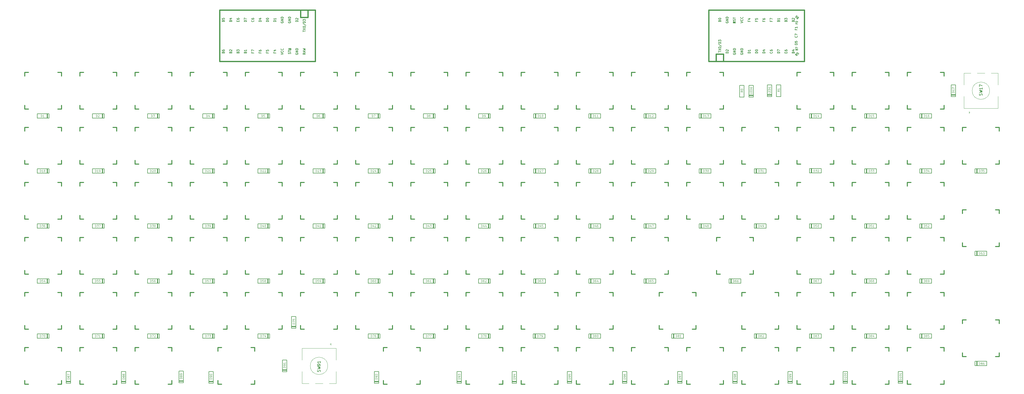
<source format=gbr>
%TF.GenerationSoftware,KiCad,Pcbnew,(5.1.6)-1*%
%TF.CreationDate,2021-03-17T18:03:01-05:00*%
%TF.ProjectId,ThreeToOne,54687265-6554-46f4-9f6e-652e6b696361,rev?*%
%TF.SameCoordinates,Original*%
%TF.FileFunction,Legend,Top*%
%TF.FilePolarity,Positive*%
%FSLAX46Y46*%
G04 Gerber Fmt 4.6, Leading zero omitted, Abs format (unit mm)*
G04 Created by KiCad (PCBNEW (5.1.6)-1) date 2021-03-17 18:03:01*
%MOMM*%
%LPD*%
G01*
G04 APERTURE LIST*
%ADD10C,0.150000*%
%ADD11C,0.100000*%
%ADD12C,0.300000*%
%ADD13C,0.381000*%
%ADD14C,0.120000*%
%ADD15C,0.125000*%
G04 APERTURE END LIST*
D10*
%TO.C,R1*%
X469931750Y-152844500D02*
X471455750Y-152844500D01*
X471455750Y-152844500D02*
X471455750Y-148780500D01*
X471455750Y-148780500D02*
X469931750Y-148780500D01*
X469931750Y-148780500D02*
X469931750Y-152844500D01*
%TO.C,R0*%
X457231750Y-153003250D02*
X458755750Y-153003250D01*
X458755750Y-153003250D02*
X458755750Y-148939250D01*
X458755750Y-148939250D02*
X457231750Y-148939250D01*
X457231750Y-148939250D02*
X457231750Y-153003250D01*
%TO.C,LED1*%
X466756750Y-152844500D02*
X468280750Y-152844500D01*
X468280750Y-152844500D02*
X468280750Y-148780500D01*
X468280750Y-148780500D02*
X466756750Y-148780500D01*
X466756750Y-148780500D02*
X466756750Y-152844500D01*
D11*
G36*
X468280750Y-152082500D02*
G01*
X466756750Y-152082500D01*
X466756750Y-152336500D01*
X468280750Y-152336500D01*
X468280750Y-152082500D01*
G37*
X468280750Y-152082500D02*
X466756750Y-152082500D01*
X466756750Y-152336500D01*
X468280750Y-152336500D01*
X468280750Y-152082500D01*
D10*
%TO.C,LED0*%
X460406750Y-153003250D02*
X461930750Y-153003250D01*
X461930750Y-153003250D02*
X461930750Y-148939250D01*
X461930750Y-148939250D02*
X460406750Y-148939250D01*
X460406750Y-148939250D02*
X460406750Y-153003250D01*
D11*
G36*
X461930750Y-152241250D02*
G01*
X460406750Y-152241250D01*
X460406750Y-152495250D01*
X461930750Y-152495250D01*
X461930750Y-152241250D01*
G37*
X461930750Y-152241250D02*
X460406750Y-152241250D01*
X460406750Y-152495250D01*
X461930750Y-152495250D01*
X461930750Y-152241250D01*
D12*
%TO.C,SW4*%
X280193750Y-144462500D02*
X280193750Y-145732500D01*
X267493750Y-157162500D02*
X268763750Y-157162500D01*
X267493750Y-155892500D02*
X267493750Y-157162500D01*
X278923750Y-144462500D02*
X280193750Y-144462500D01*
X280193750Y-155892500D02*
X280193750Y-157162500D01*
X280193750Y-157162500D02*
X278923750Y-157162500D01*
X267493750Y-144462500D02*
X268763750Y-144462500D01*
X267493750Y-145732500D02*
X267493750Y-144462500D01*
%TO.C,SW7*%
X337343750Y-144462500D02*
X337343750Y-145732500D01*
X324643750Y-157162500D02*
X325913750Y-157162500D01*
X324643750Y-155892500D02*
X324643750Y-157162500D01*
X336073750Y-144462500D02*
X337343750Y-144462500D01*
X337343750Y-155892500D02*
X337343750Y-157162500D01*
X337343750Y-157162500D02*
X336073750Y-157162500D01*
X324643750Y-144462500D02*
X325913750Y-144462500D01*
X324643750Y-145732500D02*
X324643750Y-144462500D01*
%TO.C,SW6*%
X318293750Y-144462500D02*
X318293750Y-145732500D01*
X305593750Y-157162500D02*
X306863750Y-157162500D01*
X305593750Y-155892500D02*
X305593750Y-157162500D01*
X317023750Y-144462500D02*
X318293750Y-144462500D01*
X318293750Y-155892500D02*
X318293750Y-157162500D01*
X318293750Y-157162500D02*
X317023750Y-157162500D01*
X305593750Y-144462500D02*
X306863750Y-144462500D01*
X305593750Y-145732500D02*
X305593750Y-144462500D01*
D13*
%TO.C,U2*%
X449103750Y-140652500D02*
X479583750Y-140652500D01*
X479583750Y-140652500D02*
X479583750Y-122872500D01*
X479583750Y-122872500D02*
X449103750Y-122872500D01*
X449103750Y-138112500D02*
X451643750Y-138112500D01*
X451643750Y-138112500D02*
X451643750Y-140652500D01*
D10*
G36*
X454983110Y-126830932D02*
G01*
X455283110Y-126830932D01*
X455283110Y-126930932D01*
X454983110Y-126930932D01*
X454983110Y-126830932D01*
G37*
X454983110Y-126830932D02*
X455283110Y-126830932D01*
X455283110Y-126930932D01*
X454983110Y-126930932D01*
X454983110Y-126830932D01*
G36*
X455383110Y-127030932D02*
G01*
X455483110Y-127030932D01*
X455483110Y-127130932D01*
X455383110Y-127130932D01*
X455383110Y-127030932D01*
G37*
X455383110Y-127030932D02*
X455483110Y-127030932D01*
X455483110Y-127130932D01*
X455383110Y-127130932D01*
X455383110Y-127030932D01*
G36*
X454983110Y-126830932D02*
G01*
X455083110Y-126830932D01*
X455083110Y-127330932D01*
X454983110Y-127330932D01*
X454983110Y-126830932D01*
G37*
X454983110Y-126830932D02*
X455083110Y-126830932D01*
X455083110Y-127330932D01*
X454983110Y-127330932D01*
X454983110Y-126830932D01*
G36*
X454983110Y-127230932D02*
G01*
X455783110Y-127230932D01*
X455783110Y-127330932D01*
X454983110Y-127330932D01*
X454983110Y-127230932D01*
G37*
X454983110Y-127230932D02*
X455783110Y-127230932D01*
X455783110Y-127330932D01*
X454983110Y-127330932D01*
X454983110Y-127230932D01*
G36*
X455583110Y-126830932D02*
G01*
X455783110Y-126830932D01*
X455783110Y-126930932D01*
X455583110Y-126930932D01*
X455583110Y-126830932D01*
G37*
X455583110Y-126830932D02*
X455783110Y-126830932D01*
X455783110Y-126930932D01*
X455583110Y-126930932D01*
X455583110Y-126830932D01*
D13*
X449103750Y-122872500D02*
X446563750Y-122872500D01*
X446563750Y-122872500D02*
X446563750Y-140652500D01*
X446563750Y-140652500D02*
X449103750Y-140652500D01*
X449103750Y-138112500D02*
X449103750Y-140652500D01*
%TO.C,U1*%
X308133750Y-122872500D02*
X277653750Y-122872500D01*
X277653750Y-122872500D02*
X277653750Y-140652500D01*
X277653750Y-140652500D02*
X308133750Y-140652500D01*
X308133750Y-125412500D02*
X305593750Y-125412500D01*
X305593750Y-125412500D02*
X305593750Y-122872500D01*
D10*
G36*
X302254390Y-136694068D02*
G01*
X301954390Y-136694068D01*
X301954390Y-136594068D01*
X302254390Y-136594068D01*
X302254390Y-136694068D01*
G37*
X302254390Y-136694068D02*
X301954390Y-136694068D01*
X301954390Y-136594068D01*
X302254390Y-136594068D01*
X302254390Y-136694068D01*
G36*
X301854390Y-136494068D02*
G01*
X301754390Y-136494068D01*
X301754390Y-136394068D01*
X301854390Y-136394068D01*
X301854390Y-136494068D01*
G37*
X301854390Y-136494068D02*
X301754390Y-136494068D01*
X301754390Y-136394068D01*
X301854390Y-136394068D01*
X301854390Y-136494068D01*
G36*
X302254390Y-136694068D02*
G01*
X302154390Y-136694068D01*
X302154390Y-136194068D01*
X302254390Y-136194068D01*
X302254390Y-136694068D01*
G37*
X302254390Y-136694068D02*
X302154390Y-136694068D01*
X302154390Y-136194068D01*
X302254390Y-136194068D01*
X302254390Y-136694068D01*
G36*
X302254390Y-136294068D02*
G01*
X301454390Y-136294068D01*
X301454390Y-136194068D01*
X302254390Y-136194068D01*
X302254390Y-136294068D01*
G37*
X302254390Y-136294068D02*
X301454390Y-136294068D01*
X301454390Y-136194068D01*
X302254390Y-136194068D01*
X302254390Y-136294068D01*
G36*
X301654390Y-136694068D02*
G01*
X301454390Y-136694068D01*
X301454390Y-136594068D01*
X301654390Y-136594068D01*
X301654390Y-136694068D01*
G37*
X301654390Y-136694068D02*
X301454390Y-136694068D01*
X301454390Y-136594068D01*
X301654390Y-136594068D01*
X301654390Y-136694068D01*
D13*
X308133750Y-140652500D02*
X310673750Y-140652500D01*
X310673750Y-140652500D02*
X310673750Y-122872500D01*
X310673750Y-122872500D02*
X308133750Y-122872500D01*
X308133750Y-125412500D02*
X308133750Y-122872500D01*
D12*
%TO.C,SW69*%
X527843750Y-201612500D02*
X527843750Y-202882500D01*
X515143750Y-214312500D02*
X516413750Y-214312500D01*
X515143750Y-213042500D02*
X515143750Y-214312500D01*
X526573750Y-201612500D02*
X527843750Y-201612500D01*
X527843750Y-213042500D02*
X527843750Y-214312500D01*
X527843750Y-214312500D02*
X526573750Y-214312500D01*
X515143750Y-201612500D02*
X516413750Y-201612500D01*
X515143750Y-202882500D02*
X515143750Y-201612500D01*
D10*
%TO.C,D101*%
X512000500Y-252063250D02*
X513524500Y-252063250D01*
X513524500Y-252063250D02*
X513524500Y-247999250D01*
X513524500Y-247999250D02*
X512000500Y-247999250D01*
X512000500Y-247999250D02*
X512000500Y-252063250D01*
D11*
G36*
X513524500Y-251301250D02*
G01*
X512000500Y-251301250D01*
X512000500Y-251555250D01*
X513524500Y-251555250D01*
X513524500Y-251301250D01*
G37*
X513524500Y-251301250D02*
X512000500Y-251301250D01*
X512000500Y-251555250D01*
X513524500Y-251555250D01*
X513524500Y-251301250D01*
D10*
%TO.C,D100*%
X492950500Y-252063250D02*
X494474500Y-252063250D01*
X494474500Y-252063250D02*
X494474500Y-247999250D01*
X494474500Y-247999250D02*
X492950500Y-247999250D01*
X492950500Y-247999250D02*
X492950500Y-252063250D01*
D11*
G36*
X494474500Y-251301250D02*
G01*
X492950500Y-251301250D01*
X492950500Y-251555250D01*
X494474500Y-251555250D01*
X494474500Y-251301250D01*
G37*
X494474500Y-251301250D02*
X492950500Y-251301250D01*
X492950500Y-251555250D01*
X494474500Y-251555250D01*
X494474500Y-251301250D01*
D10*
%TO.C,D99*%
X473900500Y-252063250D02*
X475424500Y-252063250D01*
X475424500Y-252063250D02*
X475424500Y-247999250D01*
X475424500Y-247999250D02*
X473900500Y-247999250D01*
X473900500Y-247999250D02*
X473900500Y-252063250D01*
D11*
G36*
X475424500Y-251301250D02*
G01*
X473900500Y-251301250D01*
X473900500Y-251555250D01*
X475424500Y-251555250D01*
X475424500Y-251301250D01*
G37*
X475424500Y-251301250D02*
X473900500Y-251301250D01*
X473900500Y-251555250D01*
X475424500Y-251555250D01*
X475424500Y-251301250D01*
D10*
%TO.C,D98*%
X454850500Y-252063250D02*
X456374500Y-252063250D01*
X456374500Y-252063250D02*
X456374500Y-247999250D01*
X456374500Y-247999250D02*
X454850500Y-247999250D01*
X454850500Y-247999250D02*
X454850500Y-252063250D01*
D11*
G36*
X456374500Y-251301250D02*
G01*
X454850500Y-251301250D01*
X454850500Y-251555250D01*
X456374500Y-251555250D01*
X456374500Y-251301250D01*
G37*
X456374500Y-251301250D02*
X454850500Y-251301250D01*
X454850500Y-251555250D01*
X456374500Y-251555250D01*
X456374500Y-251301250D01*
D10*
%TO.C,D97*%
X435800500Y-252063250D02*
X437324500Y-252063250D01*
X437324500Y-252063250D02*
X437324500Y-247999250D01*
X437324500Y-247999250D02*
X435800500Y-247999250D01*
X435800500Y-247999250D02*
X435800500Y-252063250D01*
D11*
G36*
X437324500Y-251301250D02*
G01*
X435800500Y-251301250D01*
X435800500Y-251555250D01*
X437324500Y-251555250D01*
X437324500Y-251301250D01*
G37*
X437324500Y-251301250D02*
X435800500Y-251301250D01*
X435800500Y-251555250D01*
X437324500Y-251555250D01*
X437324500Y-251301250D01*
D10*
%TO.C,D96*%
X416750500Y-252063250D02*
X418274500Y-252063250D01*
X418274500Y-252063250D02*
X418274500Y-247999250D01*
X418274500Y-247999250D02*
X416750500Y-247999250D01*
X416750500Y-247999250D02*
X416750500Y-252063250D01*
D11*
G36*
X418274500Y-251301250D02*
G01*
X416750500Y-251301250D01*
X416750500Y-251555250D01*
X418274500Y-251555250D01*
X418274500Y-251301250D01*
G37*
X418274500Y-251301250D02*
X416750500Y-251301250D01*
X416750500Y-251555250D01*
X418274500Y-251555250D01*
X418274500Y-251301250D01*
D10*
%TO.C,D95*%
X397700500Y-252063250D02*
X399224500Y-252063250D01*
X399224500Y-252063250D02*
X399224500Y-247999250D01*
X399224500Y-247999250D02*
X397700500Y-247999250D01*
X397700500Y-247999250D02*
X397700500Y-252063250D01*
D11*
G36*
X399224500Y-251301250D02*
G01*
X397700500Y-251301250D01*
X397700500Y-251555250D01*
X399224500Y-251555250D01*
X399224500Y-251301250D01*
G37*
X399224500Y-251301250D02*
X397700500Y-251301250D01*
X397700500Y-251555250D01*
X399224500Y-251555250D01*
X399224500Y-251301250D01*
D10*
%TO.C,D94*%
X378650500Y-252063250D02*
X380174500Y-252063250D01*
X380174500Y-252063250D02*
X380174500Y-247999250D01*
X380174500Y-247999250D02*
X378650500Y-247999250D01*
X378650500Y-247999250D02*
X378650500Y-252063250D01*
D11*
G36*
X380174500Y-251301250D02*
G01*
X378650500Y-251301250D01*
X378650500Y-251555250D01*
X380174500Y-251555250D01*
X380174500Y-251301250D01*
G37*
X380174500Y-251301250D02*
X378650500Y-251301250D01*
X378650500Y-251555250D01*
X380174500Y-251555250D01*
X380174500Y-251301250D01*
D10*
%TO.C,D93*%
X359600500Y-252063250D02*
X361124500Y-252063250D01*
X361124500Y-252063250D02*
X361124500Y-247999250D01*
X361124500Y-247999250D02*
X359600500Y-247999250D01*
X359600500Y-247999250D02*
X359600500Y-252063250D01*
D11*
G36*
X361124500Y-251301250D02*
G01*
X359600500Y-251301250D01*
X359600500Y-251555250D01*
X361124500Y-251555250D01*
X361124500Y-251301250D01*
G37*
X361124500Y-251301250D02*
X359600500Y-251301250D01*
X359600500Y-251555250D01*
X361124500Y-251555250D01*
X361124500Y-251301250D01*
D10*
%TO.C,D92*%
X331025500Y-252063250D02*
X332549500Y-252063250D01*
X332549500Y-252063250D02*
X332549500Y-247999250D01*
X332549500Y-247999250D02*
X331025500Y-247999250D01*
X331025500Y-247999250D02*
X331025500Y-252063250D01*
D11*
G36*
X332549500Y-251301250D02*
G01*
X331025500Y-251301250D01*
X331025500Y-251555250D01*
X332549500Y-251555250D01*
X332549500Y-251301250D01*
G37*
X332549500Y-251301250D02*
X331025500Y-251301250D01*
X331025500Y-251555250D01*
X332549500Y-251555250D01*
X332549500Y-251301250D01*
D10*
%TO.C,D91*%
X299275500Y-248094500D02*
X300799500Y-248094500D01*
X300799500Y-248094500D02*
X300799500Y-244030500D01*
X300799500Y-244030500D02*
X299275500Y-244030500D01*
X299275500Y-244030500D02*
X299275500Y-248094500D01*
D11*
G36*
X300799500Y-247332500D02*
G01*
X299275500Y-247332500D01*
X299275500Y-247586500D01*
X300799500Y-247586500D01*
X300799500Y-247332500D01*
G37*
X300799500Y-247332500D02*
X299275500Y-247332500D01*
X299275500Y-247586500D01*
X300799500Y-247586500D01*
X300799500Y-247332500D01*
D10*
%TO.C,D90*%
X273875500Y-252063250D02*
X275399500Y-252063250D01*
X275399500Y-252063250D02*
X275399500Y-247999250D01*
X275399500Y-247999250D02*
X273875500Y-247999250D01*
X273875500Y-247999250D02*
X273875500Y-252063250D01*
D11*
G36*
X275399500Y-251301250D02*
G01*
X273875500Y-251301250D01*
X273875500Y-251555250D01*
X275399500Y-251555250D01*
X275399500Y-251301250D01*
G37*
X275399500Y-251301250D02*
X273875500Y-251301250D01*
X273875500Y-251555250D01*
X275399500Y-251555250D01*
X275399500Y-251301250D01*
D10*
%TO.C,D89*%
X263556750Y-251904500D02*
X265080750Y-251904500D01*
X265080750Y-251904500D02*
X265080750Y-247840500D01*
X265080750Y-247840500D02*
X263556750Y-247840500D01*
X263556750Y-247840500D02*
X263556750Y-251904500D01*
D11*
G36*
X265080750Y-251142500D02*
G01*
X263556750Y-251142500D01*
X263556750Y-251396500D01*
X265080750Y-251396500D01*
X265080750Y-251142500D01*
G37*
X265080750Y-251142500D02*
X263556750Y-251142500D01*
X263556750Y-251396500D01*
X265080750Y-251396500D01*
X265080750Y-251142500D01*
D10*
%TO.C,D88*%
X243713000Y-252063250D02*
X245237000Y-252063250D01*
X245237000Y-252063250D02*
X245237000Y-247999250D01*
X245237000Y-247999250D02*
X243713000Y-247999250D01*
X243713000Y-247999250D02*
X243713000Y-252063250D01*
D11*
G36*
X245237000Y-251301250D02*
G01*
X243713000Y-251301250D01*
X243713000Y-251555250D01*
X245237000Y-251555250D01*
X245237000Y-251301250D01*
G37*
X245237000Y-251301250D02*
X243713000Y-251301250D01*
X243713000Y-251555250D01*
X245237000Y-251555250D01*
X245237000Y-251301250D01*
D10*
%TO.C,D87*%
X224663000Y-252063250D02*
X226187000Y-252063250D01*
X226187000Y-252063250D02*
X226187000Y-247999250D01*
X226187000Y-247999250D02*
X224663000Y-247999250D01*
X224663000Y-247999250D02*
X224663000Y-252063250D01*
D11*
G36*
X226187000Y-251301250D02*
G01*
X224663000Y-251301250D01*
X224663000Y-251555250D01*
X226187000Y-251555250D01*
X226187000Y-251301250D01*
G37*
X226187000Y-251301250D02*
X224663000Y-251301250D01*
X224663000Y-251555250D01*
X226187000Y-251555250D01*
X226187000Y-251301250D01*
D10*
%TO.C,D86*%
X538511750Y-244506750D02*
X538511750Y-246030750D01*
X538511750Y-246030750D02*
X542575750Y-246030750D01*
X542575750Y-246030750D02*
X542575750Y-244506750D01*
X542575750Y-244506750D02*
X538511750Y-244506750D01*
D11*
G36*
X539273750Y-246030750D02*
G01*
X539273750Y-244506750D01*
X539019750Y-244506750D01*
X539019750Y-246030750D01*
X539273750Y-246030750D01*
G37*
X539273750Y-246030750D02*
X539273750Y-244506750D01*
X539019750Y-244506750D01*
X539019750Y-246030750D01*
X539273750Y-246030750D01*
D10*
%TO.C,D85*%
X519461750Y-234981750D02*
X519461750Y-236505750D01*
X519461750Y-236505750D02*
X523525750Y-236505750D01*
X523525750Y-236505750D02*
X523525750Y-234981750D01*
X523525750Y-234981750D02*
X519461750Y-234981750D01*
D11*
G36*
X520223750Y-236505750D02*
G01*
X520223750Y-234981750D01*
X519969750Y-234981750D01*
X519969750Y-236505750D01*
X520223750Y-236505750D01*
G37*
X520223750Y-236505750D02*
X520223750Y-234981750D01*
X519969750Y-234981750D01*
X519969750Y-236505750D01*
X520223750Y-236505750D01*
D10*
%TO.C,D84*%
X500411750Y-234981750D02*
X500411750Y-236505750D01*
X500411750Y-236505750D02*
X504475750Y-236505750D01*
X504475750Y-236505750D02*
X504475750Y-234981750D01*
X504475750Y-234981750D02*
X500411750Y-234981750D01*
D11*
G36*
X501173750Y-236505750D02*
G01*
X501173750Y-234981750D01*
X500919750Y-234981750D01*
X500919750Y-236505750D01*
X501173750Y-236505750D01*
G37*
X501173750Y-236505750D02*
X501173750Y-234981750D01*
X500919750Y-234981750D01*
X500919750Y-236505750D01*
X501173750Y-236505750D01*
D10*
%TO.C,D83*%
X481361750Y-234981750D02*
X481361750Y-236505750D01*
X481361750Y-236505750D02*
X485425750Y-236505750D01*
X485425750Y-236505750D02*
X485425750Y-234981750D01*
X485425750Y-234981750D02*
X481361750Y-234981750D01*
D11*
G36*
X482123750Y-236505750D02*
G01*
X482123750Y-234981750D01*
X481869750Y-234981750D01*
X481869750Y-236505750D01*
X482123750Y-236505750D01*
G37*
X482123750Y-236505750D02*
X482123750Y-234981750D01*
X481869750Y-234981750D01*
X481869750Y-236505750D01*
X482123750Y-236505750D01*
D10*
%TO.C,D82*%
X462311750Y-234981750D02*
X462311750Y-236505750D01*
X462311750Y-236505750D02*
X466375750Y-236505750D01*
X466375750Y-236505750D02*
X466375750Y-234981750D01*
X466375750Y-234981750D02*
X462311750Y-234981750D01*
D11*
G36*
X463073750Y-236505750D02*
G01*
X463073750Y-234981750D01*
X462819750Y-234981750D01*
X462819750Y-236505750D01*
X463073750Y-236505750D01*
G37*
X463073750Y-236505750D02*
X463073750Y-234981750D01*
X462819750Y-234981750D01*
X462819750Y-236505750D01*
X463073750Y-236505750D01*
D10*
%TO.C,D81*%
X433736750Y-234981750D02*
X433736750Y-236505750D01*
X433736750Y-236505750D02*
X437800750Y-236505750D01*
X437800750Y-236505750D02*
X437800750Y-234981750D01*
X437800750Y-234981750D02*
X433736750Y-234981750D01*
D11*
G36*
X434498750Y-236505750D02*
G01*
X434498750Y-234981750D01*
X434244750Y-234981750D01*
X434244750Y-236505750D01*
X434498750Y-236505750D01*
G37*
X434498750Y-236505750D02*
X434498750Y-234981750D01*
X434244750Y-234981750D01*
X434244750Y-236505750D01*
X434498750Y-236505750D01*
D10*
%TO.C,D80*%
X405161750Y-234981750D02*
X405161750Y-236505750D01*
X405161750Y-236505750D02*
X409225750Y-236505750D01*
X409225750Y-236505750D02*
X409225750Y-234981750D01*
X409225750Y-234981750D02*
X405161750Y-234981750D01*
D11*
G36*
X405923750Y-236505750D02*
G01*
X405923750Y-234981750D01*
X405669750Y-234981750D01*
X405669750Y-236505750D01*
X405923750Y-236505750D01*
G37*
X405923750Y-236505750D02*
X405923750Y-234981750D01*
X405669750Y-234981750D01*
X405669750Y-236505750D01*
X405923750Y-236505750D01*
D10*
%TO.C,D79*%
X385953000Y-234981750D02*
X385953000Y-236505750D01*
X385953000Y-236505750D02*
X390017000Y-236505750D01*
X390017000Y-236505750D02*
X390017000Y-234981750D01*
X390017000Y-234981750D02*
X385953000Y-234981750D01*
D11*
G36*
X386715000Y-236505750D02*
G01*
X386715000Y-234981750D01*
X386461000Y-234981750D01*
X386461000Y-236505750D01*
X386715000Y-236505750D01*
G37*
X386715000Y-236505750D02*
X386715000Y-234981750D01*
X386461000Y-234981750D01*
X386461000Y-236505750D01*
X386715000Y-236505750D01*
D10*
%TO.C,D78*%
X371125750Y-236505750D02*
X371125750Y-234981750D01*
X371125750Y-234981750D02*
X367061750Y-234981750D01*
X367061750Y-234981750D02*
X367061750Y-236505750D01*
X367061750Y-236505750D02*
X371125750Y-236505750D01*
D11*
G36*
X370363750Y-234981750D02*
G01*
X370363750Y-236505750D01*
X370617750Y-236505750D01*
X370617750Y-234981750D01*
X370363750Y-234981750D01*
G37*
X370363750Y-234981750D02*
X370363750Y-236505750D01*
X370617750Y-236505750D01*
X370617750Y-234981750D01*
X370363750Y-234981750D01*
D10*
%TO.C,D77*%
X352075750Y-236505750D02*
X352075750Y-234981750D01*
X352075750Y-234981750D02*
X348011750Y-234981750D01*
X348011750Y-234981750D02*
X348011750Y-236505750D01*
X348011750Y-236505750D02*
X352075750Y-236505750D01*
D11*
G36*
X351313750Y-234981750D02*
G01*
X351313750Y-236505750D01*
X351567750Y-236505750D01*
X351567750Y-234981750D01*
X351313750Y-234981750D01*
G37*
X351313750Y-234981750D02*
X351313750Y-236505750D01*
X351567750Y-236505750D01*
X351567750Y-234981750D01*
X351313750Y-234981750D01*
D10*
%TO.C,D76*%
X333025750Y-236505750D02*
X333025750Y-234981750D01*
X333025750Y-234981750D02*
X328961750Y-234981750D01*
X328961750Y-234981750D02*
X328961750Y-236505750D01*
X328961750Y-236505750D02*
X333025750Y-236505750D01*
D11*
G36*
X332263750Y-234981750D02*
G01*
X332263750Y-236505750D01*
X332517750Y-236505750D01*
X332517750Y-234981750D01*
X332263750Y-234981750D01*
G37*
X332263750Y-234981750D02*
X332263750Y-236505750D01*
X332517750Y-236505750D01*
X332517750Y-234981750D01*
X332263750Y-234981750D01*
D10*
%TO.C,D75*%
X302450500Y-233013250D02*
X303974500Y-233013250D01*
X303974500Y-233013250D02*
X303974500Y-228949250D01*
X303974500Y-228949250D02*
X302450500Y-228949250D01*
X302450500Y-228949250D02*
X302450500Y-233013250D01*
D11*
G36*
X303974500Y-232251250D02*
G01*
X302450500Y-232251250D01*
X302450500Y-232505250D01*
X303974500Y-232505250D01*
X303974500Y-232251250D01*
G37*
X303974500Y-232251250D02*
X302450500Y-232251250D01*
X302450500Y-232505250D01*
X303974500Y-232505250D01*
X303974500Y-232251250D01*
D10*
%TO.C,D74*%
X294925750Y-236505750D02*
X294925750Y-234981750D01*
X294925750Y-234981750D02*
X290861750Y-234981750D01*
X290861750Y-234981750D02*
X290861750Y-236505750D01*
X290861750Y-236505750D02*
X294925750Y-236505750D01*
D11*
G36*
X294163750Y-234981750D02*
G01*
X294163750Y-236505750D01*
X294417750Y-236505750D01*
X294417750Y-234981750D01*
X294163750Y-234981750D01*
G37*
X294163750Y-234981750D02*
X294163750Y-236505750D01*
X294417750Y-236505750D01*
X294417750Y-234981750D01*
X294163750Y-234981750D01*
D10*
%TO.C,D73*%
X275875750Y-236505750D02*
X275875750Y-234981750D01*
X275875750Y-234981750D02*
X271811750Y-234981750D01*
X271811750Y-234981750D02*
X271811750Y-236505750D01*
X271811750Y-236505750D02*
X275875750Y-236505750D01*
D11*
G36*
X275113750Y-234981750D02*
G01*
X275113750Y-236505750D01*
X275367750Y-236505750D01*
X275367750Y-234981750D01*
X275113750Y-234981750D01*
G37*
X275113750Y-234981750D02*
X275113750Y-236505750D01*
X275367750Y-236505750D01*
X275367750Y-234981750D01*
X275113750Y-234981750D01*
D10*
%TO.C,D72*%
X256825750Y-236505750D02*
X256825750Y-234981750D01*
X256825750Y-234981750D02*
X252761750Y-234981750D01*
X252761750Y-234981750D02*
X252761750Y-236505750D01*
X252761750Y-236505750D02*
X256825750Y-236505750D01*
D11*
G36*
X256063750Y-234981750D02*
G01*
X256063750Y-236505750D01*
X256317750Y-236505750D01*
X256317750Y-234981750D01*
X256063750Y-234981750D01*
G37*
X256063750Y-234981750D02*
X256063750Y-236505750D01*
X256317750Y-236505750D01*
X256317750Y-234981750D01*
X256063750Y-234981750D01*
D10*
%TO.C,D71*%
X237775750Y-236505750D02*
X237775750Y-234981750D01*
X237775750Y-234981750D02*
X233711750Y-234981750D01*
X233711750Y-234981750D02*
X233711750Y-236505750D01*
X233711750Y-236505750D02*
X237775750Y-236505750D01*
D11*
G36*
X237013750Y-234981750D02*
G01*
X237013750Y-236505750D01*
X237267750Y-236505750D01*
X237267750Y-234981750D01*
X237013750Y-234981750D01*
G37*
X237013750Y-234981750D02*
X237013750Y-236505750D01*
X237267750Y-236505750D01*
X237267750Y-234981750D01*
X237013750Y-234981750D01*
D10*
%TO.C,D70*%
X218725750Y-236505750D02*
X218725750Y-234981750D01*
X218725750Y-234981750D02*
X214661750Y-234981750D01*
X214661750Y-234981750D02*
X214661750Y-236505750D01*
X214661750Y-236505750D02*
X218725750Y-236505750D01*
D11*
G36*
X217963750Y-234981750D02*
G01*
X217963750Y-236505750D01*
X218217750Y-236505750D01*
X218217750Y-234981750D01*
X217963750Y-234981750D01*
G37*
X217963750Y-234981750D02*
X217963750Y-236505750D01*
X218217750Y-236505750D01*
X218217750Y-234981750D01*
X217963750Y-234981750D01*
D10*
%TO.C,D69*%
X519461750Y-215931750D02*
X519461750Y-217455750D01*
X519461750Y-217455750D02*
X523525750Y-217455750D01*
X523525750Y-217455750D02*
X523525750Y-215931750D01*
X523525750Y-215931750D02*
X519461750Y-215931750D01*
D11*
G36*
X520223750Y-217455750D02*
G01*
X520223750Y-215931750D01*
X519969750Y-215931750D01*
X519969750Y-217455750D01*
X520223750Y-217455750D01*
G37*
X520223750Y-217455750D02*
X520223750Y-215931750D01*
X519969750Y-215931750D01*
X519969750Y-217455750D01*
X520223750Y-217455750D01*
D10*
%TO.C,D68*%
X500411750Y-215931750D02*
X500411750Y-217455750D01*
X500411750Y-217455750D02*
X504475750Y-217455750D01*
X504475750Y-217455750D02*
X504475750Y-215931750D01*
X504475750Y-215931750D02*
X500411750Y-215931750D01*
D11*
G36*
X501173750Y-217455750D02*
G01*
X501173750Y-215931750D01*
X500919750Y-215931750D01*
X500919750Y-217455750D01*
X501173750Y-217455750D01*
G37*
X501173750Y-217455750D02*
X501173750Y-215931750D01*
X500919750Y-215931750D01*
X500919750Y-217455750D01*
X501173750Y-217455750D01*
D10*
%TO.C,D67*%
X481361750Y-215931750D02*
X481361750Y-217455750D01*
X481361750Y-217455750D02*
X485425750Y-217455750D01*
X485425750Y-217455750D02*
X485425750Y-215931750D01*
X485425750Y-215931750D02*
X481361750Y-215931750D01*
D11*
G36*
X482123750Y-217455750D02*
G01*
X482123750Y-215931750D01*
X481869750Y-215931750D01*
X481869750Y-217455750D01*
X482123750Y-217455750D01*
G37*
X482123750Y-217455750D02*
X482123750Y-215931750D01*
X481869750Y-215931750D01*
X481869750Y-217455750D01*
X482123750Y-217455750D01*
D10*
%TO.C,D66*%
X453580500Y-215931750D02*
X453580500Y-217455750D01*
X453580500Y-217455750D02*
X457644500Y-217455750D01*
X457644500Y-217455750D02*
X457644500Y-215931750D01*
X457644500Y-215931750D02*
X453580500Y-215931750D01*
D11*
G36*
X454342500Y-217455750D02*
G01*
X454342500Y-215931750D01*
X454088500Y-215931750D01*
X454088500Y-217455750D01*
X454342500Y-217455750D01*
G37*
X454342500Y-217455750D02*
X454342500Y-215931750D01*
X454088500Y-215931750D01*
X454088500Y-217455750D01*
X454342500Y-217455750D01*
D10*
%TO.C,D65*%
X424211750Y-215931750D02*
X424211750Y-217455750D01*
X424211750Y-217455750D02*
X428275750Y-217455750D01*
X428275750Y-217455750D02*
X428275750Y-215931750D01*
X428275750Y-215931750D02*
X424211750Y-215931750D01*
D11*
G36*
X424973750Y-217455750D02*
G01*
X424973750Y-215931750D01*
X424719750Y-215931750D01*
X424719750Y-217455750D01*
X424973750Y-217455750D01*
G37*
X424973750Y-217455750D02*
X424973750Y-215931750D01*
X424719750Y-215931750D01*
X424719750Y-217455750D01*
X424973750Y-217455750D01*
D10*
%TO.C,D64*%
X405161750Y-215931750D02*
X405161750Y-217455750D01*
X405161750Y-217455750D02*
X409225750Y-217455750D01*
X409225750Y-217455750D02*
X409225750Y-215931750D01*
X409225750Y-215931750D02*
X405161750Y-215931750D01*
D11*
G36*
X405923750Y-217455750D02*
G01*
X405923750Y-215931750D01*
X405669750Y-215931750D01*
X405669750Y-217455750D01*
X405923750Y-217455750D01*
G37*
X405923750Y-217455750D02*
X405923750Y-215931750D01*
X405669750Y-215931750D01*
X405669750Y-217455750D01*
X405923750Y-217455750D01*
D10*
%TO.C,D63*%
X386111750Y-215931750D02*
X386111750Y-217455750D01*
X386111750Y-217455750D02*
X390175750Y-217455750D01*
X390175750Y-217455750D02*
X390175750Y-215931750D01*
X390175750Y-215931750D02*
X386111750Y-215931750D01*
D11*
G36*
X386873750Y-217455750D02*
G01*
X386873750Y-215931750D01*
X386619750Y-215931750D01*
X386619750Y-217455750D01*
X386873750Y-217455750D01*
G37*
X386873750Y-217455750D02*
X386873750Y-215931750D01*
X386619750Y-215931750D01*
X386619750Y-217455750D01*
X386873750Y-217455750D01*
D10*
%TO.C,D62*%
X371125750Y-217455750D02*
X371125750Y-215931750D01*
X371125750Y-215931750D02*
X367061750Y-215931750D01*
X367061750Y-215931750D02*
X367061750Y-217455750D01*
X367061750Y-217455750D02*
X371125750Y-217455750D01*
D11*
G36*
X370363750Y-215931750D02*
G01*
X370363750Y-217455750D01*
X370617750Y-217455750D01*
X370617750Y-215931750D01*
X370363750Y-215931750D01*
G37*
X370363750Y-215931750D02*
X370363750Y-217455750D01*
X370617750Y-217455750D01*
X370617750Y-215931750D01*
X370363750Y-215931750D01*
D10*
%TO.C,D61*%
X352075750Y-217455750D02*
X352075750Y-215931750D01*
X352075750Y-215931750D02*
X348011750Y-215931750D01*
X348011750Y-215931750D02*
X348011750Y-217455750D01*
X348011750Y-217455750D02*
X352075750Y-217455750D01*
D11*
G36*
X351313750Y-215931750D02*
G01*
X351313750Y-217455750D01*
X351567750Y-217455750D01*
X351567750Y-215931750D01*
X351313750Y-215931750D01*
G37*
X351313750Y-215931750D02*
X351313750Y-217455750D01*
X351567750Y-217455750D01*
X351567750Y-215931750D01*
X351313750Y-215931750D01*
D10*
%TO.C,D60*%
X333025750Y-217455750D02*
X333025750Y-215931750D01*
X333025750Y-215931750D02*
X328961750Y-215931750D01*
X328961750Y-215931750D02*
X328961750Y-217455750D01*
X328961750Y-217455750D02*
X333025750Y-217455750D01*
D11*
G36*
X332263750Y-215931750D02*
G01*
X332263750Y-217455750D01*
X332517750Y-217455750D01*
X332517750Y-215931750D01*
X332263750Y-215931750D01*
G37*
X332263750Y-215931750D02*
X332263750Y-217455750D01*
X332517750Y-217455750D01*
X332517750Y-215931750D01*
X332263750Y-215931750D01*
D10*
%TO.C,D59*%
X313975750Y-217455750D02*
X313975750Y-215931750D01*
X313975750Y-215931750D02*
X309911750Y-215931750D01*
X309911750Y-215931750D02*
X309911750Y-217455750D01*
X309911750Y-217455750D02*
X313975750Y-217455750D01*
D11*
G36*
X313213750Y-215931750D02*
G01*
X313213750Y-217455750D01*
X313467750Y-217455750D01*
X313467750Y-215931750D01*
X313213750Y-215931750D01*
G37*
X313213750Y-215931750D02*
X313213750Y-217455750D01*
X313467750Y-217455750D01*
X313467750Y-215931750D01*
X313213750Y-215931750D01*
D10*
%TO.C,D58*%
X294925750Y-217455750D02*
X294925750Y-215931750D01*
X294925750Y-215931750D02*
X290861750Y-215931750D01*
X290861750Y-215931750D02*
X290861750Y-217455750D01*
X290861750Y-217455750D02*
X294925750Y-217455750D01*
D11*
G36*
X294163750Y-215931750D02*
G01*
X294163750Y-217455750D01*
X294417750Y-217455750D01*
X294417750Y-215931750D01*
X294163750Y-215931750D01*
G37*
X294163750Y-215931750D02*
X294163750Y-217455750D01*
X294417750Y-217455750D01*
X294417750Y-215931750D01*
X294163750Y-215931750D01*
D10*
%TO.C,D57*%
X275875750Y-217455750D02*
X275875750Y-215931750D01*
X275875750Y-215931750D02*
X271811750Y-215931750D01*
X271811750Y-215931750D02*
X271811750Y-217455750D01*
X271811750Y-217455750D02*
X275875750Y-217455750D01*
D11*
G36*
X275113750Y-215931750D02*
G01*
X275113750Y-217455750D01*
X275367750Y-217455750D01*
X275367750Y-215931750D01*
X275113750Y-215931750D01*
G37*
X275113750Y-215931750D02*
X275113750Y-217455750D01*
X275367750Y-217455750D01*
X275367750Y-215931750D01*
X275113750Y-215931750D01*
D10*
%TO.C,D56*%
X256825750Y-217455750D02*
X256825750Y-215931750D01*
X256825750Y-215931750D02*
X252761750Y-215931750D01*
X252761750Y-215931750D02*
X252761750Y-217455750D01*
X252761750Y-217455750D02*
X256825750Y-217455750D01*
D11*
G36*
X256063750Y-215931750D02*
G01*
X256063750Y-217455750D01*
X256317750Y-217455750D01*
X256317750Y-215931750D01*
X256063750Y-215931750D01*
G37*
X256063750Y-215931750D02*
X256063750Y-217455750D01*
X256317750Y-217455750D01*
X256317750Y-215931750D01*
X256063750Y-215931750D01*
D10*
%TO.C,D55*%
X237775750Y-217455750D02*
X237775750Y-215931750D01*
X237775750Y-215931750D02*
X233711750Y-215931750D01*
X233711750Y-215931750D02*
X233711750Y-217455750D01*
X233711750Y-217455750D02*
X237775750Y-217455750D01*
D11*
G36*
X237013750Y-215931750D02*
G01*
X237013750Y-217455750D01*
X237267750Y-217455750D01*
X237267750Y-215931750D01*
X237013750Y-215931750D01*
G37*
X237013750Y-215931750D02*
X237013750Y-217455750D01*
X237267750Y-217455750D01*
X237267750Y-215931750D01*
X237013750Y-215931750D01*
D10*
%TO.C,D54*%
X218725750Y-217455750D02*
X218725750Y-215931750D01*
X218725750Y-215931750D02*
X214661750Y-215931750D01*
X214661750Y-215931750D02*
X214661750Y-217455750D01*
X214661750Y-217455750D02*
X218725750Y-217455750D01*
D11*
G36*
X217963750Y-215931750D02*
G01*
X217963750Y-217455750D01*
X218217750Y-217455750D01*
X218217750Y-215931750D01*
X217963750Y-215931750D01*
G37*
X217963750Y-215931750D02*
X217963750Y-217455750D01*
X218217750Y-217455750D01*
X218217750Y-215931750D01*
X217963750Y-215931750D01*
D10*
%TO.C,D53*%
X538511750Y-206406750D02*
X538511750Y-207930750D01*
X538511750Y-207930750D02*
X542575750Y-207930750D01*
X542575750Y-207930750D02*
X542575750Y-206406750D01*
X542575750Y-206406750D02*
X538511750Y-206406750D01*
D11*
G36*
X539273750Y-207930750D02*
G01*
X539273750Y-206406750D01*
X539019750Y-206406750D01*
X539019750Y-207930750D01*
X539273750Y-207930750D01*
G37*
X539273750Y-207930750D02*
X539273750Y-206406750D01*
X539019750Y-206406750D01*
X539019750Y-207930750D01*
X539273750Y-207930750D01*
D10*
%TO.C,D52*%
X519461750Y-196881750D02*
X519461750Y-198405750D01*
X519461750Y-198405750D02*
X523525750Y-198405750D01*
X523525750Y-198405750D02*
X523525750Y-196881750D01*
X523525750Y-196881750D02*
X519461750Y-196881750D01*
D11*
G36*
X520223750Y-198405750D02*
G01*
X520223750Y-196881750D01*
X519969750Y-196881750D01*
X519969750Y-198405750D01*
X520223750Y-198405750D01*
G37*
X520223750Y-198405750D02*
X520223750Y-196881750D01*
X519969750Y-196881750D01*
X519969750Y-198405750D01*
X520223750Y-198405750D01*
D10*
%TO.C,D51*%
X500411750Y-196881750D02*
X500411750Y-198405750D01*
X500411750Y-198405750D02*
X504475750Y-198405750D01*
X504475750Y-198405750D02*
X504475750Y-196881750D01*
X504475750Y-196881750D02*
X500411750Y-196881750D01*
D11*
G36*
X501173750Y-198405750D02*
G01*
X501173750Y-196881750D01*
X500919750Y-196881750D01*
X500919750Y-198405750D01*
X501173750Y-198405750D01*
G37*
X501173750Y-198405750D02*
X501173750Y-196881750D01*
X500919750Y-196881750D01*
X500919750Y-198405750D01*
X501173750Y-198405750D01*
D10*
%TO.C,D50*%
X481361750Y-196881750D02*
X481361750Y-198405750D01*
X481361750Y-198405750D02*
X485425750Y-198405750D01*
X485425750Y-198405750D02*
X485425750Y-196881750D01*
X485425750Y-196881750D02*
X481361750Y-196881750D01*
D11*
G36*
X482123750Y-198405750D02*
G01*
X482123750Y-196881750D01*
X481869750Y-196881750D01*
X481869750Y-198405750D01*
X482123750Y-198405750D01*
G37*
X482123750Y-198405750D02*
X482123750Y-196881750D01*
X481869750Y-196881750D01*
X481869750Y-198405750D01*
X482123750Y-198405750D01*
D10*
%TO.C,D49*%
X462311750Y-196881750D02*
X462311750Y-198405750D01*
X462311750Y-198405750D02*
X466375750Y-198405750D01*
X466375750Y-198405750D02*
X466375750Y-196881750D01*
X466375750Y-196881750D02*
X462311750Y-196881750D01*
D11*
G36*
X463073750Y-198405750D02*
G01*
X463073750Y-196881750D01*
X462819750Y-196881750D01*
X462819750Y-198405750D01*
X463073750Y-198405750D01*
G37*
X463073750Y-198405750D02*
X463073750Y-196881750D01*
X462819750Y-196881750D01*
X462819750Y-198405750D01*
X463073750Y-198405750D01*
D10*
%TO.C,D48*%
X443261750Y-196881750D02*
X443261750Y-198405750D01*
X443261750Y-198405750D02*
X447325750Y-198405750D01*
X447325750Y-198405750D02*
X447325750Y-196881750D01*
X447325750Y-196881750D02*
X443261750Y-196881750D01*
D11*
G36*
X444023750Y-198405750D02*
G01*
X444023750Y-196881750D01*
X443769750Y-196881750D01*
X443769750Y-198405750D01*
X444023750Y-198405750D01*
G37*
X444023750Y-198405750D02*
X444023750Y-196881750D01*
X443769750Y-196881750D01*
X443769750Y-198405750D01*
X444023750Y-198405750D01*
D10*
%TO.C,D47*%
X424211750Y-196881750D02*
X424211750Y-198405750D01*
X424211750Y-198405750D02*
X428275750Y-198405750D01*
X428275750Y-198405750D02*
X428275750Y-196881750D01*
X428275750Y-196881750D02*
X424211750Y-196881750D01*
D11*
G36*
X424973750Y-198405750D02*
G01*
X424973750Y-196881750D01*
X424719750Y-196881750D01*
X424719750Y-198405750D01*
X424973750Y-198405750D01*
G37*
X424973750Y-198405750D02*
X424973750Y-196881750D01*
X424719750Y-196881750D01*
X424719750Y-198405750D01*
X424973750Y-198405750D01*
D10*
%TO.C,D46*%
X405161750Y-196881750D02*
X405161750Y-198405750D01*
X405161750Y-198405750D02*
X409225750Y-198405750D01*
X409225750Y-198405750D02*
X409225750Y-196881750D01*
X409225750Y-196881750D02*
X405161750Y-196881750D01*
D11*
G36*
X405923750Y-198405750D02*
G01*
X405923750Y-196881750D01*
X405669750Y-196881750D01*
X405669750Y-198405750D01*
X405923750Y-198405750D01*
G37*
X405923750Y-198405750D02*
X405923750Y-196881750D01*
X405669750Y-196881750D01*
X405669750Y-198405750D01*
X405923750Y-198405750D01*
D10*
%TO.C,D45*%
X386111750Y-196881750D02*
X386111750Y-198405750D01*
X386111750Y-198405750D02*
X390175750Y-198405750D01*
X390175750Y-198405750D02*
X390175750Y-196881750D01*
X390175750Y-196881750D02*
X386111750Y-196881750D01*
D11*
G36*
X386873750Y-198405750D02*
G01*
X386873750Y-196881750D01*
X386619750Y-196881750D01*
X386619750Y-198405750D01*
X386873750Y-198405750D01*
G37*
X386873750Y-198405750D02*
X386873750Y-196881750D01*
X386619750Y-196881750D01*
X386619750Y-198405750D01*
X386873750Y-198405750D01*
D10*
%TO.C,D44*%
X371125750Y-198405750D02*
X371125750Y-196881750D01*
X371125750Y-196881750D02*
X367061750Y-196881750D01*
X367061750Y-196881750D02*
X367061750Y-198405750D01*
X367061750Y-198405750D02*
X371125750Y-198405750D01*
D11*
G36*
X370363750Y-196881750D02*
G01*
X370363750Y-198405750D01*
X370617750Y-198405750D01*
X370617750Y-196881750D01*
X370363750Y-196881750D01*
G37*
X370363750Y-196881750D02*
X370363750Y-198405750D01*
X370617750Y-198405750D01*
X370617750Y-196881750D01*
X370363750Y-196881750D01*
D10*
%TO.C,D43*%
X352075750Y-198405750D02*
X352075750Y-196881750D01*
X352075750Y-196881750D02*
X348011750Y-196881750D01*
X348011750Y-196881750D02*
X348011750Y-198405750D01*
X348011750Y-198405750D02*
X352075750Y-198405750D01*
D11*
G36*
X351313750Y-196881750D02*
G01*
X351313750Y-198405750D01*
X351567750Y-198405750D01*
X351567750Y-196881750D01*
X351313750Y-196881750D01*
G37*
X351313750Y-196881750D02*
X351313750Y-198405750D01*
X351567750Y-198405750D01*
X351567750Y-196881750D01*
X351313750Y-196881750D01*
D10*
%TO.C,D42*%
X333025750Y-198405750D02*
X333025750Y-196881750D01*
X333025750Y-196881750D02*
X328961750Y-196881750D01*
X328961750Y-196881750D02*
X328961750Y-198405750D01*
X328961750Y-198405750D02*
X333025750Y-198405750D01*
D11*
G36*
X332263750Y-196881750D02*
G01*
X332263750Y-198405750D01*
X332517750Y-198405750D01*
X332517750Y-196881750D01*
X332263750Y-196881750D01*
G37*
X332263750Y-196881750D02*
X332263750Y-198405750D01*
X332517750Y-198405750D01*
X332517750Y-196881750D01*
X332263750Y-196881750D01*
D10*
%TO.C,D41*%
X313975750Y-198405750D02*
X313975750Y-196881750D01*
X313975750Y-196881750D02*
X309911750Y-196881750D01*
X309911750Y-196881750D02*
X309911750Y-198405750D01*
X309911750Y-198405750D02*
X313975750Y-198405750D01*
D11*
G36*
X313213750Y-196881750D02*
G01*
X313213750Y-198405750D01*
X313467750Y-198405750D01*
X313467750Y-196881750D01*
X313213750Y-196881750D01*
G37*
X313213750Y-196881750D02*
X313213750Y-198405750D01*
X313467750Y-198405750D01*
X313467750Y-196881750D01*
X313213750Y-196881750D01*
D10*
%TO.C,D40*%
X294925750Y-198405750D02*
X294925750Y-196881750D01*
X294925750Y-196881750D02*
X290861750Y-196881750D01*
X290861750Y-196881750D02*
X290861750Y-198405750D01*
X290861750Y-198405750D02*
X294925750Y-198405750D01*
D11*
G36*
X294163750Y-196881750D02*
G01*
X294163750Y-198405750D01*
X294417750Y-198405750D01*
X294417750Y-196881750D01*
X294163750Y-196881750D01*
G37*
X294163750Y-196881750D02*
X294163750Y-198405750D01*
X294417750Y-198405750D01*
X294417750Y-196881750D01*
X294163750Y-196881750D01*
D10*
%TO.C,D39*%
X275875750Y-198405750D02*
X275875750Y-196881750D01*
X275875750Y-196881750D02*
X271811750Y-196881750D01*
X271811750Y-196881750D02*
X271811750Y-198405750D01*
X271811750Y-198405750D02*
X275875750Y-198405750D01*
D11*
G36*
X275113750Y-196881750D02*
G01*
X275113750Y-198405750D01*
X275367750Y-198405750D01*
X275367750Y-196881750D01*
X275113750Y-196881750D01*
G37*
X275113750Y-196881750D02*
X275113750Y-198405750D01*
X275367750Y-198405750D01*
X275367750Y-196881750D01*
X275113750Y-196881750D01*
D10*
%TO.C,D38*%
X256825750Y-198405750D02*
X256825750Y-196881750D01*
X256825750Y-196881750D02*
X252761750Y-196881750D01*
X252761750Y-196881750D02*
X252761750Y-198405750D01*
X252761750Y-198405750D02*
X256825750Y-198405750D01*
D11*
G36*
X256063750Y-196881750D02*
G01*
X256063750Y-198405750D01*
X256317750Y-198405750D01*
X256317750Y-196881750D01*
X256063750Y-196881750D01*
G37*
X256063750Y-196881750D02*
X256063750Y-198405750D01*
X256317750Y-198405750D01*
X256317750Y-196881750D01*
X256063750Y-196881750D01*
D10*
%TO.C,D37*%
X237775750Y-198405750D02*
X237775750Y-196881750D01*
X237775750Y-196881750D02*
X233711750Y-196881750D01*
X233711750Y-196881750D02*
X233711750Y-198405750D01*
X233711750Y-198405750D02*
X237775750Y-198405750D01*
D11*
G36*
X237013750Y-196881750D02*
G01*
X237013750Y-198405750D01*
X237267750Y-198405750D01*
X237267750Y-196881750D01*
X237013750Y-196881750D01*
G37*
X237013750Y-196881750D02*
X237013750Y-198405750D01*
X237267750Y-198405750D01*
X237267750Y-196881750D01*
X237013750Y-196881750D01*
D10*
%TO.C,D36*%
X218725750Y-198405750D02*
X218725750Y-196881750D01*
X218725750Y-196881750D02*
X214661750Y-196881750D01*
X214661750Y-196881750D02*
X214661750Y-198405750D01*
X214661750Y-198405750D02*
X218725750Y-198405750D01*
D11*
G36*
X217963750Y-196881750D02*
G01*
X217963750Y-198405750D01*
X218217750Y-198405750D01*
X218217750Y-196881750D01*
X217963750Y-196881750D01*
G37*
X217963750Y-196881750D02*
X217963750Y-198405750D01*
X218217750Y-198405750D01*
X218217750Y-196881750D01*
X217963750Y-196881750D01*
D10*
%TO.C,D35*%
X538511750Y-177831750D02*
X538511750Y-179355750D01*
X538511750Y-179355750D02*
X542575750Y-179355750D01*
X542575750Y-179355750D02*
X542575750Y-177831750D01*
X542575750Y-177831750D02*
X538511750Y-177831750D01*
D11*
G36*
X539273750Y-179355750D02*
G01*
X539273750Y-177831750D01*
X539019750Y-177831750D01*
X539019750Y-179355750D01*
X539273750Y-179355750D01*
G37*
X539273750Y-179355750D02*
X539273750Y-177831750D01*
X539019750Y-177831750D01*
X539019750Y-179355750D01*
X539273750Y-179355750D01*
D10*
%TO.C,D34*%
X519461750Y-177831750D02*
X519461750Y-179355750D01*
X519461750Y-179355750D02*
X523525750Y-179355750D01*
X523525750Y-179355750D02*
X523525750Y-177831750D01*
X523525750Y-177831750D02*
X519461750Y-177831750D01*
D11*
G36*
X520223750Y-179355750D02*
G01*
X520223750Y-177831750D01*
X519969750Y-177831750D01*
X519969750Y-179355750D01*
X520223750Y-179355750D01*
G37*
X520223750Y-179355750D02*
X520223750Y-177831750D01*
X519969750Y-177831750D01*
X519969750Y-179355750D01*
X520223750Y-179355750D01*
D10*
%TO.C,D33*%
X500411750Y-177831750D02*
X500411750Y-179355750D01*
X500411750Y-179355750D02*
X504475750Y-179355750D01*
X504475750Y-179355750D02*
X504475750Y-177831750D01*
X504475750Y-177831750D02*
X500411750Y-177831750D01*
D11*
G36*
X501173750Y-179355750D02*
G01*
X501173750Y-177831750D01*
X500919750Y-177831750D01*
X500919750Y-179355750D01*
X501173750Y-179355750D01*
G37*
X501173750Y-179355750D02*
X501173750Y-177831750D01*
X500919750Y-177831750D01*
X500919750Y-179355750D01*
X501173750Y-179355750D01*
D10*
%TO.C,D32*%
X481361750Y-177758000D02*
X481361750Y-179282000D01*
X481361750Y-179282000D02*
X485425750Y-179282000D01*
X485425750Y-179282000D02*
X485425750Y-177758000D01*
X485425750Y-177758000D02*
X481361750Y-177758000D01*
D11*
G36*
X482123750Y-179282000D02*
G01*
X482123750Y-177758000D01*
X481869750Y-177758000D01*
X481869750Y-179282000D01*
X482123750Y-179282000D01*
G37*
X482123750Y-179282000D02*
X482123750Y-177758000D01*
X481869750Y-177758000D01*
X481869750Y-179282000D01*
X482123750Y-179282000D01*
D10*
%TO.C,D31*%
X462311750Y-177831750D02*
X462311750Y-179355750D01*
X462311750Y-179355750D02*
X466375750Y-179355750D01*
X466375750Y-179355750D02*
X466375750Y-177831750D01*
X466375750Y-177831750D02*
X462311750Y-177831750D01*
D11*
G36*
X463073750Y-179355750D02*
G01*
X463073750Y-177831750D01*
X462819750Y-177831750D01*
X462819750Y-179355750D01*
X463073750Y-179355750D01*
G37*
X463073750Y-179355750D02*
X463073750Y-177831750D01*
X462819750Y-177831750D01*
X462819750Y-179355750D01*
X463073750Y-179355750D01*
D10*
%TO.C,D30*%
X443261750Y-177831750D02*
X443261750Y-179355750D01*
X443261750Y-179355750D02*
X447325750Y-179355750D01*
X447325750Y-179355750D02*
X447325750Y-177831750D01*
X447325750Y-177831750D02*
X443261750Y-177831750D01*
D11*
G36*
X444023750Y-179355750D02*
G01*
X444023750Y-177831750D01*
X443769750Y-177831750D01*
X443769750Y-179355750D01*
X444023750Y-179355750D01*
G37*
X444023750Y-179355750D02*
X444023750Y-177831750D01*
X443769750Y-177831750D01*
X443769750Y-179355750D01*
X444023750Y-179355750D01*
D10*
%TO.C,D29*%
X424211750Y-177831750D02*
X424211750Y-179355750D01*
X424211750Y-179355750D02*
X428275750Y-179355750D01*
X428275750Y-179355750D02*
X428275750Y-177831750D01*
X428275750Y-177831750D02*
X424211750Y-177831750D01*
D11*
G36*
X424973750Y-179355750D02*
G01*
X424973750Y-177831750D01*
X424719750Y-177831750D01*
X424719750Y-179355750D01*
X424973750Y-179355750D01*
G37*
X424973750Y-179355750D02*
X424973750Y-177831750D01*
X424719750Y-177831750D01*
X424719750Y-179355750D01*
X424973750Y-179355750D01*
D10*
%TO.C,D28*%
X405161750Y-177831750D02*
X405161750Y-179355750D01*
X405161750Y-179355750D02*
X409225750Y-179355750D01*
X409225750Y-179355750D02*
X409225750Y-177831750D01*
X409225750Y-177831750D02*
X405161750Y-177831750D01*
D11*
G36*
X405923750Y-179355750D02*
G01*
X405923750Y-177831750D01*
X405669750Y-177831750D01*
X405669750Y-179355750D01*
X405923750Y-179355750D01*
G37*
X405923750Y-179355750D02*
X405923750Y-177831750D01*
X405669750Y-177831750D01*
X405669750Y-179355750D01*
X405923750Y-179355750D01*
D10*
%TO.C,D27*%
X386111750Y-177831750D02*
X386111750Y-179355750D01*
X386111750Y-179355750D02*
X390175750Y-179355750D01*
X390175750Y-179355750D02*
X390175750Y-177831750D01*
X390175750Y-177831750D02*
X386111750Y-177831750D01*
D11*
G36*
X386873750Y-179355750D02*
G01*
X386873750Y-177831750D01*
X386619750Y-177831750D01*
X386619750Y-179355750D01*
X386873750Y-179355750D01*
G37*
X386873750Y-179355750D02*
X386873750Y-177831750D01*
X386619750Y-177831750D01*
X386619750Y-179355750D01*
X386873750Y-179355750D01*
D10*
%TO.C,D26*%
X371125750Y-179355750D02*
X371125750Y-177831750D01*
X371125750Y-177831750D02*
X367061750Y-177831750D01*
X367061750Y-177831750D02*
X367061750Y-179355750D01*
X367061750Y-179355750D02*
X371125750Y-179355750D01*
D11*
G36*
X370363750Y-177831750D02*
G01*
X370363750Y-179355750D01*
X370617750Y-179355750D01*
X370617750Y-177831750D01*
X370363750Y-177831750D01*
G37*
X370363750Y-177831750D02*
X370363750Y-179355750D01*
X370617750Y-179355750D01*
X370617750Y-177831750D01*
X370363750Y-177831750D01*
D10*
%TO.C,D25*%
X352075750Y-179355750D02*
X352075750Y-177831750D01*
X352075750Y-177831750D02*
X348011750Y-177831750D01*
X348011750Y-177831750D02*
X348011750Y-179355750D01*
X348011750Y-179355750D02*
X352075750Y-179355750D01*
D11*
G36*
X351313750Y-177831750D02*
G01*
X351313750Y-179355750D01*
X351567750Y-179355750D01*
X351567750Y-177831750D01*
X351313750Y-177831750D01*
G37*
X351313750Y-177831750D02*
X351313750Y-179355750D01*
X351567750Y-179355750D01*
X351567750Y-177831750D01*
X351313750Y-177831750D01*
D10*
%TO.C,D24*%
X333025750Y-179355750D02*
X333025750Y-177831750D01*
X333025750Y-177831750D02*
X328961750Y-177831750D01*
X328961750Y-177831750D02*
X328961750Y-179355750D01*
X328961750Y-179355750D02*
X333025750Y-179355750D01*
D11*
G36*
X332263750Y-177831750D02*
G01*
X332263750Y-179355750D01*
X332517750Y-179355750D01*
X332517750Y-177831750D01*
X332263750Y-177831750D01*
G37*
X332263750Y-177831750D02*
X332263750Y-179355750D01*
X332517750Y-179355750D01*
X332517750Y-177831750D01*
X332263750Y-177831750D01*
D10*
%TO.C,D23*%
X313975750Y-179355750D02*
X313975750Y-177831750D01*
X313975750Y-177831750D02*
X309911750Y-177831750D01*
X309911750Y-177831750D02*
X309911750Y-179355750D01*
X309911750Y-179355750D02*
X313975750Y-179355750D01*
D11*
G36*
X313213750Y-177831750D02*
G01*
X313213750Y-179355750D01*
X313467750Y-179355750D01*
X313467750Y-177831750D01*
X313213750Y-177831750D01*
G37*
X313213750Y-177831750D02*
X313213750Y-179355750D01*
X313467750Y-179355750D01*
X313467750Y-177831750D01*
X313213750Y-177831750D01*
D10*
%TO.C,D22*%
X294925750Y-179355750D02*
X294925750Y-177831750D01*
X294925750Y-177831750D02*
X290861750Y-177831750D01*
X290861750Y-177831750D02*
X290861750Y-179355750D01*
X290861750Y-179355750D02*
X294925750Y-179355750D01*
D11*
G36*
X294163750Y-177831750D02*
G01*
X294163750Y-179355750D01*
X294417750Y-179355750D01*
X294417750Y-177831750D01*
X294163750Y-177831750D01*
G37*
X294163750Y-177831750D02*
X294163750Y-179355750D01*
X294417750Y-179355750D01*
X294417750Y-177831750D01*
X294163750Y-177831750D01*
D10*
%TO.C,D21*%
X275875750Y-179355750D02*
X275875750Y-177831750D01*
X275875750Y-177831750D02*
X271811750Y-177831750D01*
X271811750Y-177831750D02*
X271811750Y-179355750D01*
X271811750Y-179355750D02*
X275875750Y-179355750D01*
D11*
G36*
X275113750Y-177831750D02*
G01*
X275113750Y-179355750D01*
X275367750Y-179355750D01*
X275367750Y-177831750D01*
X275113750Y-177831750D01*
G37*
X275113750Y-177831750D02*
X275113750Y-179355750D01*
X275367750Y-179355750D01*
X275367750Y-177831750D01*
X275113750Y-177831750D01*
D10*
%TO.C,D20*%
X256825750Y-179355750D02*
X256825750Y-177831750D01*
X256825750Y-177831750D02*
X252761750Y-177831750D01*
X252761750Y-177831750D02*
X252761750Y-179355750D01*
X252761750Y-179355750D02*
X256825750Y-179355750D01*
D11*
G36*
X256063750Y-177831750D02*
G01*
X256063750Y-179355750D01*
X256317750Y-179355750D01*
X256317750Y-177831750D01*
X256063750Y-177831750D01*
G37*
X256063750Y-177831750D02*
X256063750Y-179355750D01*
X256317750Y-179355750D01*
X256317750Y-177831750D01*
X256063750Y-177831750D01*
D10*
%TO.C,D19*%
X237775750Y-179355750D02*
X237775750Y-177831750D01*
X237775750Y-177831750D02*
X233711750Y-177831750D01*
X233711750Y-177831750D02*
X233711750Y-179355750D01*
X233711750Y-179355750D02*
X237775750Y-179355750D01*
D11*
G36*
X237013750Y-177831750D02*
G01*
X237013750Y-179355750D01*
X237267750Y-179355750D01*
X237267750Y-177831750D01*
X237013750Y-177831750D01*
G37*
X237013750Y-177831750D02*
X237013750Y-179355750D01*
X237267750Y-179355750D01*
X237267750Y-177831750D01*
X237013750Y-177831750D01*
D10*
%TO.C,D18*%
X218725750Y-179355750D02*
X218725750Y-177831750D01*
X218725750Y-177831750D02*
X214661750Y-177831750D01*
X214661750Y-177831750D02*
X214661750Y-179355750D01*
X214661750Y-179355750D02*
X218725750Y-179355750D01*
D11*
G36*
X217963750Y-177831750D02*
G01*
X217963750Y-179355750D01*
X218217750Y-179355750D01*
X218217750Y-177831750D01*
X217963750Y-177831750D01*
G37*
X217963750Y-177831750D02*
X217963750Y-179355750D01*
X218217750Y-179355750D01*
X218217750Y-177831750D01*
X217963750Y-177831750D01*
D10*
%TO.C,D17*%
X530256750Y-152844500D02*
X531780750Y-152844500D01*
X531780750Y-152844500D02*
X531780750Y-148780500D01*
X531780750Y-148780500D02*
X530256750Y-148780500D01*
X530256750Y-148780500D02*
X530256750Y-152844500D01*
D11*
G36*
X531780750Y-152082500D02*
G01*
X530256750Y-152082500D01*
X530256750Y-152336500D01*
X531780750Y-152336500D01*
X531780750Y-152082500D01*
G37*
X531780750Y-152082500D02*
X530256750Y-152082500D01*
X530256750Y-152336500D01*
X531780750Y-152336500D01*
X531780750Y-152082500D01*
D10*
%TO.C,D16*%
X519461750Y-158781750D02*
X519461750Y-160305750D01*
X519461750Y-160305750D02*
X523525750Y-160305750D01*
X523525750Y-160305750D02*
X523525750Y-158781750D01*
X523525750Y-158781750D02*
X519461750Y-158781750D01*
D11*
G36*
X520223750Y-160305750D02*
G01*
X520223750Y-158781750D01*
X519969750Y-158781750D01*
X519969750Y-160305750D01*
X520223750Y-160305750D01*
G37*
X520223750Y-160305750D02*
X520223750Y-158781750D01*
X519969750Y-158781750D01*
X519969750Y-160305750D01*
X520223750Y-160305750D01*
D10*
%TO.C,D15*%
X500411750Y-158781750D02*
X500411750Y-160305750D01*
X500411750Y-160305750D02*
X504475750Y-160305750D01*
X504475750Y-160305750D02*
X504475750Y-158781750D01*
X504475750Y-158781750D02*
X500411750Y-158781750D01*
D11*
G36*
X501173750Y-160305750D02*
G01*
X501173750Y-158781750D01*
X500919750Y-158781750D01*
X500919750Y-160305750D01*
X501173750Y-160305750D01*
G37*
X501173750Y-160305750D02*
X501173750Y-158781750D01*
X500919750Y-158781750D01*
X500919750Y-160305750D01*
X501173750Y-160305750D01*
D10*
%TO.C,D14*%
X481361750Y-158781750D02*
X481361750Y-160305750D01*
X481361750Y-160305750D02*
X485425750Y-160305750D01*
X485425750Y-160305750D02*
X485425750Y-158781750D01*
X485425750Y-158781750D02*
X481361750Y-158781750D01*
D11*
G36*
X482123750Y-160305750D02*
G01*
X482123750Y-158781750D01*
X481869750Y-158781750D01*
X481869750Y-160305750D01*
X482123750Y-160305750D01*
G37*
X482123750Y-160305750D02*
X482123750Y-158781750D01*
X481869750Y-158781750D01*
X481869750Y-160305750D01*
X482123750Y-160305750D01*
D10*
%TO.C,D13*%
X443261750Y-158781750D02*
X443261750Y-160305750D01*
X443261750Y-160305750D02*
X447325750Y-160305750D01*
X447325750Y-160305750D02*
X447325750Y-158781750D01*
X447325750Y-158781750D02*
X443261750Y-158781750D01*
D11*
G36*
X444023750Y-160305750D02*
G01*
X444023750Y-158781750D01*
X443769750Y-158781750D01*
X443769750Y-160305750D01*
X444023750Y-160305750D01*
G37*
X444023750Y-160305750D02*
X444023750Y-158781750D01*
X443769750Y-158781750D01*
X443769750Y-160305750D01*
X444023750Y-160305750D01*
D10*
%TO.C,D12*%
X424211750Y-158781750D02*
X424211750Y-160305750D01*
X424211750Y-160305750D02*
X428275750Y-160305750D01*
X428275750Y-160305750D02*
X428275750Y-158781750D01*
X428275750Y-158781750D02*
X424211750Y-158781750D01*
D11*
G36*
X424973750Y-160305750D02*
G01*
X424973750Y-158781750D01*
X424719750Y-158781750D01*
X424719750Y-160305750D01*
X424973750Y-160305750D01*
G37*
X424973750Y-160305750D02*
X424973750Y-158781750D01*
X424719750Y-158781750D01*
X424719750Y-160305750D01*
X424973750Y-160305750D01*
D10*
%TO.C,D11*%
X405161750Y-158781750D02*
X405161750Y-160305750D01*
X405161750Y-160305750D02*
X409225750Y-160305750D01*
X409225750Y-160305750D02*
X409225750Y-158781750D01*
X409225750Y-158781750D02*
X405161750Y-158781750D01*
D11*
G36*
X405923750Y-160305750D02*
G01*
X405923750Y-158781750D01*
X405669750Y-158781750D01*
X405669750Y-160305750D01*
X405923750Y-160305750D01*
G37*
X405923750Y-160305750D02*
X405923750Y-158781750D01*
X405669750Y-158781750D01*
X405669750Y-160305750D01*
X405923750Y-160305750D01*
D10*
%TO.C,D10*%
X386111750Y-158781750D02*
X386111750Y-160305750D01*
X386111750Y-160305750D02*
X390175750Y-160305750D01*
X390175750Y-160305750D02*
X390175750Y-158781750D01*
X390175750Y-158781750D02*
X386111750Y-158781750D01*
D11*
G36*
X386873750Y-160305750D02*
G01*
X386873750Y-158781750D01*
X386619750Y-158781750D01*
X386619750Y-160305750D01*
X386873750Y-160305750D01*
G37*
X386873750Y-160305750D02*
X386873750Y-158781750D01*
X386619750Y-158781750D01*
X386619750Y-160305750D01*
X386873750Y-160305750D01*
D10*
%TO.C,D9*%
X371125750Y-160305750D02*
X371125750Y-158781750D01*
X371125750Y-158781750D02*
X367061750Y-158781750D01*
X367061750Y-158781750D02*
X367061750Y-160305750D01*
X367061750Y-160305750D02*
X371125750Y-160305750D01*
D11*
G36*
X370363750Y-158781750D02*
G01*
X370363750Y-160305750D01*
X370617750Y-160305750D01*
X370617750Y-158781750D01*
X370363750Y-158781750D01*
G37*
X370363750Y-158781750D02*
X370363750Y-160305750D01*
X370617750Y-160305750D01*
X370617750Y-158781750D01*
X370363750Y-158781750D01*
D10*
%TO.C,D8*%
X352075750Y-160305750D02*
X352075750Y-158781750D01*
X352075750Y-158781750D02*
X348011750Y-158781750D01*
X348011750Y-158781750D02*
X348011750Y-160305750D01*
X348011750Y-160305750D02*
X352075750Y-160305750D01*
D11*
G36*
X351313750Y-158781750D02*
G01*
X351313750Y-160305750D01*
X351567750Y-160305750D01*
X351567750Y-158781750D01*
X351313750Y-158781750D01*
G37*
X351313750Y-158781750D02*
X351313750Y-160305750D01*
X351567750Y-160305750D01*
X351567750Y-158781750D01*
X351313750Y-158781750D01*
D10*
%TO.C,D7*%
X333025750Y-160305750D02*
X333025750Y-158781750D01*
X333025750Y-158781750D02*
X328961750Y-158781750D01*
X328961750Y-158781750D02*
X328961750Y-160305750D01*
X328961750Y-160305750D02*
X333025750Y-160305750D01*
D11*
G36*
X332263750Y-158781750D02*
G01*
X332263750Y-160305750D01*
X332517750Y-160305750D01*
X332517750Y-158781750D01*
X332263750Y-158781750D01*
G37*
X332263750Y-158781750D02*
X332263750Y-160305750D01*
X332517750Y-160305750D01*
X332517750Y-158781750D01*
X332263750Y-158781750D01*
D10*
%TO.C,D6*%
X313975750Y-160305750D02*
X313975750Y-158781750D01*
X313975750Y-158781750D02*
X309911750Y-158781750D01*
X309911750Y-158781750D02*
X309911750Y-160305750D01*
X309911750Y-160305750D02*
X313975750Y-160305750D01*
D11*
G36*
X313213750Y-158781750D02*
G01*
X313213750Y-160305750D01*
X313467750Y-160305750D01*
X313467750Y-158781750D01*
X313213750Y-158781750D01*
G37*
X313213750Y-158781750D02*
X313213750Y-160305750D01*
X313467750Y-160305750D01*
X313467750Y-158781750D01*
X313213750Y-158781750D01*
D10*
%TO.C,D5*%
X294925750Y-160305750D02*
X294925750Y-158781750D01*
X294925750Y-158781750D02*
X290861750Y-158781750D01*
X290861750Y-158781750D02*
X290861750Y-160305750D01*
X290861750Y-160305750D02*
X294925750Y-160305750D01*
D11*
G36*
X294163750Y-158781750D02*
G01*
X294163750Y-160305750D01*
X294417750Y-160305750D01*
X294417750Y-158781750D01*
X294163750Y-158781750D01*
G37*
X294163750Y-158781750D02*
X294163750Y-160305750D01*
X294417750Y-160305750D01*
X294417750Y-158781750D01*
X294163750Y-158781750D01*
D10*
%TO.C,D4*%
X275875750Y-160305750D02*
X275875750Y-158781750D01*
X275875750Y-158781750D02*
X271811750Y-158781750D01*
X271811750Y-158781750D02*
X271811750Y-160305750D01*
X271811750Y-160305750D02*
X275875750Y-160305750D01*
D11*
G36*
X275113750Y-158781750D02*
G01*
X275113750Y-160305750D01*
X275367750Y-160305750D01*
X275367750Y-158781750D01*
X275113750Y-158781750D01*
G37*
X275113750Y-158781750D02*
X275113750Y-160305750D01*
X275367750Y-160305750D01*
X275367750Y-158781750D01*
X275113750Y-158781750D01*
D10*
%TO.C,D3*%
X256825750Y-160305750D02*
X256825750Y-158781750D01*
X256825750Y-158781750D02*
X252761750Y-158781750D01*
X252761750Y-158781750D02*
X252761750Y-160305750D01*
X252761750Y-160305750D02*
X256825750Y-160305750D01*
D11*
G36*
X256063750Y-158781750D02*
G01*
X256063750Y-160305750D01*
X256317750Y-160305750D01*
X256317750Y-158781750D01*
X256063750Y-158781750D01*
G37*
X256063750Y-158781750D02*
X256063750Y-160305750D01*
X256317750Y-160305750D01*
X256317750Y-158781750D01*
X256063750Y-158781750D01*
D10*
%TO.C,D2*%
X237775750Y-160305750D02*
X237775750Y-158781750D01*
X237775750Y-158781750D02*
X233711750Y-158781750D01*
X233711750Y-158781750D02*
X233711750Y-160305750D01*
X233711750Y-160305750D02*
X237775750Y-160305750D01*
D11*
G36*
X237013750Y-158781750D02*
G01*
X237013750Y-160305750D01*
X237267750Y-160305750D01*
X237267750Y-158781750D01*
X237013750Y-158781750D01*
G37*
X237013750Y-158781750D02*
X237013750Y-160305750D01*
X237267750Y-160305750D01*
X237267750Y-158781750D01*
X237013750Y-158781750D01*
D10*
%TO.C,D1*%
X218725750Y-160305750D02*
X218725750Y-158781750D01*
X218725750Y-158781750D02*
X214661750Y-158781750D01*
X214661750Y-158781750D02*
X214661750Y-160305750D01*
X214661750Y-160305750D02*
X218725750Y-160305750D01*
D11*
G36*
X217963750Y-158781750D02*
G01*
X217963750Y-160305750D01*
X218217750Y-160305750D01*
X218217750Y-158781750D01*
X217963750Y-158781750D01*
G37*
X217963750Y-158781750D02*
X217963750Y-160305750D01*
X218217750Y-160305750D01*
X218217750Y-158781750D01*
X217963750Y-158781750D01*
D14*
%TO.C,SW17*%
X540543750Y-151312500D02*
X540543750Y-150312500D01*
X540043750Y-150812500D02*
X541043750Y-150812500D01*
X544043750Y-144712500D02*
X546443750Y-144712500D01*
X539243750Y-144712500D02*
X541843750Y-144712500D01*
X534643750Y-144712500D02*
X537043750Y-144712500D01*
X536443750Y-158012500D02*
X536743750Y-158312500D01*
X536443750Y-158612500D02*
X536443750Y-158012500D01*
X536743750Y-158312500D02*
X536443750Y-158612500D01*
X534643750Y-156912500D02*
X546443750Y-156912500D01*
X534643750Y-152812500D02*
X534643750Y-156912500D01*
X546443750Y-152812500D02*
X546443750Y-156912500D01*
X546443750Y-144712500D02*
X546443750Y-148812500D01*
X534643750Y-148812500D02*
X534643750Y-144712500D01*
X543543750Y-150812500D02*
G75*
G03*
X543543750Y-150812500I-3000000J0D01*
G01*
D12*
%TO.C,SW101*%
X527843750Y-239712500D02*
X527843750Y-240982500D01*
X515143750Y-252412500D02*
X516413750Y-252412500D01*
X515143750Y-251142500D02*
X515143750Y-252412500D01*
X526573750Y-239712500D02*
X527843750Y-239712500D01*
X527843750Y-251142500D02*
X527843750Y-252412500D01*
X527843750Y-252412500D02*
X526573750Y-252412500D01*
X515143750Y-239712500D02*
X516413750Y-239712500D01*
X515143750Y-240982500D02*
X515143750Y-239712500D01*
%TO.C,SW100*%
X508793750Y-239712500D02*
X508793750Y-240982500D01*
X496093750Y-252412500D02*
X497363750Y-252412500D01*
X496093750Y-251142500D02*
X496093750Y-252412500D01*
X507523750Y-239712500D02*
X508793750Y-239712500D01*
X508793750Y-251142500D02*
X508793750Y-252412500D01*
X508793750Y-252412500D02*
X507523750Y-252412500D01*
X496093750Y-239712500D02*
X497363750Y-239712500D01*
X496093750Y-240982500D02*
X496093750Y-239712500D01*
%TO.C,SW99*%
X489743750Y-239712500D02*
X489743750Y-240982500D01*
X477043750Y-252412500D02*
X478313750Y-252412500D01*
X477043750Y-251142500D02*
X477043750Y-252412500D01*
X488473750Y-239712500D02*
X489743750Y-239712500D01*
X489743750Y-251142500D02*
X489743750Y-252412500D01*
X489743750Y-252412500D02*
X488473750Y-252412500D01*
X477043750Y-239712500D02*
X478313750Y-239712500D01*
X477043750Y-240982500D02*
X477043750Y-239712500D01*
%TO.C,SW98*%
X470693750Y-239712500D02*
X470693750Y-240982500D01*
X457993750Y-252412500D02*
X459263750Y-252412500D01*
X457993750Y-251142500D02*
X457993750Y-252412500D01*
X469423750Y-239712500D02*
X470693750Y-239712500D01*
X470693750Y-251142500D02*
X470693750Y-252412500D01*
X470693750Y-252412500D02*
X469423750Y-252412500D01*
X457993750Y-239712500D02*
X459263750Y-239712500D01*
X457993750Y-240982500D02*
X457993750Y-239712500D01*
%TO.C,SW97*%
X451643750Y-239712500D02*
X451643750Y-240982500D01*
X438943750Y-252412500D02*
X440213750Y-252412500D01*
X438943750Y-251142500D02*
X438943750Y-252412500D01*
X450373750Y-239712500D02*
X451643750Y-239712500D01*
X451643750Y-251142500D02*
X451643750Y-252412500D01*
X451643750Y-252412500D02*
X450373750Y-252412500D01*
X438943750Y-239712500D02*
X440213750Y-239712500D01*
X438943750Y-240982500D02*
X438943750Y-239712500D01*
%TO.C,SW96*%
X432593750Y-239712500D02*
X432593750Y-240982500D01*
X419893750Y-252412500D02*
X421163750Y-252412500D01*
X419893750Y-251142500D02*
X419893750Y-252412500D01*
X431323750Y-239712500D02*
X432593750Y-239712500D01*
X432593750Y-251142500D02*
X432593750Y-252412500D01*
X432593750Y-252412500D02*
X431323750Y-252412500D01*
X419893750Y-239712500D02*
X421163750Y-239712500D01*
X419893750Y-240982500D02*
X419893750Y-239712500D01*
%TO.C,SW95*%
X413543750Y-239712500D02*
X413543750Y-240982500D01*
X400843750Y-252412500D02*
X402113750Y-252412500D01*
X400843750Y-251142500D02*
X400843750Y-252412500D01*
X412273750Y-239712500D02*
X413543750Y-239712500D01*
X413543750Y-251142500D02*
X413543750Y-252412500D01*
X413543750Y-252412500D02*
X412273750Y-252412500D01*
X400843750Y-239712500D02*
X402113750Y-239712500D01*
X400843750Y-240982500D02*
X400843750Y-239712500D01*
%TO.C,SW94*%
X394493750Y-239712500D02*
X394493750Y-240982500D01*
X381793750Y-252412500D02*
X383063750Y-252412500D01*
X381793750Y-251142500D02*
X381793750Y-252412500D01*
X393223750Y-239712500D02*
X394493750Y-239712500D01*
X394493750Y-251142500D02*
X394493750Y-252412500D01*
X394493750Y-252412500D02*
X393223750Y-252412500D01*
X381793750Y-239712500D02*
X383063750Y-239712500D01*
X381793750Y-240982500D02*
X381793750Y-239712500D01*
%TO.C,SW93*%
X375443750Y-239712500D02*
X375443750Y-240982500D01*
X362743750Y-252412500D02*
X364013750Y-252412500D01*
X362743750Y-251142500D02*
X362743750Y-252412500D01*
X374173750Y-239712500D02*
X375443750Y-239712500D01*
X375443750Y-251142500D02*
X375443750Y-252412500D01*
X375443750Y-252412500D02*
X374173750Y-252412500D01*
X362743750Y-239712500D02*
X364013750Y-239712500D01*
X362743750Y-240982500D02*
X362743750Y-239712500D01*
%TO.C,SW92*%
X346868750Y-239712500D02*
X346868750Y-240982500D01*
X334168750Y-252412500D02*
X335438750Y-252412500D01*
X334168750Y-251142500D02*
X334168750Y-252412500D01*
X345598750Y-239712500D02*
X346868750Y-239712500D01*
X346868750Y-251142500D02*
X346868750Y-252412500D01*
X346868750Y-252412500D02*
X345598750Y-252412500D01*
X334168750Y-239712500D02*
X335438750Y-239712500D01*
X334168750Y-240982500D02*
X334168750Y-239712500D01*
D14*
%TO.C,SW91*%
X311943750Y-245562500D02*
X311943750Y-246562500D01*
X312443750Y-246062500D02*
X311443750Y-246062500D01*
X308443750Y-252162500D02*
X306043750Y-252162500D01*
X313243750Y-252162500D02*
X310643750Y-252162500D01*
X317843750Y-252162500D02*
X315443750Y-252162500D01*
X316043750Y-238862500D02*
X315743750Y-238562500D01*
X316043750Y-238262500D02*
X316043750Y-238862500D01*
X315743750Y-238562500D02*
X316043750Y-238262500D01*
X317843750Y-239962500D02*
X306043750Y-239962500D01*
X317843750Y-244062500D02*
X317843750Y-239962500D01*
X306043750Y-244062500D02*
X306043750Y-239962500D01*
X306043750Y-252162500D02*
X306043750Y-248062500D01*
X317843750Y-248062500D02*
X317843750Y-252162500D01*
X314943750Y-246062500D02*
G75*
G03*
X314943750Y-246062500I-3000000J0D01*
G01*
D12*
%TO.C,SW90*%
X289718750Y-239712500D02*
X289718750Y-240982500D01*
X277018750Y-252412500D02*
X278288750Y-252412500D01*
X277018750Y-251142500D02*
X277018750Y-252412500D01*
X288448750Y-239712500D02*
X289718750Y-239712500D01*
X289718750Y-251142500D02*
X289718750Y-252412500D01*
X289718750Y-252412500D02*
X288448750Y-252412500D01*
X277018750Y-239712500D02*
X278288750Y-239712500D01*
X277018750Y-240982500D02*
X277018750Y-239712500D01*
%TO.C,SW89*%
X261143750Y-239712500D02*
X261143750Y-240982500D01*
X248443750Y-252412500D02*
X249713750Y-252412500D01*
X248443750Y-251142500D02*
X248443750Y-252412500D01*
X259873750Y-239712500D02*
X261143750Y-239712500D01*
X261143750Y-251142500D02*
X261143750Y-252412500D01*
X261143750Y-252412500D02*
X259873750Y-252412500D01*
X248443750Y-239712500D02*
X249713750Y-239712500D01*
X248443750Y-240982500D02*
X248443750Y-239712500D01*
%TO.C,SW88*%
X242093750Y-239712500D02*
X242093750Y-240982500D01*
X229393750Y-252412500D02*
X230663750Y-252412500D01*
X229393750Y-251142500D02*
X229393750Y-252412500D01*
X240823750Y-239712500D02*
X242093750Y-239712500D01*
X242093750Y-251142500D02*
X242093750Y-252412500D01*
X242093750Y-252412500D02*
X240823750Y-252412500D01*
X229393750Y-239712500D02*
X230663750Y-239712500D01*
X229393750Y-240982500D02*
X229393750Y-239712500D01*
%TO.C,SW87*%
X223043750Y-239712500D02*
X223043750Y-240982500D01*
X210343750Y-252412500D02*
X211613750Y-252412500D01*
X210343750Y-251142500D02*
X210343750Y-252412500D01*
X221773750Y-239712500D02*
X223043750Y-239712500D01*
X223043750Y-251142500D02*
X223043750Y-252412500D01*
X223043750Y-252412500D02*
X221773750Y-252412500D01*
X210343750Y-239712500D02*
X211613750Y-239712500D01*
X210343750Y-240982500D02*
X210343750Y-239712500D01*
%TO.C,SW86*%
X546893750Y-242887500D02*
X545623750Y-242887500D01*
X534193750Y-230187500D02*
X534193750Y-231457500D01*
X535463750Y-230187500D02*
X534193750Y-230187500D01*
X546893750Y-241617500D02*
X546893750Y-242887500D01*
X535463750Y-242887500D02*
X534193750Y-242887500D01*
X534193750Y-242887500D02*
X534193750Y-241617500D01*
X546893750Y-230187500D02*
X546893750Y-231457500D01*
X545623750Y-230187500D02*
X546893750Y-230187500D01*
%TO.C,SW85*%
X527843750Y-220662500D02*
X527843750Y-221932500D01*
X515143750Y-233362500D02*
X516413750Y-233362500D01*
X515143750Y-232092500D02*
X515143750Y-233362500D01*
X526573750Y-220662500D02*
X527843750Y-220662500D01*
X527843750Y-232092500D02*
X527843750Y-233362500D01*
X527843750Y-233362500D02*
X526573750Y-233362500D01*
X515143750Y-220662500D02*
X516413750Y-220662500D01*
X515143750Y-221932500D02*
X515143750Y-220662500D01*
%TO.C,SW84*%
X508793750Y-220662500D02*
X508793750Y-221932500D01*
X496093750Y-233362500D02*
X497363750Y-233362500D01*
X496093750Y-232092500D02*
X496093750Y-233362500D01*
X507523750Y-220662500D02*
X508793750Y-220662500D01*
X508793750Y-232092500D02*
X508793750Y-233362500D01*
X508793750Y-233362500D02*
X507523750Y-233362500D01*
X496093750Y-220662500D02*
X497363750Y-220662500D01*
X496093750Y-221932500D02*
X496093750Y-220662500D01*
%TO.C,SW83*%
X489743750Y-220662500D02*
X489743750Y-221932500D01*
X477043750Y-233362500D02*
X478313750Y-233362500D01*
X477043750Y-232092500D02*
X477043750Y-233362500D01*
X488473750Y-220662500D02*
X489743750Y-220662500D01*
X489743750Y-232092500D02*
X489743750Y-233362500D01*
X489743750Y-233362500D02*
X488473750Y-233362500D01*
X477043750Y-220662500D02*
X478313750Y-220662500D01*
X477043750Y-221932500D02*
X477043750Y-220662500D01*
%TO.C,SW82*%
X470693750Y-220662500D02*
X470693750Y-221932500D01*
X457993750Y-233362500D02*
X459263750Y-233362500D01*
X457993750Y-232092500D02*
X457993750Y-233362500D01*
X469423750Y-220662500D02*
X470693750Y-220662500D01*
X470693750Y-232092500D02*
X470693750Y-233362500D01*
X470693750Y-233362500D02*
X469423750Y-233362500D01*
X457993750Y-220662500D02*
X459263750Y-220662500D01*
X457993750Y-221932500D02*
X457993750Y-220662500D01*
%TO.C,SW81*%
X442118750Y-220662500D02*
X442118750Y-221932500D01*
X429418750Y-233362500D02*
X430688750Y-233362500D01*
X429418750Y-232092500D02*
X429418750Y-233362500D01*
X440848750Y-220662500D02*
X442118750Y-220662500D01*
X442118750Y-232092500D02*
X442118750Y-233362500D01*
X442118750Y-233362500D02*
X440848750Y-233362500D01*
X429418750Y-220662500D02*
X430688750Y-220662500D01*
X429418750Y-221932500D02*
X429418750Y-220662500D01*
%TO.C,SW80*%
X413543750Y-220662500D02*
X413543750Y-221932500D01*
X400843750Y-233362500D02*
X402113750Y-233362500D01*
X400843750Y-232092500D02*
X400843750Y-233362500D01*
X412273750Y-220662500D02*
X413543750Y-220662500D01*
X413543750Y-232092500D02*
X413543750Y-233362500D01*
X413543750Y-233362500D02*
X412273750Y-233362500D01*
X400843750Y-220662500D02*
X402113750Y-220662500D01*
X400843750Y-221932500D02*
X400843750Y-220662500D01*
%TO.C,SW79*%
X394493750Y-220662500D02*
X394493750Y-221932500D01*
X381793750Y-233362500D02*
X383063750Y-233362500D01*
X381793750Y-232092500D02*
X381793750Y-233362500D01*
X393223750Y-220662500D02*
X394493750Y-220662500D01*
X394493750Y-232092500D02*
X394493750Y-233362500D01*
X394493750Y-233362500D02*
X393223750Y-233362500D01*
X381793750Y-220662500D02*
X383063750Y-220662500D01*
X381793750Y-221932500D02*
X381793750Y-220662500D01*
%TO.C,SW78*%
X375443750Y-220662500D02*
X375443750Y-221932500D01*
X362743750Y-233362500D02*
X364013750Y-233362500D01*
X362743750Y-232092500D02*
X362743750Y-233362500D01*
X374173750Y-220662500D02*
X375443750Y-220662500D01*
X375443750Y-232092500D02*
X375443750Y-233362500D01*
X375443750Y-233362500D02*
X374173750Y-233362500D01*
X362743750Y-220662500D02*
X364013750Y-220662500D01*
X362743750Y-221932500D02*
X362743750Y-220662500D01*
%TO.C,SW77*%
X356393750Y-220662500D02*
X356393750Y-221932500D01*
X343693750Y-233362500D02*
X344963750Y-233362500D01*
X343693750Y-232092500D02*
X343693750Y-233362500D01*
X355123750Y-220662500D02*
X356393750Y-220662500D01*
X356393750Y-232092500D02*
X356393750Y-233362500D01*
X356393750Y-233362500D02*
X355123750Y-233362500D01*
X343693750Y-220662500D02*
X344963750Y-220662500D01*
X343693750Y-221932500D02*
X343693750Y-220662500D01*
%TO.C,SW76*%
X337343750Y-220662500D02*
X337343750Y-221932500D01*
X324643750Y-233362500D02*
X325913750Y-233362500D01*
X324643750Y-232092500D02*
X324643750Y-233362500D01*
X336073750Y-220662500D02*
X337343750Y-220662500D01*
X337343750Y-232092500D02*
X337343750Y-233362500D01*
X337343750Y-233362500D02*
X336073750Y-233362500D01*
X324643750Y-220662500D02*
X325913750Y-220662500D01*
X324643750Y-221932500D02*
X324643750Y-220662500D01*
%TO.C,SW75*%
X318293750Y-220662500D02*
X318293750Y-221932500D01*
X305593750Y-233362500D02*
X306863750Y-233362500D01*
X305593750Y-232092500D02*
X305593750Y-233362500D01*
X317023750Y-220662500D02*
X318293750Y-220662500D01*
X318293750Y-232092500D02*
X318293750Y-233362500D01*
X318293750Y-233362500D02*
X317023750Y-233362500D01*
X305593750Y-220662500D02*
X306863750Y-220662500D01*
X305593750Y-221932500D02*
X305593750Y-220662500D01*
%TO.C,SW74*%
X299243750Y-220662500D02*
X299243750Y-221932500D01*
X286543750Y-233362500D02*
X287813750Y-233362500D01*
X286543750Y-232092500D02*
X286543750Y-233362500D01*
X297973750Y-220662500D02*
X299243750Y-220662500D01*
X299243750Y-232092500D02*
X299243750Y-233362500D01*
X299243750Y-233362500D02*
X297973750Y-233362500D01*
X286543750Y-220662500D02*
X287813750Y-220662500D01*
X286543750Y-221932500D02*
X286543750Y-220662500D01*
%TO.C,SW73*%
X280193750Y-220662500D02*
X280193750Y-221932500D01*
X267493750Y-233362500D02*
X268763750Y-233362500D01*
X267493750Y-232092500D02*
X267493750Y-233362500D01*
X278923750Y-220662500D02*
X280193750Y-220662500D01*
X280193750Y-232092500D02*
X280193750Y-233362500D01*
X280193750Y-233362500D02*
X278923750Y-233362500D01*
X267493750Y-220662500D02*
X268763750Y-220662500D01*
X267493750Y-221932500D02*
X267493750Y-220662500D01*
%TO.C,SW72*%
X261143750Y-220662500D02*
X261143750Y-221932500D01*
X248443750Y-233362500D02*
X249713750Y-233362500D01*
X248443750Y-232092500D02*
X248443750Y-233362500D01*
X259873750Y-220662500D02*
X261143750Y-220662500D01*
X261143750Y-232092500D02*
X261143750Y-233362500D01*
X261143750Y-233362500D02*
X259873750Y-233362500D01*
X248443750Y-220662500D02*
X249713750Y-220662500D01*
X248443750Y-221932500D02*
X248443750Y-220662500D01*
%TO.C,SW71*%
X242093750Y-220662500D02*
X242093750Y-221932500D01*
X229393750Y-233362500D02*
X230663750Y-233362500D01*
X229393750Y-232092500D02*
X229393750Y-233362500D01*
X240823750Y-220662500D02*
X242093750Y-220662500D01*
X242093750Y-232092500D02*
X242093750Y-233362500D01*
X242093750Y-233362500D02*
X240823750Y-233362500D01*
X229393750Y-220662500D02*
X230663750Y-220662500D01*
X229393750Y-221932500D02*
X229393750Y-220662500D01*
%TO.C,SW70*%
X223043750Y-220662500D02*
X223043750Y-221932500D01*
X210343750Y-233362500D02*
X211613750Y-233362500D01*
X210343750Y-232092500D02*
X210343750Y-233362500D01*
X221773750Y-220662500D02*
X223043750Y-220662500D01*
X223043750Y-232092500D02*
X223043750Y-233362500D01*
X223043750Y-233362500D02*
X221773750Y-233362500D01*
X210343750Y-220662500D02*
X211613750Y-220662500D01*
X210343750Y-221932500D02*
X210343750Y-220662500D01*
%TO.C,SW68*%
X508793750Y-201612500D02*
X508793750Y-202882500D01*
X496093750Y-214312500D02*
X497363750Y-214312500D01*
X496093750Y-213042500D02*
X496093750Y-214312500D01*
X507523750Y-201612500D02*
X508793750Y-201612500D01*
X508793750Y-213042500D02*
X508793750Y-214312500D01*
X508793750Y-214312500D02*
X507523750Y-214312500D01*
X496093750Y-201612500D02*
X497363750Y-201612500D01*
X496093750Y-202882500D02*
X496093750Y-201612500D01*
%TO.C,SW67*%
X489743750Y-201612500D02*
X489743750Y-202882500D01*
X477043750Y-214312500D02*
X478313750Y-214312500D01*
X477043750Y-213042500D02*
X477043750Y-214312500D01*
X488473750Y-201612500D02*
X489743750Y-201612500D01*
X489743750Y-213042500D02*
X489743750Y-214312500D01*
X489743750Y-214312500D02*
X488473750Y-214312500D01*
X477043750Y-201612500D02*
X478313750Y-201612500D01*
X477043750Y-202882500D02*
X477043750Y-201612500D01*
%TO.C,SW66*%
X461962500Y-201612500D02*
X461962500Y-202882500D01*
X449262500Y-214312500D02*
X450532500Y-214312500D01*
X449262500Y-213042500D02*
X449262500Y-214312500D01*
X460692500Y-201612500D02*
X461962500Y-201612500D01*
X461962500Y-213042500D02*
X461962500Y-214312500D01*
X461962500Y-214312500D02*
X460692500Y-214312500D01*
X449262500Y-201612500D02*
X450532500Y-201612500D01*
X449262500Y-202882500D02*
X449262500Y-201612500D01*
%TO.C,SW65*%
X432593750Y-201612500D02*
X432593750Y-202882500D01*
X419893750Y-214312500D02*
X421163750Y-214312500D01*
X419893750Y-213042500D02*
X419893750Y-214312500D01*
X431323750Y-201612500D02*
X432593750Y-201612500D01*
X432593750Y-213042500D02*
X432593750Y-214312500D01*
X432593750Y-214312500D02*
X431323750Y-214312500D01*
X419893750Y-201612500D02*
X421163750Y-201612500D01*
X419893750Y-202882500D02*
X419893750Y-201612500D01*
%TO.C,SW64*%
X413543750Y-201612500D02*
X413543750Y-202882500D01*
X400843750Y-214312500D02*
X402113750Y-214312500D01*
X400843750Y-213042500D02*
X400843750Y-214312500D01*
X412273750Y-201612500D02*
X413543750Y-201612500D01*
X413543750Y-213042500D02*
X413543750Y-214312500D01*
X413543750Y-214312500D02*
X412273750Y-214312500D01*
X400843750Y-201612500D02*
X402113750Y-201612500D01*
X400843750Y-202882500D02*
X400843750Y-201612500D01*
%TO.C,SW63*%
X394493750Y-201612500D02*
X394493750Y-202882500D01*
X381793750Y-214312500D02*
X383063750Y-214312500D01*
X381793750Y-213042500D02*
X381793750Y-214312500D01*
X393223750Y-201612500D02*
X394493750Y-201612500D01*
X394493750Y-213042500D02*
X394493750Y-214312500D01*
X394493750Y-214312500D02*
X393223750Y-214312500D01*
X381793750Y-201612500D02*
X383063750Y-201612500D01*
X381793750Y-202882500D02*
X381793750Y-201612500D01*
%TO.C,SW62*%
X375443750Y-201612500D02*
X375443750Y-202882500D01*
X362743750Y-214312500D02*
X364013750Y-214312500D01*
X362743750Y-213042500D02*
X362743750Y-214312500D01*
X374173750Y-201612500D02*
X375443750Y-201612500D01*
X375443750Y-213042500D02*
X375443750Y-214312500D01*
X375443750Y-214312500D02*
X374173750Y-214312500D01*
X362743750Y-201612500D02*
X364013750Y-201612500D01*
X362743750Y-202882500D02*
X362743750Y-201612500D01*
%TO.C,SW61*%
X356393750Y-201612500D02*
X356393750Y-202882500D01*
X343693750Y-214312500D02*
X344963750Y-214312500D01*
X343693750Y-213042500D02*
X343693750Y-214312500D01*
X355123750Y-201612500D02*
X356393750Y-201612500D01*
X356393750Y-213042500D02*
X356393750Y-214312500D01*
X356393750Y-214312500D02*
X355123750Y-214312500D01*
X343693750Y-201612500D02*
X344963750Y-201612500D01*
X343693750Y-202882500D02*
X343693750Y-201612500D01*
%TO.C,SW60*%
X337343750Y-201612500D02*
X337343750Y-202882500D01*
X324643750Y-214312500D02*
X325913750Y-214312500D01*
X324643750Y-213042500D02*
X324643750Y-214312500D01*
X336073750Y-201612500D02*
X337343750Y-201612500D01*
X337343750Y-213042500D02*
X337343750Y-214312500D01*
X337343750Y-214312500D02*
X336073750Y-214312500D01*
X324643750Y-201612500D02*
X325913750Y-201612500D01*
X324643750Y-202882500D02*
X324643750Y-201612500D01*
%TO.C,SW59*%
X318293750Y-201612500D02*
X318293750Y-202882500D01*
X305593750Y-214312500D02*
X306863750Y-214312500D01*
X305593750Y-213042500D02*
X305593750Y-214312500D01*
X317023750Y-201612500D02*
X318293750Y-201612500D01*
X318293750Y-213042500D02*
X318293750Y-214312500D01*
X318293750Y-214312500D02*
X317023750Y-214312500D01*
X305593750Y-201612500D02*
X306863750Y-201612500D01*
X305593750Y-202882500D02*
X305593750Y-201612500D01*
%TO.C,SW58*%
X299243750Y-201612500D02*
X299243750Y-202882500D01*
X286543750Y-214312500D02*
X287813750Y-214312500D01*
X286543750Y-213042500D02*
X286543750Y-214312500D01*
X297973750Y-201612500D02*
X299243750Y-201612500D01*
X299243750Y-213042500D02*
X299243750Y-214312500D01*
X299243750Y-214312500D02*
X297973750Y-214312500D01*
X286543750Y-201612500D02*
X287813750Y-201612500D01*
X286543750Y-202882500D02*
X286543750Y-201612500D01*
%TO.C,SW57*%
X280193750Y-201612500D02*
X280193750Y-202882500D01*
X267493750Y-214312500D02*
X268763750Y-214312500D01*
X267493750Y-213042500D02*
X267493750Y-214312500D01*
X278923750Y-201612500D02*
X280193750Y-201612500D01*
X280193750Y-213042500D02*
X280193750Y-214312500D01*
X280193750Y-214312500D02*
X278923750Y-214312500D01*
X267493750Y-201612500D02*
X268763750Y-201612500D01*
X267493750Y-202882500D02*
X267493750Y-201612500D01*
%TO.C,SW56*%
X261143750Y-201612500D02*
X261143750Y-202882500D01*
X248443750Y-214312500D02*
X249713750Y-214312500D01*
X248443750Y-213042500D02*
X248443750Y-214312500D01*
X259873750Y-201612500D02*
X261143750Y-201612500D01*
X261143750Y-213042500D02*
X261143750Y-214312500D01*
X261143750Y-214312500D02*
X259873750Y-214312500D01*
X248443750Y-201612500D02*
X249713750Y-201612500D01*
X248443750Y-202882500D02*
X248443750Y-201612500D01*
%TO.C,SW55*%
X242093750Y-201612500D02*
X242093750Y-202882500D01*
X229393750Y-214312500D02*
X230663750Y-214312500D01*
X229393750Y-213042500D02*
X229393750Y-214312500D01*
X240823750Y-201612500D02*
X242093750Y-201612500D01*
X242093750Y-213042500D02*
X242093750Y-214312500D01*
X242093750Y-214312500D02*
X240823750Y-214312500D01*
X229393750Y-201612500D02*
X230663750Y-201612500D01*
X229393750Y-202882500D02*
X229393750Y-201612500D01*
%TO.C,SW54*%
X223043750Y-201612500D02*
X223043750Y-202882500D01*
X210343750Y-214312500D02*
X211613750Y-214312500D01*
X210343750Y-213042500D02*
X210343750Y-214312500D01*
X221773750Y-201612500D02*
X223043750Y-201612500D01*
X223043750Y-213042500D02*
X223043750Y-214312500D01*
X223043750Y-214312500D02*
X221773750Y-214312500D01*
X210343750Y-201612500D02*
X211613750Y-201612500D01*
X210343750Y-202882500D02*
X210343750Y-201612500D01*
%TO.C,SW53*%
X546893750Y-204787500D02*
X545623750Y-204787500D01*
X534193750Y-192087500D02*
X534193750Y-193357500D01*
X535463750Y-192087500D02*
X534193750Y-192087500D01*
X546893750Y-203517500D02*
X546893750Y-204787500D01*
X535463750Y-204787500D02*
X534193750Y-204787500D01*
X534193750Y-204787500D02*
X534193750Y-203517500D01*
X546893750Y-192087500D02*
X546893750Y-193357500D01*
X545623750Y-192087500D02*
X546893750Y-192087500D01*
%TO.C,SW52*%
X527843750Y-182562500D02*
X527843750Y-183832500D01*
X515143750Y-195262500D02*
X516413750Y-195262500D01*
X515143750Y-193992500D02*
X515143750Y-195262500D01*
X526573750Y-182562500D02*
X527843750Y-182562500D01*
X527843750Y-193992500D02*
X527843750Y-195262500D01*
X527843750Y-195262500D02*
X526573750Y-195262500D01*
X515143750Y-182562500D02*
X516413750Y-182562500D01*
X515143750Y-183832500D02*
X515143750Y-182562500D01*
%TO.C,SW51*%
X508793750Y-182562500D02*
X508793750Y-183832500D01*
X496093750Y-195262500D02*
X497363750Y-195262500D01*
X496093750Y-193992500D02*
X496093750Y-195262500D01*
X507523750Y-182562500D02*
X508793750Y-182562500D01*
X508793750Y-193992500D02*
X508793750Y-195262500D01*
X508793750Y-195262500D02*
X507523750Y-195262500D01*
X496093750Y-182562500D02*
X497363750Y-182562500D01*
X496093750Y-183832500D02*
X496093750Y-182562500D01*
%TO.C,SW50*%
X489743750Y-182562500D02*
X489743750Y-183832500D01*
X477043750Y-195262500D02*
X478313750Y-195262500D01*
X477043750Y-193992500D02*
X477043750Y-195262500D01*
X488473750Y-182562500D02*
X489743750Y-182562500D01*
X489743750Y-193992500D02*
X489743750Y-195262500D01*
X489743750Y-195262500D02*
X488473750Y-195262500D01*
X477043750Y-182562500D02*
X478313750Y-182562500D01*
X477043750Y-183832500D02*
X477043750Y-182562500D01*
%TO.C,SW49*%
X470693750Y-182562500D02*
X470693750Y-183832500D01*
X457993750Y-195262500D02*
X459263750Y-195262500D01*
X457993750Y-193992500D02*
X457993750Y-195262500D01*
X469423750Y-182562500D02*
X470693750Y-182562500D01*
X470693750Y-193992500D02*
X470693750Y-195262500D01*
X470693750Y-195262500D02*
X469423750Y-195262500D01*
X457993750Y-182562500D02*
X459263750Y-182562500D01*
X457993750Y-183832500D02*
X457993750Y-182562500D01*
%TO.C,SW48*%
X451643750Y-182562500D02*
X451643750Y-183832500D01*
X438943750Y-195262500D02*
X440213750Y-195262500D01*
X438943750Y-193992500D02*
X438943750Y-195262500D01*
X450373750Y-182562500D02*
X451643750Y-182562500D01*
X451643750Y-193992500D02*
X451643750Y-195262500D01*
X451643750Y-195262500D02*
X450373750Y-195262500D01*
X438943750Y-182562500D02*
X440213750Y-182562500D01*
X438943750Y-183832500D02*
X438943750Y-182562500D01*
%TO.C,SW47*%
X432593750Y-182562500D02*
X432593750Y-183832500D01*
X419893750Y-195262500D02*
X421163750Y-195262500D01*
X419893750Y-193992500D02*
X419893750Y-195262500D01*
X431323750Y-182562500D02*
X432593750Y-182562500D01*
X432593750Y-193992500D02*
X432593750Y-195262500D01*
X432593750Y-195262500D02*
X431323750Y-195262500D01*
X419893750Y-182562500D02*
X421163750Y-182562500D01*
X419893750Y-183832500D02*
X419893750Y-182562500D01*
%TO.C,SW46*%
X413543750Y-182562500D02*
X413543750Y-183832500D01*
X400843750Y-195262500D02*
X402113750Y-195262500D01*
X400843750Y-193992500D02*
X400843750Y-195262500D01*
X412273750Y-182562500D02*
X413543750Y-182562500D01*
X413543750Y-193992500D02*
X413543750Y-195262500D01*
X413543750Y-195262500D02*
X412273750Y-195262500D01*
X400843750Y-182562500D02*
X402113750Y-182562500D01*
X400843750Y-183832500D02*
X400843750Y-182562500D01*
%TO.C,SW45*%
X394493750Y-182562500D02*
X394493750Y-183832500D01*
X381793750Y-195262500D02*
X383063750Y-195262500D01*
X381793750Y-193992500D02*
X381793750Y-195262500D01*
X393223750Y-182562500D02*
X394493750Y-182562500D01*
X394493750Y-193992500D02*
X394493750Y-195262500D01*
X394493750Y-195262500D02*
X393223750Y-195262500D01*
X381793750Y-182562500D02*
X383063750Y-182562500D01*
X381793750Y-183832500D02*
X381793750Y-182562500D01*
%TO.C,SW44*%
X375443750Y-182562500D02*
X375443750Y-183832500D01*
X362743750Y-195262500D02*
X364013750Y-195262500D01*
X362743750Y-193992500D02*
X362743750Y-195262500D01*
X374173750Y-182562500D02*
X375443750Y-182562500D01*
X375443750Y-193992500D02*
X375443750Y-195262500D01*
X375443750Y-195262500D02*
X374173750Y-195262500D01*
X362743750Y-182562500D02*
X364013750Y-182562500D01*
X362743750Y-183832500D02*
X362743750Y-182562500D01*
%TO.C,SW43*%
X356393750Y-182562500D02*
X356393750Y-183832500D01*
X343693750Y-195262500D02*
X344963750Y-195262500D01*
X343693750Y-193992500D02*
X343693750Y-195262500D01*
X355123750Y-182562500D02*
X356393750Y-182562500D01*
X356393750Y-193992500D02*
X356393750Y-195262500D01*
X356393750Y-195262500D02*
X355123750Y-195262500D01*
X343693750Y-182562500D02*
X344963750Y-182562500D01*
X343693750Y-183832500D02*
X343693750Y-182562500D01*
%TO.C,SW42*%
X337343750Y-182562500D02*
X337343750Y-183832500D01*
X324643750Y-195262500D02*
X325913750Y-195262500D01*
X324643750Y-193992500D02*
X324643750Y-195262500D01*
X336073750Y-182562500D02*
X337343750Y-182562500D01*
X337343750Y-193992500D02*
X337343750Y-195262500D01*
X337343750Y-195262500D02*
X336073750Y-195262500D01*
X324643750Y-182562500D02*
X325913750Y-182562500D01*
X324643750Y-183832500D02*
X324643750Y-182562500D01*
%TO.C,SW41*%
X318293750Y-182562500D02*
X318293750Y-183832500D01*
X305593750Y-195262500D02*
X306863750Y-195262500D01*
X305593750Y-193992500D02*
X305593750Y-195262500D01*
X317023750Y-182562500D02*
X318293750Y-182562500D01*
X318293750Y-193992500D02*
X318293750Y-195262500D01*
X318293750Y-195262500D02*
X317023750Y-195262500D01*
X305593750Y-182562500D02*
X306863750Y-182562500D01*
X305593750Y-183832500D02*
X305593750Y-182562500D01*
%TO.C,SW40*%
X299243750Y-182562500D02*
X299243750Y-183832500D01*
X286543750Y-195262500D02*
X287813750Y-195262500D01*
X286543750Y-193992500D02*
X286543750Y-195262500D01*
X297973750Y-182562500D02*
X299243750Y-182562500D01*
X299243750Y-193992500D02*
X299243750Y-195262500D01*
X299243750Y-195262500D02*
X297973750Y-195262500D01*
X286543750Y-182562500D02*
X287813750Y-182562500D01*
X286543750Y-183832500D02*
X286543750Y-182562500D01*
%TO.C,SW39*%
X280193750Y-182562500D02*
X280193750Y-183832500D01*
X267493750Y-195262500D02*
X268763750Y-195262500D01*
X267493750Y-193992500D02*
X267493750Y-195262500D01*
X278923750Y-182562500D02*
X280193750Y-182562500D01*
X280193750Y-193992500D02*
X280193750Y-195262500D01*
X280193750Y-195262500D02*
X278923750Y-195262500D01*
X267493750Y-182562500D02*
X268763750Y-182562500D01*
X267493750Y-183832500D02*
X267493750Y-182562500D01*
%TO.C,SW38*%
X261143750Y-182562500D02*
X261143750Y-183832500D01*
X248443750Y-195262500D02*
X249713750Y-195262500D01*
X248443750Y-193992500D02*
X248443750Y-195262500D01*
X259873750Y-182562500D02*
X261143750Y-182562500D01*
X261143750Y-193992500D02*
X261143750Y-195262500D01*
X261143750Y-195262500D02*
X259873750Y-195262500D01*
X248443750Y-182562500D02*
X249713750Y-182562500D01*
X248443750Y-183832500D02*
X248443750Y-182562500D01*
%TO.C,SW37*%
X242093750Y-182562500D02*
X242093750Y-183832500D01*
X229393750Y-195262500D02*
X230663750Y-195262500D01*
X229393750Y-193992500D02*
X229393750Y-195262500D01*
X240823750Y-182562500D02*
X242093750Y-182562500D01*
X242093750Y-193992500D02*
X242093750Y-195262500D01*
X242093750Y-195262500D02*
X240823750Y-195262500D01*
X229393750Y-182562500D02*
X230663750Y-182562500D01*
X229393750Y-183832500D02*
X229393750Y-182562500D01*
%TO.C,SW36*%
X223043750Y-182562500D02*
X223043750Y-183832500D01*
X210343750Y-195262500D02*
X211613750Y-195262500D01*
X210343750Y-193992500D02*
X210343750Y-195262500D01*
X221773750Y-182562500D02*
X223043750Y-182562500D01*
X223043750Y-193992500D02*
X223043750Y-195262500D01*
X223043750Y-195262500D02*
X221773750Y-195262500D01*
X210343750Y-182562500D02*
X211613750Y-182562500D01*
X210343750Y-183832500D02*
X210343750Y-182562500D01*
%TO.C,SW35*%
X546893750Y-163512500D02*
X546893750Y-164782500D01*
X534193750Y-176212500D02*
X535463750Y-176212500D01*
X534193750Y-174942500D02*
X534193750Y-176212500D01*
X545623750Y-163512500D02*
X546893750Y-163512500D01*
X546893750Y-174942500D02*
X546893750Y-176212500D01*
X546893750Y-176212500D02*
X545623750Y-176212500D01*
X534193750Y-163512500D02*
X535463750Y-163512500D01*
X534193750Y-164782500D02*
X534193750Y-163512500D01*
%TO.C,SW34*%
X527843750Y-163512500D02*
X527843750Y-164782500D01*
X515143750Y-176212500D02*
X516413750Y-176212500D01*
X515143750Y-174942500D02*
X515143750Y-176212500D01*
X526573750Y-163512500D02*
X527843750Y-163512500D01*
X527843750Y-174942500D02*
X527843750Y-176212500D01*
X527843750Y-176212500D02*
X526573750Y-176212500D01*
X515143750Y-163512500D02*
X516413750Y-163512500D01*
X515143750Y-164782500D02*
X515143750Y-163512500D01*
%TO.C,SW33*%
X508793750Y-163512500D02*
X508793750Y-164782500D01*
X496093750Y-176212500D02*
X497363750Y-176212500D01*
X496093750Y-174942500D02*
X496093750Y-176212500D01*
X507523750Y-163512500D02*
X508793750Y-163512500D01*
X508793750Y-174942500D02*
X508793750Y-176212500D01*
X508793750Y-176212500D02*
X507523750Y-176212500D01*
X496093750Y-163512500D02*
X497363750Y-163512500D01*
X496093750Y-164782500D02*
X496093750Y-163512500D01*
%TO.C,SW32*%
X489743750Y-163512500D02*
X489743750Y-164782500D01*
X477043750Y-176212500D02*
X478313750Y-176212500D01*
X477043750Y-174942500D02*
X477043750Y-176212500D01*
X488473750Y-163512500D02*
X489743750Y-163512500D01*
X489743750Y-174942500D02*
X489743750Y-176212500D01*
X489743750Y-176212500D02*
X488473750Y-176212500D01*
X477043750Y-163512500D02*
X478313750Y-163512500D01*
X477043750Y-164782500D02*
X477043750Y-163512500D01*
%TO.C,SW31*%
X470693750Y-163512500D02*
X470693750Y-164782500D01*
X457993750Y-176212500D02*
X459263750Y-176212500D01*
X457993750Y-174942500D02*
X457993750Y-176212500D01*
X469423750Y-163512500D02*
X470693750Y-163512500D01*
X470693750Y-174942500D02*
X470693750Y-176212500D01*
X470693750Y-176212500D02*
X469423750Y-176212500D01*
X457993750Y-163512500D02*
X459263750Y-163512500D01*
X457993750Y-164782500D02*
X457993750Y-163512500D01*
%TO.C,SW30*%
X451643750Y-163512500D02*
X451643750Y-164782500D01*
X438943750Y-176212500D02*
X440213750Y-176212500D01*
X438943750Y-174942500D02*
X438943750Y-176212500D01*
X450373750Y-163512500D02*
X451643750Y-163512500D01*
X451643750Y-174942500D02*
X451643750Y-176212500D01*
X451643750Y-176212500D02*
X450373750Y-176212500D01*
X438943750Y-163512500D02*
X440213750Y-163512500D01*
X438943750Y-164782500D02*
X438943750Y-163512500D01*
%TO.C,SW29*%
X432593750Y-163512500D02*
X432593750Y-164782500D01*
X419893750Y-176212500D02*
X421163750Y-176212500D01*
X419893750Y-174942500D02*
X419893750Y-176212500D01*
X431323750Y-163512500D02*
X432593750Y-163512500D01*
X432593750Y-174942500D02*
X432593750Y-176212500D01*
X432593750Y-176212500D02*
X431323750Y-176212500D01*
X419893750Y-163512500D02*
X421163750Y-163512500D01*
X419893750Y-164782500D02*
X419893750Y-163512500D01*
%TO.C,SW28*%
X413543750Y-163512500D02*
X413543750Y-164782500D01*
X400843750Y-176212500D02*
X402113750Y-176212500D01*
X400843750Y-174942500D02*
X400843750Y-176212500D01*
X412273750Y-163512500D02*
X413543750Y-163512500D01*
X413543750Y-174942500D02*
X413543750Y-176212500D01*
X413543750Y-176212500D02*
X412273750Y-176212500D01*
X400843750Y-163512500D02*
X402113750Y-163512500D01*
X400843750Y-164782500D02*
X400843750Y-163512500D01*
%TO.C,SW27*%
X394493750Y-163512500D02*
X394493750Y-164782500D01*
X381793750Y-176212500D02*
X383063750Y-176212500D01*
X381793750Y-174942500D02*
X381793750Y-176212500D01*
X393223750Y-163512500D02*
X394493750Y-163512500D01*
X394493750Y-174942500D02*
X394493750Y-176212500D01*
X394493750Y-176212500D02*
X393223750Y-176212500D01*
X381793750Y-163512500D02*
X383063750Y-163512500D01*
X381793750Y-164782500D02*
X381793750Y-163512500D01*
%TO.C,SW26*%
X375443750Y-163512500D02*
X375443750Y-164782500D01*
X362743750Y-176212500D02*
X364013750Y-176212500D01*
X362743750Y-174942500D02*
X362743750Y-176212500D01*
X374173750Y-163512500D02*
X375443750Y-163512500D01*
X375443750Y-174942500D02*
X375443750Y-176212500D01*
X375443750Y-176212500D02*
X374173750Y-176212500D01*
X362743750Y-163512500D02*
X364013750Y-163512500D01*
X362743750Y-164782500D02*
X362743750Y-163512500D01*
%TO.C,SW25*%
X356393750Y-163512500D02*
X356393750Y-164782500D01*
X343693750Y-176212500D02*
X344963750Y-176212500D01*
X343693750Y-174942500D02*
X343693750Y-176212500D01*
X355123750Y-163512500D02*
X356393750Y-163512500D01*
X356393750Y-174942500D02*
X356393750Y-176212500D01*
X356393750Y-176212500D02*
X355123750Y-176212500D01*
X343693750Y-163512500D02*
X344963750Y-163512500D01*
X343693750Y-164782500D02*
X343693750Y-163512500D01*
%TO.C,SW24*%
X337343750Y-163512500D02*
X337343750Y-164782500D01*
X324643750Y-176212500D02*
X325913750Y-176212500D01*
X324643750Y-174942500D02*
X324643750Y-176212500D01*
X336073750Y-163512500D02*
X337343750Y-163512500D01*
X337343750Y-174942500D02*
X337343750Y-176212500D01*
X337343750Y-176212500D02*
X336073750Y-176212500D01*
X324643750Y-163512500D02*
X325913750Y-163512500D01*
X324643750Y-164782500D02*
X324643750Y-163512500D01*
%TO.C,SW23*%
X318293750Y-163512500D02*
X318293750Y-164782500D01*
X305593750Y-176212500D02*
X306863750Y-176212500D01*
X305593750Y-174942500D02*
X305593750Y-176212500D01*
X317023750Y-163512500D02*
X318293750Y-163512500D01*
X318293750Y-174942500D02*
X318293750Y-176212500D01*
X318293750Y-176212500D02*
X317023750Y-176212500D01*
X305593750Y-163512500D02*
X306863750Y-163512500D01*
X305593750Y-164782500D02*
X305593750Y-163512500D01*
%TO.C,SW22*%
X299243750Y-163512500D02*
X299243750Y-164782500D01*
X286543750Y-176212500D02*
X287813750Y-176212500D01*
X286543750Y-174942500D02*
X286543750Y-176212500D01*
X297973750Y-163512500D02*
X299243750Y-163512500D01*
X299243750Y-174942500D02*
X299243750Y-176212500D01*
X299243750Y-176212500D02*
X297973750Y-176212500D01*
X286543750Y-163512500D02*
X287813750Y-163512500D01*
X286543750Y-164782500D02*
X286543750Y-163512500D01*
%TO.C,SW21*%
X280193750Y-163512500D02*
X280193750Y-164782500D01*
X267493750Y-176212500D02*
X268763750Y-176212500D01*
X267493750Y-174942500D02*
X267493750Y-176212500D01*
X278923750Y-163512500D02*
X280193750Y-163512500D01*
X280193750Y-174942500D02*
X280193750Y-176212500D01*
X280193750Y-176212500D02*
X278923750Y-176212500D01*
X267493750Y-163512500D02*
X268763750Y-163512500D01*
X267493750Y-164782500D02*
X267493750Y-163512500D01*
%TO.C,SW20*%
X261143750Y-163512500D02*
X261143750Y-164782500D01*
X248443750Y-176212500D02*
X249713750Y-176212500D01*
X248443750Y-174942500D02*
X248443750Y-176212500D01*
X259873750Y-163512500D02*
X261143750Y-163512500D01*
X261143750Y-174942500D02*
X261143750Y-176212500D01*
X261143750Y-176212500D02*
X259873750Y-176212500D01*
X248443750Y-163512500D02*
X249713750Y-163512500D01*
X248443750Y-164782500D02*
X248443750Y-163512500D01*
%TO.C,SW19*%
X242093750Y-163512500D02*
X242093750Y-164782500D01*
X229393750Y-176212500D02*
X230663750Y-176212500D01*
X229393750Y-174942500D02*
X229393750Y-176212500D01*
X240823750Y-163512500D02*
X242093750Y-163512500D01*
X242093750Y-174942500D02*
X242093750Y-176212500D01*
X242093750Y-176212500D02*
X240823750Y-176212500D01*
X229393750Y-163512500D02*
X230663750Y-163512500D01*
X229393750Y-164782500D02*
X229393750Y-163512500D01*
%TO.C,SW18*%
X223043750Y-163512500D02*
X223043750Y-164782500D01*
X210343750Y-176212500D02*
X211613750Y-176212500D01*
X210343750Y-174942500D02*
X210343750Y-176212500D01*
X221773750Y-163512500D02*
X223043750Y-163512500D01*
X223043750Y-174942500D02*
X223043750Y-176212500D01*
X223043750Y-176212500D02*
X221773750Y-176212500D01*
X210343750Y-163512500D02*
X211613750Y-163512500D01*
X210343750Y-164782500D02*
X210343750Y-163512500D01*
%TO.C,SW16*%
X527843750Y-144462500D02*
X527843750Y-145732500D01*
X515143750Y-157162500D02*
X516413750Y-157162500D01*
X515143750Y-155892500D02*
X515143750Y-157162500D01*
X526573750Y-144462500D02*
X527843750Y-144462500D01*
X527843750Y-155892500D02*
X527843750Y-157162500D01*
X527843750Y-157162500D02*
X526573750Y-157162500D01*
X515143750Y-144462500D02*
X516413750Y-144462500D01*
X515143750Y-145732500D02*
X515143750Y-144462500D01*
%TO.C,SW15*%
X508793750Y-144462500D02*
X508793750Y-145732500D01*
X496093750Y-157162500D02*
X497363750Y-157162500D01*
X496093750Y-155892500D02*
X496093750Y-157162500D01*
X507523750Y-144462500D02*
X508793750Y-144462500D01*
X508793750Y-155892500D02*
X508793750Y-157162500D01*
X508793750Y-157162500D02*
X507523750Y-157162500D01*
X496093750Y-144462500D02*
X497363750Y-144462500D01*
X496093750Y-145732500D02*
X496093750Y-144462500D01*
%TO.C,SW14*%
X489743750Y-144462500D02*
X489743750Y-145732500D01*
X477043750Y-157162500D02*
X478313750Y-157162500D01*
X477043750Y-155892500D02*
X477043750Y-157162500D01*
X488473750Y-144462500D02*
X489743750Y-144462500D01*
X489743750Y-155892500D02*
X489743750Y-157162500D01*
X489743750Y-157162500D02*
X488473750Y-157162500D01*
X477043750Y-144462500D02*
X478313750Y-144462500D01*
X477043750Y-145732500D02*
X477043750Y-144462500D01*
%TO.C,SW13*%
X451643750Y-144462500D02*
X451643750Y-145732500D01*
X438943750Y-157162500D02*
X440213750Y-157162500D01*
X438943750Y-155892500D02*
X438943750Y-157162500D01*
X450373750Y-144462500D02*
X451643750Y-144462500D01*
X451643750Y-155892500D02*
X451643750Y-157162500D01*
X451643750Y-157162500D02*
X450373750Y-157162500D01*
X438943750Y-144462500D02*
X440213750Y-144462500D01*
X438943750Y-145732500D02*
X438943750Y-144462500D01*
%TO.C,SW12*%
X432593750Y-144462500D02*
X432593750Y-145732500D01*
X419893750Y-157162500D02*
X421163750Y-157162500D01*
X419893750Y-155892500D02*
X419893750Y-157162500D01*
X431323750Y-144462500D02*
X432593750Y-144462500D01*
X432593750Y-155892500D02*
X432593750Y-157162500D01*
X432593750Y-157162500D02*
X431323750Y-157162500D01*
X419893750Y-144462500D02*
X421163750Y-144462500D01*
X419893750Y-145732500D02*
X419893750Y-144462500D01*
%TO.C,SW11*%
X413543750Y-144462500D02*
X413543750Y-145732500D01*
X400843750Y-157162500D02*
X402113750Y-157162500D01*
X400843750Y-155892500D02*
X400843750Y-157162500D01*
X412273750Y-144462500D02*
X413543750Y-144462500D01*
X413543750Y-155892500D02*
X413543750Y-157162500D01*
X413543750Y-157162500D02*
X412273750Y-157162500D01*
X400843750Y-144462500D02*
X402113750Y-144462500D01*
X400843750Y-145732500D02*
X400843750Y-144462500D01*
%TO.C,SW10*%
X394493750Y-144462500D02*
X394493750Y-145732500D01*
X381793750Y-157162500D02*
X383063750Y-157162500D01*
X381793750Y-155892500D02*
X381793750Y-157162500D01*
X393223750Y-144462500D02*
X394493750Y-144462500D01*
X394493750Y-155892500D02*
X394493750Y-157162500D01*
X394493750Y-157162500D02*
X393223750Y-157162500D01*
X381793750Y-144462500D02*
X383063750Y-144462500D01*
X381793750Y-145732500D02*
X381793750Y-144462500D01*
%TO.C,SW9*%
X375443750Y-144462500D02*
X375443750Y-145732500D01*
X362743750Y-157162500D02*
X364013750Y-157162500D01*
X362743750Y-155892500D02*
X362743750Y-157162500D01*
X374173750Y-144462500D02*
X375443750Y-144462500D01*
X375443750Y-155892500D02*
X375443750Y-157162500D01*
X375443750Y-157162500D02*
X374173750Y-157162500D01*
X362743750Y-144462500D02*
X364013750Y-144462500D01*
X362743750Y-145732500D02*
X362743750Y-144462500D01*
%TO.C,SW8*%
X356393750Y-144462500D02*
X356393750Y-145732500D01*
X343693750Y-157162500D02*
X344963750Y-157162500D01*
X343693750Y-155892500D02*
X343693750Y-157162500D01*
X355123750Y-144462500D02*
X356393750Y-144462500D01*
X356393750Y-155892500D02*
X356393750Y-157162500D01*
X356393750Y-157162500D02*
X355123750Y-157162500D01*
X343693750Y-144462500D02*
X344963750Y-144462500D01*
X343693750Y-145732500D02*
X343693750Y-144462500D01*
%TO.C,SW5*%
X299243750Y-144462500D02*
X299243750Y-145732500D01*
X286543750Y-157162500D02*
X287813750Y-157162500D01*
X286543750Y-155892500D02*
X286543750Y-157162500D01*
X297973750Y-144462500D02*
X299243750Y-144462500D01*
X299243750Y-155892500D02*
X299243750Y-157162500D01*
X299243750Y-157162500D02*
X297973750Y-157162500D01*
X286543750Y-144462500D02*
X287813750Y-144462500D01*
X286543750Y-145732500D02*
X286543750Y-144462500D01*
%TO.C,SW3*%
X261137400Y-144462500D02*
X261137400Y-145732500D01*
X248437400Y-157162500D02*
X249707400Y-157162500D01*
X248437400Y-155892500D02*
X248437400Y-157162500D01*
X259867400Y-144462500D02*
X261137400Y-144462500D01*
X261137400Y-155892500D02*
X261137400Y-157162500D01*
X261137400Y-157162500D02*
X259867400Y-157162500D01*
X248437400Y-144462500D02*
X249707400Y-144462500D01*
X248437400Y-145732500D02*
X248437400Y-144462500D01*
%TO.C,SW2*%
X242093750Y-144462500D02*
X242093750Y-145732500D01*
X229393750Y-157162500D02*
X230663750Y-157162500D01*
X229393750Y-155892500D02*
X229393750Y-157162500D01*
X240823750Y-144462500D02*
X242093750Y-144462500D01*
X242093750Y-155892500D02*
X242093750Y-157162500D01*
X242093750Y-157162500D02*
X240823750Y-157162500D01*
X229393750Y-144462500D02*
X230663750Y-144462500D01*
X229393750Y-145732500D02*
X229393750Y-144462500D01*
%TO.C,SW1*%
X223043750Y-144462500D02*
X223043750Y-145732500D01*
X210343750Y-157162500D02*
X211613750Y-157162500D01*
X210343750Y-155892500D02*
X210343750Y-157162500D01*
X221773750Y-144462500D02*
X223043750Y-144462500D01*
X223043750Y-155892500D02*
X223043750Y-157162500D01*
X223043750Y-157162500D02*
X221773750Y-157162500D01*
X210343750Y-144462500D02*
X211613750Y-144462500D01*
X210343750Y-145732500D02*
X210343750Y-144462500D01*
%TO.C,R1*%
D15*
X471010416Y-150675166D02*
X470677083Y-150908500D01*
X471010416Y-151075166D02*
X470310416Y-151075166D01*
X470310416Y-150808500D01*
X470343750Y-150741833D01*
X470377083Y-150708500D01*
X470443750Y-150675166D01*
X470543750Y-150675166D01*
X470610416Y-150708500D01*
X470643750Y-150741833D01*
X470677083Y-150808500D01*
X470677083Y-151075166D01*
X471010416Y-150008500D02*
X471010416Y-150408500D01*
X471010416Y-150208500D02*
X470310416Y-150208500D01*
X470410416Y-150275166D01*
X470477083Y-150341833D01*
X470510416Y-150408500D01*
%TO.C,R0*%
X458310416Y-150833916D02*
X457977083Y-151067250D01*
X458310416Y-151233916D02*
X457610416Y-151233916D01*
X457610416Y-150967250D01*
X457643750Y-150900583D01*
X457677083Y-150867250D01*
X457743750Y-150833916D01*
X457843750Y-150833916D01*
X457910416Y-150867250D01*
X457943750Y-150900583D01*
X457977083Y-150967250D01*
X457977083Y-151233916D01*
X457610416Y-150400583D02*
X457610416Y-150333916D01*
X457643750Y-150267250D01*
X457677083Y-150233916D01*
X457743750Y-150200583D01*
X457877083Y-150167250D01*
X458043750Y-150167250D01*
X458177083Y-150200583D01*
X458243750Y-150233916D01*
X458277083Y-150267250D01*
X458310416Y-150333916D01*
X458310416Y-150400583D01*
X458277083Y-150467250D01*
X458243750Y-150500583D01*
X458177083Y-150533916D01*
X458043750Y-150567250D01*
X457877083Y-150567250D01*
X457743750Y-150533916D01*
X457677083Y-150500583D01*
X457643750Y-150467250D01*
X457610416Y-150400583D01*
%TO.C,LED1*%
X467835416Y-151341833D02*
X467835416Y-151675166D01*
X467135416Y-151675166D01*
X467468750Y-151108500D02*
X467468750Y-150875166D01*
X467835416Y-150775166D02*
X467835416Y-151108500D01*
X467135416Y-151108500D01*
X467135416Y-150775166D01*
X467835416Y-150475166D02*
X467135416Y-150475166D01*
X467135416Y-150308500D01*
X467168750Y-150208500D01*
X467235416Y-150141833D01*
X467302083Y-150108500D01*
X467435416Y-150075166D01*
X467535416Y-150075166D01*
X467668750Y-150108500D01*
X467735416Y-150141833D01*
X467802083Y-150208500D01*
X467835416Y-150308500D01*
X467835416Y-150475166D01*
X467835416Y-149408500D02*
X467835416Y-149808500D01*
X467835416Y-149608500D02*
X467135416Y-149608500D01*
X467235416Y-149675166D01*
X467302083Y-149741833D01*
X467335416Y-149808500D01*
%TO.C,LED0*%
X461485416Y-151500583D02*
X461485416Y-151833916D01*
X460785416Y-151833916D01*
X461118750Y-151267250D02*
X461118750Y-151033916D01*
X461485416Y-150933916D02*
X461485416Y-151267250D01*
X460785416Y-151267250D01*
X460785416Y-150933916D01*
X461485416Y-150633916D02*
X460785416Y-150633916D01*
X460785416Y-150467250D01*
X460818750Y-150367250D01*
X460885416Y-150300583D01*
X460952083Y-150267250D01*
X461085416Y-150233916D01*
X461185416Y-150233916D01*
X461318750Y-150267250D01*
X461385416Y-150300583D01*
X461452083Y-150367250D01*
X461485416Y-150467250D01*
X461485416Y-150633916D01*
X460785416Y-149800583D02*
X460785416Y-149733916D01*
X460818750Y-149667250D01*
X460852083Y-149633916D01*
X460918750Y-149600583D01*
X461052083Y-149567250D01*
X461218750Y-149567250D01*
X461352083Y-149600583D01*
X461418750Y-149633916D01*
X461452083Y-149667250D01*
X461485416Y-149733916D01*
X461485416Y-149800583D01*
X461452083Y-149867250D01*
X461418750Y-149900583D01*
X461352083Y-149933916D01*
X461218750Y-149967250D01*
X461052083Y-149967250D01*
X460918750Y-149933916D01*
X460852083Y-149900583D01*
X460818750Y-149867250D01*
X460785416Y-149800583D01*
%TO.C,U2*%
D10*
X477105654Y-134892976D02*
X476305654Y-134892976D01*
X476305654Y-134702500D01*
X476343750Y-134588214D01*
X476419940Y-134512023D01*
X476496130Y-134473928D01*
X476648511Y-134435833D01*
X476762797Y-134435833D01*
X476915178Y-134473928D01*
X476991369Y-134512023D01*
X477067559Y-134588214D01*
X477105654Y-134702500D01*
X477105654Y-134892976D01*
X476305654Y-133712023D02*
X476305654Y-134092976D01*
X476686607Y-134131071D01*
X476648511Y-134092976D01*
X476610416Y-134016785D01*
X476610416Y-133826309D01*
X476648511Y-133750119D01*
X476686607Y-133712023D01*
X476762797Y-133673928D01*
X476953273Y-133673928D01*
X477029464Y-133712023D01*
X477067559Y-133750119D01*
X477105654Y-133826309D01*
X477105654Y-134016785D01*
X477067559Y-134092976D01*
X477029464Y-134131071D01*
X476686607Y-129489166D02*
X476686607Y-129755833D01*
X477105654Y-129755833D02*
X476305654Y-129755833D01*
X476305654Y-129374880D01*
X477105654Y-128651071D02*
X477105654Y-129108214D01*
X477105654Y-128879642D02*
X476305654Y-128879642D01*
X476419940Y-128955833D01*
X476496130Y-129032023D01*
X476534226Y-129108214D01*
X477029464Y-131895833D02*
X477067559Y-131933928D01*
X477105654Y-132048214D01*
X477105654Y-132124404D01*
X477067559Y-132238690D01*
X476991369Y-132314880D01*
X476915178Y-132352976D01*
X476762797Y-132391071D01*
X476648511Y-132391071D01*
X476496130Y-132352976D01*
X476419940Y-132314880D01*
X476343750Y-132238690D01*
X476305654Y-132124404D01*
X476305654Y-132048214D01*
X476343750Y-131933928D01*
X476381845Y-131895833D01*
X476305654Y-131629166D02*
X476305654Y-131095833D01*
X477105654Y-131438690D01*
X477208741Y-125598202D02*
X477161601Y-125503921D01*
X477161601Y-125456780D01*
X477185171Y-125386070D01*
X477255882Y-125315359D01*
X477326592Y-125291789D01*
X477373733Y-125291789D01*
X477444443Y-125315359D01*
X477633005Y-125503921D01*
X477138030Y-125998896D01*
X476973039Y-125833904D01*
X476949469Y-125763193D01*
X476949469Y-125716053D01*
X476973039Y-125645342D01*
X477020179Y-125598202D01*
X477090890Y-125574632D01*
X477138030Y-125574632D01*
X477208741Y-125598202D01*
X477373733Y-125763193D01*
X476430924Y-125291789D02*
X476525205Y-125386070D01*
X476595915Y-125409640D01*
X476643056Y-125409640D01*
X476760907Y-125386070D01*
X476878758Y-125315359D01*
X477067320Y-125126797D01*
X477090890Y-125056087D01*
X477090890Y-125008946D01*
X477067320Y-124938235D01*
X476973039Y-124843955D01*
X476902328Y-124820384D01*
X476855188Y-124820384D01*
X476784477Y-124843955D01*
X476666626Y-124961806D01*
X476643056Y-125032516D01*
X476643056Y-125079657D01*
X476666626Y-125150367D01*
X476760907Y-125244648D01*
X476831617Y-125268219D01*
X476878758Y-125268219D01*
X476949469Y-125244648D01*
X476893750Y-127495833D02*
X476893750Y-127729166D01*
X477260416Y-127729166D02*
X476560416Y-127729166D01*
X476560416Y-127395833D01*
X476560416Y-126995833D02*
X476560416Y-126929166D01*
X476593750Y-126862500D01*
X476627083Y-126829166D01*
X476693750Y-126795833D01*
X476827083Y-126762500D01*
X476993750Y-126762500D01*
X477127083Y-126795833D01*
X477193750Y-126829166D01*
X477227083Y-126862500D01*
X477260416Y-126929166D01*
X477260416Y-126995833D01*
X477227083Y-127062500D01*
X477193750Y-127095833D01*
X477127083Y-127129166D01*
X476993750Y-127162500D01*
X476827083Y-127162500D01*
X476693750Y-127129166D01*
X476627083Y-127095833D01*
X476593750Y-127062500D01*
X476560416Y-126995833D01*
X476893750Y-136545833D02*
X476927083Y-136445833D01*
X476960416Y-136412500D01*
X477027083Y-136379166D01*
X477127083Y-136379166D01*
X477193750Y-136412500D01*
X477227083Y-136445833D01*
X477260416Y-136512500D01*
X477260416Y-136779166D01*
X476560416Y-136779166D01*
X476560416Y-136545833D01*
X476593750Y-136479166D01*
X476627083Y-136445833D01*
X476693750Y-136412500D01*
X476760416Y-136412500D01*
X476827083Y-136445833D01*
X476860416Y-136479166D01*
X476893750Y-136545833D01*
X476893750Y-136779166D01*
X476560416Y-136145833D02*
X476560416Y-135679166D01*
X477260416Y-135979166D01*
X449935654Y-137524848D02*
X449935654Y-137067705D01*
X450735654Y-137296276D02*
X449935654Y-137296276D01*
X449935654Y-136877229D02*
X450735654Y-136343895D01*
X449935654Y-136343895D02*
X450735654Y-136877229D01*
X449935654Y-135886752D02*
X449935654Y-135810562D01*
X449973750Y-135734372D01*
X450011845Y-135696276D01*
X450088035Y-135658181D01*
X450240416Y-135620086D01*
X450430892Y-135620086D01*
X450583273Y-135658181D01*
X450659464Y-135696276D01*
X450697559Y-135734372D01*
X450735654Y-135810562D01*
X450735654Y-135886752D01*
X450697559Y-135962943D01*
X450659464Y-136001038D01*
X450583273Y-136039133D01*
X450430892Y-136077229D01*
X450240416Y-136077229D01*
X450088035Y-136039133D01*
X450011845Y-136001038D01*
X449973750Y-135962943D01*
X449935654Y-135886752D01*
X449897559Y-134705800D02*
X450926130Y-135391514D01*
X450735654Y-134439133D02*
X449935654Y-134439133D01*
X449935654Y-134248657D01*
X449973750Y-134134372D01*
X450049940Y-134058181D01*
X450126130Y-134020086D01*
X450278511Y-133981991D01*
X450392797Y-133981991D01*
X450545178Y-134020086D01*
X450621369Y-134058181D01*
X450697559Y-134134372D01*
X450735654Y-134248657D01*
X450735654Y-134439133D01*
X449935654Y-133715324D02*
X449935654Y-133220086D01*
X450240416Y-133486752D01*
X450240416Y-133372467D01*
X450278511Y-133296276D01*
X450316607Y-133258181D01*
X450392797Y-133220086D01*
X450583273Y-133220086D01*
X450659464Y-133258181D01*
X450697559Y-133296276D01*
X450735654Y-133372467D01*
X450735654Y-133601038D01*
X450697559Y-133677229D01*
X450659464Y-133715324D01*
X453275654Y-137813976D02*
X452475654Y-137813976D01*
X452475654Y-137623500D01*
X452513750Y-137509214D01*
X452589940Y-137433023D01*
X452666130Y-137394928D01*
X452818511Y-137356833D01*
X452932797Y-137356833D01*
X453085178Y-137394928D01*
X453161369Y-137433023D01*
X453237559Y-137509214D01*
X453275654Y-137623500D01*
X453275654Y-137813976D01*
X452551845Y-137052071D02*
X452513750Y-137013976D01*
X452475654Y-136937785D01*
X452475654Y-136747309D01*
X452513750Y-136671119D01*
X452551845Y-136633023D01*
X452628035Y-136594928D01*
X452704226Y-136594928D01*
X452818511Y-136633023D01*
X453275654Y-137090166D01*
X453275654Y-136594928D01*
X463435654Y-137813976D02*
X462635654Y-137813976D01*
X462635654Y-137623500D01*
X462673750Y-137509214D01*
X462749940Y-137433023D01*
X462826130Y-137394928D01*
X462978511Y-137356833D01*
X463092797Y-137356833D01*
X463245178Y-137394928D01*
X463321369Y-137433023D01*
X463397559Y-137509214D01*
X463435654Y-137623500D01*
X463435654Y-137813976D01*
X462635654Y-136861595D02*
X462635654Y-136785404D01*
X462673750Y-136709214D01*
X462711845Y-136671119D01*
X462788035Y-136633023D01*
X462940416Y-136594928D01*
X463130892Y-136594928D01*
X463283273Y-136633023D01*
X463359464Y-136671119D01*
X463397559Y-136709214D01*
X463435654Y-136785404D01*
X463435654Y-136861595D01*
X463397559Y-136937785D01*
X463359464Y-136975880D01*
X463283273Y-137013976D01*
X463130892Y-137052071D01*
X462940416Y-137052071D01*
X462788035Y-137013976D01*
X462711845Y-136975880D01*
X462673750Y-136937785D01*
X462635654Y-136861595D01*
X460895654Y-137813976D02*
X460095654Y-137813976D01*
X460095654Y-137623500D01*
X460133750Y-137509214D01*
X460209940Y-137433023D01*
X460286130Y-137394928D01*
X460438511Y-137356833D01*
X460552797Y-137356833D01*
X460705178Y-137394928D01*
X460781369Y-137433023D01*
X460857559Y-137509214D01*
X460895654Y-137623500D01*
X460895654Y-137813976D01*
X460895654Y-136594928D02*
X460895654Y-137052071D01*
X460895654Y-136823500D02*
X460095654Y-136823500D01*
X460209940Y-136899690D01*
X460286130Y-136975880D01*
X460324226Y-137052071D01*
X457593750Y-137833023D02*
X457555654Y-137909214D01*
X457555654Y-138023500D01*
X457593750Y-138137785D01*
X457669940Y-138213976D01*
X457746130Y-138252071D01*
X457898511Y-138290166D01*
X458012797Y-138290166D01*
X458165178Y-138252071D01*
X458241369Y-138213976D01*
X458317559Y-138137785D01*
X458355654Y-138023500D01*
X458355654Y-137947309D01*
X458317559Y-137833023D01*
X458279464Y-137794928D01*
X458012797Y-137794928D01*
X458012797Y-137947309D01*
X458355654Y-137452071D02*
X457555654Y-137452071D01*
X458355654Y-136994928D01*
X457555654Y-136994928D01*
X458355654Y-136613976D02*
X457555654Y-136613976D01*
X457555654Y-136423500D01*
X457593750Y-136309214D01*
X457669940Y-136233023D01*
X457746130Y-136194928D01*
X457898511Y-136156833D01*
X458012797Y-136156833D01*
X458165178Y-136194928D01*
X458241369Y-136233023D01*
X458317559Y-136309214D01*
X458355654Y-136423500D01*
X458355654Y-136613976D01*
X455053750Y-137833023D02*
X455015654Y-137909214D01*
X455015654Y-138023500D01*
X455053750Y-138137785D01*
X455129940Y-138213976D01*
X455206130Y-138252071D01*
X455358511Y-138290166D01*
X455472797Y-138290166D01*
X455625178Y-138252071D01*
X455701369Y-138213976D01*
X455777559Y-138137785D01*
X455815654Y-138023500D01*
X455815654Y-137947309D01*
X455777559Y-137833023D01*
X455739464Y-137794928D01*
X455472797Y-137794928D01*
X455472797Y-137947309D01*
X455815654Y-137452071D02*
X455015654Y-137452071D01*
X455815654Y-136994928D01*
X455015654Y-136994928D01*
X455815654Y-136613976D02*
X455015654Y-136613976D01*
X455015654Y-136423500D01*
X455053750Y-136309214D01*
X455129940Y-136233023D01*
X455206130Y-136194928D01*
X455358511Y-136156833D01*
X455472797Y-136156833D01*
X455625178Y-136194928D01*
X455701369Y-136233023D01*
X455777559Y-136309214D01*
X455815654Y-136423500D01*
X455815654Y-136613976D01*
X465975654Y-137813976D02*
X465175654Y-137813976D01*
X465175654Y-137623500D01*
X465213750Y-137509214D01*
X465289940Y-137433023D01*
X465366130Y-137394928D01*
X465518511Y-137356833D01*
X465632797Y-137356833D01*
X465785178Y-137394928D01*
X465861369Y-137433023D01*
X465937559Y-137509214D01*
X465975654Y-137623500D01*
X465975654Y-137813976D01*
X465442321Y-136671119D02*
X465975654Y-136671119D01*
X465137559Y-136861595D02*
X465708988Y-137052071D01*
X465708988Y-136556833D01*
X468439464Y-137356833D02*
X468477559Y-137394928D01*
X468515654Y-137509214D01*
X468515654Y-137585404D01*
X468477559Y-137699690D01*
X468401369Y-137775880D01*
X468325178Y-137813976D01*
X468172797Y-137852071D01*
X468058511Y-137852071D01*
X467906130Y-137813976D01*
X467829940Y-137775880D01*
X467753750Y-137699690D01*
X467715654Y-137585404D01*
X467715654Y-137509214D01*
X467753750Y-137394928D01*
X467791845Y-137356833D01*
X467715654Y-136671119D02*
X467715654Y-136823500D01*
X467753750Y-136899690D01*
X467791845Y-136937785D01*
X467906130Y-137013976D01*
X468058511Y-137052071D01*
X468363273Y-137052071D01*
X468439464Y-137013976D01*
X468477559Y-136975880D01*
X468515654Y-136899690D01*
X468515654Y-136747309D01*
X468477559Y-136671119D01*
X468439464Y-136633023D01*
X468363273Y-136594928D01*
X468172797Y-136594928D01*
X468096607Y-136633023D01*
X468058511Y-136671119D01*
X468020416Y-136747309D01*
X468020416Y-136899690D01*
X468058511Y-136975880D01*
X468096607Y-137013976D01*
X468172797Y-137052071D01*
X471055654Y-137813976D02*
X470255654Y-137813976D01*
X470255654Y-137623500D01*
X470293750Y-137509214D01*
X470369940Y-137433023D01*
X470446130Y-137394928D01*
X470598511Y-137356833D01*
X470712797Y-137356833D01*
X470865178Y-137394928D01*
X470941369Y-137433023D01*
X471017559Y-137509214D01*
X471055654Y-137623500D01*
X471055654Y-137813976D01*
X470255654Y-137090166D02*
X470255654Y-136556833D01*
X471055654Y-136899690D01*
X473176607Y-137775880D02*
X473176607Y-137509214D01*
X473595654Y-137394928D02*
X473595654Y-137775880D01*
X472795654Y-137775880D01*
X472795654Y-137394928D01*
X472795654Y-136709214D02*
X472795654Y-136861595D01*
X472833750Y-136937785D01*
X472871845Y-136975880D01*
X472986130Y-137052071D01*
X473138511Y-137090166D01*
X473443273Y-137090166D01*
X473519464Y-137052071D01*
X473557559Y-137013976D01*
X473595654Y-136937785D01*
X473595654Y-136785404D01*
X473557559Y-136709214D01*
X473519464Y-136671119D01*
X473443273Y-136633023D01*
X473252797Y-136633023D01*
X473176607Y-136671119D01*
X473138511Y-136709214D01*
X473100416Y-136785404D01*
X473100416Y-136937785D01*
X473138511Y-137013976D01*
X473176607Y-137052071D01*
X473252797Y-137090166D01*
X475716607Y-137547309D02*
X475754702Y-137433023D01*
X475792797Y-137394928D01*
X475868988Y-137356833D01*
X475983273Y-137356833D01*
X476059464Y-137394928D01*
X476097559Y-137433023D01*
X476135654Y-137509214D01*
X476135654Y-137813976D01*
X475335654Y-137813976D01*
X475335654Y-137547309D01*
X475373750Y-137471119D01*
X475411845Y-137433023D01*
X475488035Y-137394928D01*
X475564226Y-137394928D01*
X475640416Y-137433023D01*
X475678511Y-137471119D01*
X475716607Y-137547309D01*
X475716607Y-137813976D01*
X475602321Y-136671119D02*
X476135654Y-136671119D01*
X475297559Y-136861595D02*
X475868988Y-137052071D01*
X475868988Y-136556833D01*
X476808047Y-138327491D02*
X476902328Y-138280351D01*
X476949469Y-138280351D01*
X477020179Y-138303921D01*
X477090890Y-138374632D01*
X477114460Y-138445342D01*
X477114460Y-138492483D01*
X477090890Y-138563193D01*
X476902328Y-138751755D01*
X476407353Y-138256780D01*
X476572345Y-138091789D01*
X476643056Y-138068219D01*
X476690196Y-138068219D01*
X476760907Y-138091789D01*
X476808047Y-138138929D01*
X476831617Y-138209640D01*
X476831617Y-138256780D01*
X476808047Y-138327491D01*
X476643056Y-138492483D01*
X477138030Y-137526103D02*
X476902328Y-137761806D01*
X477114460Y-138021078D01*
X477114460Y-137973938D01*
X477138030Y-137903227D01*
X477255882Y-137785376D01*
X477326592Y-137761806D01*
X477373733Y-137761806D01*
X477444443Y-137785376D01*
X477562294Y-137903227D01*
X477585865Y-137973938D01*
X477585865Y-138021078D01*
X477562294Y-138091789D01*
X477444443Y-138209640D01*
X477373733Y-138233210D01*
X477326592Y-138233210D01*
X473176607Y-126625309D02*
X473214702Y-126511023D01*
X473252797Y-126472928D01*
X473328988Y-126434833D01*
X473443273Y-126434833D01*
X473519464Y-126472928D01*
X473557559Y-126511023D01*
X473595654Y-126587214D01*
X473595654Y-126891976D01*
X472795654Y-126891976D01*
X472795654Y-126625309D01*
X472833750Y-126549119D01*
X472871845Y-126511023D01*
X472948035Y-126472928D01*
X473024226Y-126472928D01*
X473100416Y-126511023D01*
X473138511Y-126549119D01*
X473176607Y-126625309D01*
X473176607Y-126891976D01*
X472795654Y-126168166D02*
X472795654Y-125672928D01*
X473100416Y-125939595D01*
X473100416Y-125825309D01*
X473138511Y-125749119D01*
X473176607Y-125711023D01*
X473252797Y-125672928D01*
X473443273Y-125672928D01*
X473519464Y-125711023D01*
X473557559Y-125749119D01*
X473595654Y-125825309D01*
X473595654Y-126053880D01*
X473557559Y-126130071D01*
X473519464Y-126168166D01*
X470636607Y-126625309D02*
X470674702Y-126511023D01*
X470712797Y-126472928D01*
X470788988Y-126434833D01*
X470903273Y-126434833D01*
X470979464Y-126472928D01*
X471017559Y-126511023D01*
X471055654Y-126587214D01*
X471055654Y-126891976D01*
X470255654Y-126891976D01*
X470255654Y-126625309D01*
X470293750Y-126549119D01*
X470331845Y-126511023D01*
X470408035Y-126472928D01*
X470484226Y-126472928D01*
X470560416Y-126511023D01*
X470598511Y-126549119D01*
X470636607Y-126625309D01*
X470636607Y-126891976D01*
X471055654Y-125672928D02*
X471055654Y-126130071D01*
X471055654Y-125901500D02*
X470255654Y-125901500D01*
X470369940Y-125977690D01*
X470446130Y-126053880D01*
X470484226Y-126130071D01*
X460476607Y-126568166D02*
X460476607Y-126834833D01*
X460895654Y-126834833D02*
X460095654Y-126834833D01*
X460095654Y-126453880D01*
X460362321Y-125806261D02*
X460895654Y-125806261D01*
X460057559Y-125996738D02*
X460628988Y-126187214D01*
X460628988Y-125691976D01*
X457555654Y-127368166D02*
X458355654Y-127101500D01*
X457555654Y-126834833D01*
X458279464Y-126111023D02*
X458317559Y-126149119D01*
X458355654Y-126263404D01*
X458355654Y-126339595D01*
X458317559Y-126453880D01*
X458241369Y-126530071D01*
X458165178Y-126568166D01*
X458012797Y-126606261D01*
X457898511Y-126606261D01*
X457746130Y-126568166D01*
X457669940Y-126530071D01*
X457593750Y-126453880D01*
X457555654Y-126339595D01*
X457555654Y-126263404D01*
X457593750Y-126149119D01*
X457631845Y-126111023D01*
X458279464Y-125311023D02*
X458317559Y-125349119D01*
X458355654Y-125463404D01*
X458355654Y-125539595D01*
X458317559Y-125653880D01*
X458241369Y-125730071D01*
X458165178Y-125768166D01*
X458012797Y-125806261D01*
X457898511Y-125806261D01*
X457746130Y-125768166D01*
X457669940Y-125730071D01*
X457593750Y-125653880D01*
X457555654Y-125539595D01*
X457555654Y-125463404D01*
X457593750Y-125349119D01*
X457631845Y-125311023D01*
X455747559Y-126562713D02*
X455785654Y-126448427D01*
X455785654Y-126257951D01*
X455747559Y-126181760D01*
X455709464Y-126143665D01*
X455633273Y-126105570D01*
X455557083Y-126105570D01*
X455480892Y-126143665D01*
X455442797Y-126181760D01*
X455404702Y-126257951D01*
X455366607Y-126410332D01*
X455328511Y-126486522D01*
X455290416Y-126524618D01*
X455214226Y-126562713D01*
X455138035Y-126562713D01*
X455061845Y-126524618D01*
X455023750Y-126486522D01*
X454985654Y-126410332D01*
X454985654Y-126219856D01*
X455023750Y-126105570D01*
X454985654Y-125876999D02*
X454985654Y-125419856D01*
X455785654Y-125648427D02*
X454985654Y-125648427D01*
X452513750Y-126911023D02*
X452475654Y-126987214D01*
X452475654Y-127101500D01*
X452513750Y-127215785D01*
X452589940Y-127291976D01*
X452666130Y-127330071D01*
X452818511Y-127368166D01*
X452932797Y-127368166D01*
X453085178Y-127330071D01*
X453161369Y-127291976D01*
X453237559Y-127215785D01*
X453275654Y-127101500D01*
X453275654Y-127025309D01*
X453237559Y-126911023D01*
X453199464Y-126872928D01*
X452932797Y-126872928D01*
X452932797Y-127025309D01*
X453275654Y-126530071D02*
X452475654Y-126530071D01*
X453275654Y-126072928D01*
X452475654Y-126072928D01*
X453275654Y-125691976D02*
X452475654Y-125691976D01*
X452475654Y-125501500D01*
X452513750Y-125387214D01*
X452589940Y-125311023D01*
X452666130Y-125272928D01*
X452818511Y-125234833D01*
X452932797Y-125234833D01*
X453085178Y-125272928D01*
X453161369Y-125311023D01*
X453237559Y-125387214D01*
X453275654Y-125501500D01*
X453275654Y-125691976D01*
X450316607Y-126625309D02*
X450354702Y-126511023D01*
X450392797Y-126472928D01*
X450468988Y-126434833D01*
X450583273Y-126434833D01*
X450659464Y-126472928D01*
X450697559Y-126511023D01*
X450735654Y-126587214D01*
X450735654Y-126891976D01*
X449935654Y-126891976D01*
X449935654Y-126625309D01*
X449973750Y-126549119D01*
X450011845Y-126511023D01*
X450088035Y-126472928D01*
X450164226Y-126472928D01*
X450240416Y-126511023D01*
X450278511Y-126549119D01*
X450316607Y-126625309D01*
X450316607Y-126891976D01*
X449935654Y-125939595D02*
X449935654Y-125863404D01*
X449973750Y-125787214D01*
X450011845Y-125749119D01*
X450088035Y-125711023D01*
X450240416Y-125672928D01*
X450430892Y-125672928D01*
X450583273Y-125711023D01*
X450659464Y-125749119D01*
X450697559Y-125787214D01*
X450735654Y-125863404D01*
X450735654Y-125939595D01*
X450697559Y-126015785D01*
X450659464Y-126053880D01*
X450583273Y-126091976D01*
X450430892Y-126130071D01*
X450240416Y-126130071D01*
X450088035Y-126091976D01*
X450011845Y-126053880D01*
X449973750Y-126015785D01*
X449935654Y-125939595D01*
X463016607Y-126568166D02*
X463016607Y-126834833D01*
X463435654Y-126834833D02*
X462635654Y-126834833D01*
X462635654Y-126453880D01*
X462635654Y-125768166D02*
X462635654Y-126149119D01*
X463016607Y-126187214D01*
X462978511Y-126149119D01*
X462940416Y-126072928D01*
X462940416Y-125882452D01*
X462978511Y-125806261D01*
X463016607Y-125768166D01*
X463092797Y-125730071D01*
X463283273Y-125730071D01*
X463359464Y-125768166D01*
X463397559Y-125806261D01*
X463435654Y-125882452D01*
X463435654Y-126072928D01*
X463397559Y-126149119D01*
X463359464Y-126187214D01*
X465556607Y-126568166D02*
X465556607Y-126834833D01*
X465975654Y-126834833D02*
X465175654Y-126834833D01*
X465175654Y-126453880D01*
X465175654Y-125806261D02*
X465175654Y-125958642D01*
X465213750Y-126034833D01*
X465251845Y-126072928D01*
X465366130Y-126149119D01*
X465518511Y-126187214D01*
X465823273Y-126187214D01*
X465899464Y-126149119D01*
X465937559Y-126111023D01*
X465975654Y-126034833D01*
X465975654Y-125882452D01*
X465937559Y-125806261D01*
X465899464Y-125768166D01*
X465823273Y-125730071D01*
X465632797Y-125730071D01*
X465556607Y-125768166D01*
X465518511Y-125806261D01*
X465480416Y-125882452D01*
X465480416Y-126034833D01*
X465518511Y-126111023D01*
X465556607Y-126149119D01*
X465632797Y-126187214D01*
X468096607Y-126568166D02*
X468096607Y-126834833D01*
X468515654Y-126834833D02*
X467715654Y-126834833D01*
X467715654Y-126453880D01*
X467715654Y-126225309D02*
X467715654Y-125691976D01*
X468515654Y-126034833D01*
X475716607Y-126625309D02*
X475754702Y-126511023D01*
X475792797Y-126472928D01*
X475868988Y-126434833D01*
X475983273Y-126434833D01*
X476059464Y-126472928D01*
X476097559Y-126511023D01*
X476135654Y-126587214D01*
X476135654Y-126891976D01*
X475335654Y-126891976D01*
X475335654Y-126625309D01*
X475373750Y-126549119D01*
X475411845Y-126511023D01*
X475488035Y-126472928D01*
X475564226Y-126472928D01*
X475640416Y-126511023D01*
X475678511Y-126549119D01*
X475716607Y-126625309D01*
X475716607Y-126891976D01*
X475411845Y-126130071D02*
X475373750Y-126091976D01*
X475335654Y-126015785D01*
X475335654Y-125825309D01*
X475373750Y-125749119D01*
X475411845Y-125711023D01*
X475488035Y-125672928D01*
X475564226Y-125672928D01*
X475678511Y-125711023D01*
X476135654Y-126168166D01*
X476135654Y-125672928D01*
%TO.C,U1*%
X306425654Y-130381104D02*
X306425654Y-129923961D01*
X307225654Y-130152532D02*
X306425654Y-130152532D01*
X306425654Y-129733485D02*
X307225654Y-129200151D01*
X306425654Y-129200151D02*
X307225654Y-129733485D01*
X306425654Y-128743008D02*
X306425654Y-128666818D01*
X306463750Y-128590628D01*
X306501845Y-128552532D01*
X306578035Y-128514437D01*
X306730416Y-128476342D01*
X306920892Y-128476342D01*
X307073273Y-128514437D01*
X307149464Y-128552532D01*
X307187559Y-128590628D01*
X307225654Y-128666818D01*
X307225654Y-128743008D01*
X307187559Y-128819199D01*
X307149464Y-128857294D01*
X307073273Y-128895389D01*
X306920892Y-128933485D01*
X306730416Y-128933485D01*
X306578035Y-128895389D01*
X306501845Y-128857294D01*
X306463750Y-128819199D01*
X306425654Y-128743008D01*
X306387559Y-127562056D02*
X307416130Y-128247770D01*
X307225654Y-127295389D02*
X306425654Y-127295389D01*
X306425654Y-127104913D01*
X306463750Y-126990628D01*
X306539940Y-126914437D01*
X306616130Y-126876342D01*
X306768511Y-126838247D01*
X306882797Y-126838247D01*
X307035178Y-126876342D01*
X307111369Y-126914437D01*
X307187559Y-126990628D01*
X307225654Y-127104913D01*
X307225654Y-127295389D01*
X306425654Y-126571580D02*
X306425654Y-126076342D01*
X306730416Y-126343008D01*
X306730416Y-126228723D01*
X306768511Y-126152532D01*
X306806607Y-126114437D01*
X306882797Y-126076342D01*
X307073273Y-126076342D01*
X307149464Y-126114437D01*
X307187559Y-126152532D01*
X307225654Y-126228723D01*
X307225654Y-126457294D01*
X307187559Y-126533485D01*
X307149464Y-126571580D01*
X304685654Y-126891976D02*
X303885654Y-126891976D01*
X303885654Y-126701500D01*
X303923750Y-126587214D01*
X303999940Y-126511023D01*
X304076130Y-126472928D01*
X304228511Y-126434833D01*
X304342797Y-126434833D01*
X304495178Y-126472928D01*
X304571369Y-126511023D01*
X304647559Y-126587214D01*
X304685654Y-126701500D01*
X304685654Y-126891976D01*
X303961845Y-126130071D02*
X303923750Y-126091976D01*
X303885654Y-126015785D01*
X303885654Y-125825309D01*
X303923750Y-125749119D01*
X303961845Y-125711023D01*
X304038035Y-125672928D01*
X304114226Y-125672928D01*
X304228511Y-125711023D01*
X304685654Y-126168166D01*
X304685654Y-125672928D01*
X294525654Y-126891976D02*
X293725654Y-126891976D01*
X293725654Y-126701500D01*
X293763750Y-126587214D01*
X293839940Y-126511023D01*
X293916130Y-126472928D01*
X294068511Y-126434833D01*
X294182797Y-126434833D01*
X294335178Y-126472928D01*
X294411369Y-126511023D01*
X294487559Y-126587214D01*
X294525654Y-126701500D01*
X294525654Y-126891976D01*
X293725654Y-125939595D02*
X293725654Y-125863404D01*
X293763750Y-125787214D01*
X293801845Y-125749119D01*
X293878035Y-125711023D01*
X294030416Y-125672928D01*
X294220892Y-125672928D01*
X294373273Y-125711023D01*
X294449464Y-125749119D01*
X294487559Y-125787214D01*
X294525654Y-125863404D01*
X294525654Y-125939595D01*
X294487559Y-126015785D01*
X294449464Y-126053880D01*
X294373273Y-126091976D01*
X294220892Y-126130071D01*
X294030416Y-126130071D01*
X293878035Y-126091976D01*
X293801845Y-126053880D01*
X293763750Y-126015785D01*
X293725654Y-125939595D01*
X297065654Y-126891976D02*
X296265654Y-126891976D01*
X296265654Y-126701500D01*
X296303750Y-126587214D01*
X296379940Y-126511023D01*
X296456130Y-126472928D01*
X296608511Y-126434833D01*
X296722797Y-126434833D01*
X296875178Y-126472928D01*
X296951369Y-126511023D01*
X297027559Y-126587214D01*
X297065654Y-126701500D01*
X297065654Y-126891976D01*
X297065654Y-125672928D02*
X297065654Y-126130071D01*
X297065654Y-125901500D02*
X296265654Y-125901500D01*
X296379940Y-125977690D01*
X296456130Y-126053880D01*
X296494226Y-126130071D01*
X298843750Y-126911023D02*
X298805654Y-126987214D01*
X298805654Y-127101500D01*
X298843750Y-127215785D01*
X298919940Y-127291976D01*
X298996130Y-127330071D01*
X299148511Y-127368166D01*
X299262797Y-127368166D01*
X299415178Y-127330071D01*
X299491369Y-127291976D01*
X299567559Y-127215785D01*
X299605654Y-127101500D01*
X299605654Y-127025309D01*
X299567559Y-126911023D01*
X299529464Y-126872928D01*
X299262797Y-126872928D01*
X299262797Y-127025309D01*
X299605654Y-126530071D02*
X298805654Y-126530071D01*
X299605654Y-126072928D01*
X298805654Y-126072928D01*
X299605654Y-125691976D02*
X298805654Y-125691976D01*
X298805654Y-125501500D01*
X298843750Y-125387214D01*
X298919940Y-125311023D01*
X298996130Y-125272928D01*
X299148511Y-125234833D01*
X299262797Y-125234833D01*
X299415178Y-125272928D01*
X299491369Y-125311023D01*
X299567559Y-125387214D01*
X299605654Y-125501500D01*
X299605654Y-125691976D01*
X301383750Y-126911023D02*
X301345654Y-126987214D01*
X301345654Y-127101500D01*
X301383750Y-127215785D01*
X301459940Y-127291976D01*
X301536130Y-127330071D01*
X301688511Y-127368166D01*
X301802797Y-127368166D01*
X301955178Y-127330071D01*
X302031369Y-127291976D01*
X302107559Y-127215785D01*
X302145654Y-127101500D01*
X302145654Y-127025309D01*
X302107559Y-126911023D01*
X302069464Y-126872928D01*
X301802797Y-126872928D01*
X301802797Y-127025309D01*
X302145654Y-126530071D02*
X301345654Y-126530071D01*
X302145654Y-126072928D01*
X301345654Y-126072928D01*
X302145654Y-125691976D02*
X301345654Y-125691976D01*
X301345654Y-125501500D01*
X301383750Y-125387214D01*
X301459940Y-125311023D01*
X301536130Y-125272928D01*
X301688511Y-125234833D01*
X301802797Y-125234833D01*
X301955178Y-125272928D01*
X302031369Y-125311023D01*
X302107559Y-125387214D01*
X302145654Y-125501500D01*
X302145654Y-125691976D01*
X291985654Y-126891976D02*
X291185654Y-126891976D01*
X291185654Y-126701500D01*
X291223750Y-126587214D01*
X291299940Y-126511023D01*
X291376130Y-126472928D01*
X291528511Y-126434833D01*
X291642797Y-126434833D01*
X291795178Y-126472928D01*
X291871369Y-126511023D01*
X291947559Y-126587214D01*
X291985654Y-126701500D01*
X291985654Y-126891976D01*
X291452321Y-125749119D02*
X291985654Y-125749119D01*
X291147559Y-125939595D02*
X291718988Y-126130071D01*
X291718988Y-125634833D01*
X289369464Y-126434833D02*
X289407559Y-126472928D01*
X289445654Y-126587214D01*
X289445654Y-126663404D01*
X289407559Y-126777690D01*
X289331369Y-126853880D01*
X289255178Y-126891976D01*
X289102797Y-126930071D01*
X288988511Y-126930071D01*
X288836130Y-126891976D01*
X288759940Y-126853880D01*
X288683750Y-126777690D01*
X288645654Y-126663404D01*
X288645654Y-126587214D01*
X288683750Y-126472928D01*
X288721845Y-126434833D01*
X288645654Y-125749119D02*
X288645654Y-125901500D01*
X288683750Y-125977690D01*
X288721845Y-126015785D01*
X288836130Y-126091976D01*
X288988511Y-126130071D01*
X289293273Y-126130071D01*
X289369464Y-126091976D01*
X289407559Y-126053880D01*
X289445654Y-125977690D01*
X289445654Y-125825309D01*
X289407559Y-125749119D01*
X289369464Y-125711023D01*
X289293273Y-125672928D01*
X289102797Y-125672928D01*
X289026607Y-125711023D01*
X288988511Y-125749119D01*
X288950416Y-125825309D01*
X288950416Y-125977690D01*
X288988511Y-126053880D01*
X289026607Y-126091976D01*
X289102797Y-126130071D01*
X286905654Y-126891976D02*
X286105654Y-126891976D01*
X286105654Y-126701500D01*
X286143750Y-126587214D01*
X286219940Y-126511023D01*
X286296130Y-126472928D01*
X286448511Y-126434833D01*
X286562797Y-126434833D01*
X286715178Y-126472928D01*
X286791369Y-126511023D01*
X286867559Y-126587214D01*
X286905654Y-126701500D01*
X286905654Y-126891976D01*
X286105654Y-126168166D02*
X286105654Y-125634833D01*
X286905654Y-125977690D01*
X283946607Y-126853880D02*
X283946607Y-126587214D01*
X284365654Y-126472928D02*
X284365654Y-126853880D01*
X283565654Y-126853880D01*
X283565654Y-126472928D01*
X283565654Y-125787214D02*
X283565654Y-125939595D01*
X283603750Y-126015785D01*
X283641845Y-126053880D01*
X283756130Y-126130071D01*
X283908511Y-126168166D01*
X284213273Y-126168166D01*
X284289464Y-126130071D01*
X284327559Y-126091976D01*
X284365654Y-126015785D01*
X284365654Y-125863404D01*
X284327559Y-125787214D01*
X284289464Y-125749119D01*
X284213273Y-125711023D01*
X284022797Y-125711023D01*
X283946607Y-125749119D01*
X283908511Y-125787214D01*
X283870416Y-125863404D01*
X283870416Y-126015785D01*
X283908511Y-126091976D01*
X283946607Y-126130071D01*
X284022797Y-126168166D01*
X281406607Y-126625309D02*
X281444702Y-126511023D01*
X281482797Y-126472928D01*
X281558988Y-126434833D01*
X281673273Y-126434833D01*
X281749464Y-126472928D01*
X281787559Y-126511023D01*
X281825654Y-126587214D01*
X281825654Y-126891976D01*
X281025654Y-126891976D01*
X281025654Y-126625309D01*
X281063750Y-126549119D01*
X281101845Y-126511023D01*
X281178035Y-126472928D01*
X281254226Y-126472928D01*
X281330416Y-126511023D01*
X281368511Y-126549119D01*
X281406607Y-126625309D01*
X281406607Y-126891976D01*
X281292321Y-125749119D02*
X281825654Y-125749119D01*
X280987559Y-125939595D02*
X281558988Y-126130071D01*
X281558988Y-125634833D01*
X278866607Y-126625309D02*
X278904702Y-126511023D01*
X278942797Y-126472928D01*
X279018988Y-126434833D01*
X279133273Y-126434833D01*
X279209464Y-126472928D01*
X279247559Y-126511023D01*
X279285654Y-126587214D01*
X279285654Y-126891976D01*
X278485654Y-126891976D01*
X278485654Y-126625309D01*
X278523750Y-126549119D01*
X278561845Y-126511023D01*
X278638035Y-126472928D01*
X278714226Y-126472928D01*
X278790416Y-126511023D01*
X278828511Y-126549119D01*
X278866607Y-126625309D01*
X278866607Y-126891976D01*
X278485654Y-125711023D02*
X278485654Y-126091976D01*
X278866607Y-126130071D01*
X278828511Y-126091976D01*
X278790416Y-126015785D01*
X278790416Y-125825309D01*
X278828511Y-125749119D01*
X278866607Y-125711023D01*
X278942797Y-125672928D01*
X279133273Y-125672928D01*
X279209464Y-125711023D01*
X279247559Y-125749119D01*
X279285654Y-125825309D01*
X279285654Y-126015785D01*
X279247559Y-126091976D01*
X279209464Y-126130071D01*
X278866607Y-137547309D02*
X278904702Y-137433023D01*
X278942797Y-137394928D01*
X279018988Y-137356833D01*
X279133273Y-137356833D01*
X279209464Y-137394928D01*
X279247559Y-137433023D01*
X279285654Y-137509214D01*
X279285654Y-137813976D01*
X278485654Y-137813976D01*
X278485654Y-137547309D01*
X278523750Y-137471119D01*
X278561845Y-137433023D01*
X278638035Y-137394928D01*
X278714226Y-137394928D01*
X278790416Y-137433023D01*
X278828511Y-137471119D01*
X278866607Y-137547309D01*
X278866607Y-137813976D01*
X278485654Y-136671119D02*
X278485654Y-136823500D01*
X278523750Y-136899690D01*
X278561845Y-136937785D01*
X278676130Y-137013976D01*
X278828511Y-137052071D01*
X279133273Y-137052071D01*
X279209464Y-137013976D01*
X279247559Y-136975880D01*
X279285654Y-136899690D01*
X279285654Y-136747309D01*
X279247559Y-136671119D01*
X279209464Y-136633023D01*
X279133273Y-136594928D01*
X278942797Y-136594928D01*
X278866607Y-136633023D01*
X278828511Y-136671119D01*
X278790416Y-136747309D01*
X278790416Y-136899690D01*
X278828511Y-136975880D01*
X278866607Y-137013976D01*
X278942797Y-137052071D01*
X283946607Y-137547309D02*
X283984702Y-137433023D01*
X284022797Y-137394928D01*
X284098988Y-137356833D01*
X284213273Y-137356833D01*
X284289464Y-137394928D01*
X284327559Y-137433023D01*
X284365654Y-137509214D01*
X284365654Y-137813976D01*
X283565654Y-137813976D01*
X283565654Y-137547309D01*
X283603750Y-137471119D01*
X283641845Y-137433023D01*
X283718035Y-137394928D01*
X283794226Y-137394928D01*
X283870416Y-137433023D01*
X283908511Y-137471119D01*
X283946607Y-137547309D01*
X283946607Y-137813976D01*
X283565654Y-137090166D02*
X283565654Y-136594928D01*
X283870416Y-136861595D01*
X283870416Y-136747309D01*
X283908511Y-136671119D01*
X283946607Y-136633023D01*
X284022797Y-136594928D01*
X284213273Y-136594928D01*
X284289464Y-136633023D01*
X284327559Y-136671119D01*
X284365654Y-136747309D01*
X284365654Y-136975880D01*
X284327559Y-137052071D01*
X284289464Y-137090166D01*
X286486607Y-137547309D02*
X286524702Y-137433023D01*
X286562797Y-137394928D01*
X286638988Y-137356833D01*
X286753273Y-137356833D01*
X286829464Y-137394928D01*
X286867559Y-137433023D01*
X286905654Y-137509214D01*
X286905654Y-137813976D01*
X286105654Y-137813976D01*
X286105654Y-137547309D01*
X286143750Y-137471119D01*
X286181845Y-137433023D01*
X286258035Y-137394928D01*
X286334226Y-137394928D01*
X286410416Y-137433023D01*
X286448511Y-137471119D01*
X286486607Y-137547309D01*
X286486607Y-137813976D01*
X286905654Y-136594928D02*
X286905654Y-137052071D01*
X286905654Y-136823500D02*
X286105654Y-136823500D01*
X286219940Y-136899690D01*
X286296130Y-136975880D01*
X286334226Y-137052071D01*
X296646607Y-137490166D02*
X296646607Y-137756833D01*
X297065654Y-137756833D02*
X296265654Y-137756833D01*
X296265654Y-137375880D01*
X296532321Y-136728261D02*
X297065654Y-136728261D01*
X296227559Y-136918738D02*
X296798988Y-137109214D01*
X296798988Y-136613976D01*
X298805654Y-138290166D02*
X299605654Y-138023500D01*
X298805654Y-137756833D01*
X299529464Y-137033023D02*
X299567559Y-137071119D01*
X299605654Y-137185404D01*
X299605654Y-137261595D01*
X299567559Y-137375880D01*
X299491369Y-137452071D01*
X299415178Y-137490166D01*
X299262797Y-137528261D01*
X299148511Y-137528261D01*
X298996130Y-137490166D01*
X298919940Y-137452071D01*
X298843750Y-137375880D01*
X298805654Y-137261595D01*
X298805654Y-137185404D01*
X298843750Y-137071119D01*
X298881845Y-137033023D01*
X299529464Y-136233023D02*
X299567559Y-136271119D01*
X299605654Y-136385404D01*
X299605654Y-136461595D01*
X299567559Y-136575880D01*
X299491369Y-136652071D01*
X299415178Y-136690166D01*
X299262797Y-136728261D01*
X299148511Y-136728261D01*
X298996130Y-136690166D01*
X298919940Y-136652071D01*
X298843750Y-136575880D01*
X298805654Y-136461595D01*
X298805654Y-136385404D01*
X298843750Y-136271119D01*
X298881845Y-136233023D01*
X302137559Y-138028953D02*
X302175654Y-137914667D01*
X302175654Y-137724191D01*
X302137559Y-137648000D01*
X302099464Y-137609905D01*
X302023273Y-137571810D01*
X301947083Y-137571810D01*
X301870892Y-137609905D01*
X301832797Y-137648000D01*
X301794702Y-137724191D01*
X301756607Y-137876572D01*
X301718511Y-137952762D01*
X301680416Y-137990858D01*
X301604226Y-138028953D01*
X301528035Y-138028953D01*
X301451845Y-137990858D01*
X301413750Y-137952762D01*
X301375654Y-137876572D01*
X301375654Y-137686096D01*
X301413750Y-137571810D01*
X301375654Y-137343239D02*
X301375654Y-136886096D01*
X302175654Y-137114667D02*
X301375654Y-137114667D01*
X303923750Y-137833023D02*
X303885654Y-137909214D01*
X303885654Y-138023500D01*
X303923750Y-138137785D01*
X303999940Y-138213976D01*
X304076130Y-138252071D01*
X304228511Y-138290166D01*
X304342797Y-138290166D01*
X304495178Y-138252071D01*
X304571369Y-138213976D01*
X304647559Y-138137785D01*
X304685654Y-138023500D01*
X304685654Y-137947309D01*
X304647559Y-137833023D01*
X304609464Y-137794928D01*
X304342797Y-137794928D01*
X304342797Y-137947309D01*
X304685654Y-137452071D02*
X303885654Y-137452071D01*
X304685654Y-136994928D01*
X303885654Y-136994928D01*
X304685654Y-136613976D02*
X303885654Y-136613976D01*
X303885654Y-136423500D01*
X303923750Y-136309214D01*
X303999940Y-136233023D01*
X304076130Y-136194928D01*
X304228511Y-136156833D01*
X304342797Y-136156833D01*
X304495178Y-136194928D01*
X304571369Y-136233023D01*
X304647559Y-136309214D01*
X304685654Y-136423500D01*
X304685654Y-136613976D01*
X307225654Y-137775880D02*
X306844702Y-138042547D01*
X307225654Y-138233023D02*
X306425654Y-138233023D01*
X306425654Y-137928261D01*
X306463750Y-137852071D01*
X306501845Y-137813976D01*
X306578035Y-137775880D01*
X306692321Y-137775880D01*
X306768511Y-137813976D01*
X306806607Y-137852071D01*
X306844702Y-137928261D01*
X306844702Y-138233023D01*
X306997083Y-137471119D02*
X306997083Y-137090166D01*
X307225654Y-137547309D02*
X306425654Y-137280642D01*
X307225654Y-137013976D01*
X306425654Y-136823500D02*
X307225654Y-136633023D01*
X306654226Y-136480642D01*
X307225654Y-136328261D01*
X306425654Y-136137785D01*
X294106607Y-137490166D02*
X294106607Y-137756833D01*
X294525654Y-137756833D02*
X293725654Y-137756833D01*
X293725654Y-137375880D01*
X293725654Y-136690166D02*
X293725654Y-137071119D01*
X294106607Y-137109214D01*
X294068511Y-137071119D01*
X294030416Y-136994928D01*
X294030416Y-136804452D01*
X294068511Y-136728261D01*
X294106607Y-136690166D01*
X294182797Y-136652071D01*
X294373273Y-136652071D01*
X294449464Y-136690166D01*
X294487559Y-136728261D01*
X294525654Y-136804452D01*
X294525654Y-136994928D01*
X294487559Y-137071119D01*
X294449464Y-137109214D01*
X291566607Y-137490166D02*
X291566607Y-137756833D01*
X291985654Y-137756833D02*
X291185654Y-137756833D01*
X291185654Y-137375880D01*
X291185654Y-136728261D02*
X291185654Y-136880642D01*
X291223750Y-136956833D01*
X291261845Y-136994928D01*
X291376130Y-137071119D01*
X291528511Y-137109214D01*
X291833273Y-137109214D01*
X291909464Y-137071119D01*
X291947559Y-137033023D01*
X291985654Y-136956833D01*
X291985654Y-136804452D01*
X291947559Y-136728261D01*
X291909464Y-136690166D01*
X291833273Y-136652071D01*
X291642797Y-136652071D01*
X291566607Y-136690166D01*
X291528511Y-136728261D01*
X291490416Y-136804452D01*
X291490416Y-136956833D01*
X291528511Y-137033023D01*
X291566607Y-137071119D01*
X291642797Y-137109214D01*
X289026607Y-137490166D02*
X289026607Y-137756833D01*
X289445654Y-137756833D02*
X288645654Y-137756833D01*
X288645654Y-137375880D01*
X288645654Y-137147309D02*
X288645654Y-136613976D01*
X289445654Y-136956833D01*
X281406607Y-137547309D02*
X281444702Y-137433023D01*
X281482797Y-137394928D01*
X281558988Y-137356833D01*
X281673273Y-137356833D01*
X281749464Y-137394928D01*
X281787559Y-137433023D01*
X281825654Y-137509214D01*
X281825654Y-137813976D01*
X281025654Y-137813976D01*
X281025654Y-137547309D01*
X281063750Y-137471119D01*
X281101845Y-137433023D01*
X281178035Y-137394928D01*
X281254226Y-137394928D01*
X281330416Y-137433023D01*
X281368511Y-137471119D01*
X281406607Y-137547309D01*
X281406607Y-137813976D01*
X281101845Y-137052071D02*
X281063750Y-137013976D01*
X281025654Y-136937785D01*
X281025654Y-136747309D01*
X281063750Y-136671119D01*
X281101845Y-136633023D01*
X281178035Y-136594928D01*
X281254226Y-136594928D01*
X281368511Y-136633023D01*
X281825654Y-137090166D01*
X281825654Y-136594928D01*
%TO.C,D101*%
D15*
X513079166Y-250960583D02*
X512379166Y-250960583D01*
X512379166Y-250793916D01*
X512412500Y-250693916D01*
X512479166Y-250627250D01*
X512545833Y-250593916D01*
X512679166Y-250560583D01*
X512779166Y-250560583D01*
X512912500Y-250593916D01*
X512979166Y-250627250D01*
X513045833Y-250693916D01*
X513079166Y-250793916D01*
X513079166Y-250960583D01*
X513079166Y-249893916D02*
X513079166Y-250293916D01*
X513079166Y-250093916D02*
X512379166Y-250093916D01*
X512479166Y-250160583D01*
X512545833Y-250227250D01*
X512579166Y-250293916D01*
X512379166Y-249460583D02*
X512379166Y-249393916D01*
X512412500Y-249327250D01*
X512445833Y-249293916D01*
X512512500Y-249260583D01*
X512645833Y-249227250D01*
X512812500Y-249227250D01*
X512945833Y-249260583D01*
X513012500Y-249293916D01*
X513045833Y-249327250D01*
X513079166Y-249393916D01*
X513079166Y-249460583D01*
X513045833Y-249527250D01*
X513012500Y-249560583D01*
X512945833Y-249593916D01*
X512812500Y-249627250D01*
X512645833Y-249627250D01*
X512512500Y-249593916D01*
X512445833Y-249560583D01*
X512412500Y-249527250D01*
X512379166Y-249460583D01*
X513079166Y-248560583D02*
X513079166Y-248960583D01*
X513079166Y-248760583D02*
X512379166Y-248760583D01*
X512479166Y-248827250D01*
X512545833Y-248893916D01*
X512579166Y-248960583D01*
%TO.C,D100*%
X494029166Y-250960583D02*
X493329166Y-250960583D01*
X493329166Y-250793916D01*
X493362500Y-250693916D01*
X493429166Y-250627250D01*
X493495833Y-250593916D01*
X493629166Y-250560583D01*
X493729166Y-250560583D01*
X493862500Y-250593916D01*
X493929166Y-250627250D01*
X493995833Y-250693916D01*
X494029166Y-250793916D01*
X494029166Y-250960583D01*
X494029166Y-249893916D02*
X494029166Y-250293916D01*
X494029166Y-250093916D02*
X493329166Y-250093916D01*
X493429166Y-250160583D01*
X493495833Y-250227250D01*
X493529166Y-250293916D01*
X493329166Y-249460583D02*
X493329166Y-249393916D01*
X493362500Y-249327250D01*
X493395833Y-249293916D01*
X493462500Y-249260583D01*
X493595833Y-249227250D01*
X493762500Y-249227250D01*
X493895833Y-249260583D01*
X493962500Y-249293916D01*
X493995833Y-249327250D01*
X494029166Y-249393916D01*
X494029166Y-249460583D01*
X493995833Y-249527250D01*
X493962500Y-249560583D01*
X493895833Y-249593916D01*
X493762500Y-249627250D01*
X493595833Y-249627250D01*
X493462500Y-249593916D01*
X493395833Y-249560583D01*
X493362500Y-249527250D01*
X493329166Y-249460583D01*
X493329166Y-248793916D02*
X493329166Y-248727250D01*
X493362500Y-248660583D01*
X493395833Y-248627250D01*
X493462500Y-248593916D01*
X493595833Y-248560583D01*
X493762500Y-248560583D01*
X493895833Y-248593916D01*
X493962500Y-248627250D01*
X493995833Y-248660583D01*
X494029166Y-248727250D01*
X494029166Y-248793916D01*
X493995833Y-248860583D01*
X493962500Y-248893916D01*
X493895833Y-248927250D01*
X493762500Y-248960583D01*
X493595833Y-248960583D01*
X493462500Y-248927250D01*
X493395833Y-248893916D01*
X493362500Y-248860583D01*
X493329166Y-248793916D01*
%TO.C,D99*%
X474979166Y-250627250D02*
X474279166Y-250627250D01*
X474279166Y-250460583D01*
X474312500Y-250360583D01*
X474379166Y-250293916D01*
X474445833Y-250260583D01*
X474579166Y-250227250D01*
X474679166Y-250227250D01*
X474812500Y-250260583D01*
X474879166Y-250293916D01*
X474945833Y-250360583D01*
X474979166Y-250460583D01*
X474979166Y-250627250D01*
X474979166Y-249893916D02*
X474979166Y-249760583D01*
X474945833Y-249693916D01*
X474912500Y-249660583D01*
X474812500Y-249593916D01*
X474679166Y-249560583D01*
X474412500Y-249560583D01*
X474345833Y-249593916D01*
X474312500Y-249627250D01*
X474279166Y-249693916D01*
X474279166Y-249827250D01*
X474312500Y-249893916D01*
X474345833Y-249927250D01*
X474412500Y-249960583D01*
X474579166Y-249960583D01*
X474645833Y-249927250D01*
X474679166Y-249893916D01*
X474712500Y-249827250D01*
X474712500Y-249693916D01*
X474679166Y-249627250D01*
X474645833Y-249593916D01*
X474579166Y-249560583D01*
X474979166Y-249227250D02*
X474979166Y-249093916D01*
X474945833Y-249027250D01*
X474912500Y-248993916D01*
X474812500Y-248927250D01*
X474679166Y-248893916D01*
X474412500Y-248893916D01*
X474345833Y-248927250D01*
X474312500Y-248960583D01*
X474279166Y-249027250D01*
X474279166Y-249160583D01*
X474312500Y-249227250D01*
X474345833Y-249260583D01*
X474412500Y-249293916D01*
X474579166Y-249293916D01*
X474645833Y-249260583D01*
X474679166Y-249227250D01*
X474712500Y-249160583D01*
X474712500Y-249027250D01*
X474679166Y-248960583D01*
X474645833Y-248927250D01*
X474579166Y-248893916D01*
%TO.C,D98*%
X455929166Y-250627250D02*
X455229166Y-250627250D01*
X455229166Y-250460583D01*
X455262500Y-250360583D01*
X455329166Y-250293916D01*
X455395833Y-250260583D01*
X455529166Y-250227250D01*
X455629166Y-250227250D01*
X455762500Y-250260583D01*
X455829166Y-250293916D01*
X455895833Y-250360583D01*
X455929166Y-250460583D01*
X455929166Y-250627250D01*
X455929166Y-249893916D02*
X455929166Y-249760583D01*
X455895833Y-249693916D01*
X455862500Y-249660583D01*
X455762500Y-249593916D01*
X455629166Y-249560583D01*
X455362500Y-249560583D01*
X455295833Y-249593916D01*
X455262500Y-249627250D01*
X455229166Y-249693916D01*
X455229166Y-249827250D01*
X455262500Y-249893916D01*
X455295833Y-249927250D01*
X455362500Y-249960583D01*
X455529166Y-249960583D01*
X455595833Y-249927250D01*
X455629166Y-249893916D01*
X455662500Y-249827250D01*
X455662500Y-249693916D01*
X455629166Y-249627250D01*
X455595833Y-249593916D01*
X455529166Y-249560583D01*
X455529166Y-249160583D02*
X455495833Y-249227250D01*
X455462500Y-249260583D01*
X455395833Y-249293916D01*
X455362500Y-249293916D01*
X455295833Y-249260583D01*
X455262500Y-249227250D01*
X455229166Y-249160583D01*
X455229166Y-249027250D01*
X455262500Y-248960583D01*
X455295833Y-248927250D01*
X455362500Y-248893916D01*
X455395833Y-248893916D01*
X455462500Y-248927250D01*
X455495833Y-248960583D01*
X455529166Y-249027250D01*
X455529166Y-249160583D01*
X455562500Y-249227250D01*
X455595833Y-249260583D01*
X455662500Y-249293916D01*
X455795833Y-249293916D01*
X455862500Y-249260583D01*
X455895833Y-249227250D01*
X455929166Y-249160583D01*
X455929166Y-249027250D01*
X455895833Y-248960583D01*
X455862500Y-248927250D01*
X455795833Y-248893916D01*
X455662500Y-248893916D01*
X455595833Y-248927250D01*
X455562500Y-248960583D01*
X455529166Y-249027250D01*
%TO.C,D97*%
X436879166Y-250627250D02*
X436179166Y-250627250D01*
X436179166Y-250460583D01*
X436212500Y-250360583D01*
X436279166Y-250293916D01*
X436345833Y-250260583D01*
X436479166Y-250227250D01*
X436579166Y-250227250D01*
X436712500Y-250260583D01*
X436779166Y-250293916D01*
X436845833Y-250360583D01*
X436879166Y-250460583D01*
X436879166Y-250627250D01*
X436879166Y-249893916D02*
X436879166Y-249760583D01*
X436845833Y-249693916D01*
X436812500Y-249660583D01*
X436712500Y-249593916D01*
X436579166Y-249560583D01*
X436312500Y-249560583D01*
X436245833Y-249593916D01*
X436212500Y-249627250D01*
X436179166Y-249693916D01*
X436179166Y-249827250D01*
X436212500Y-249893916D01*
X436245833Y-249927250D01*
X436312500Y-249960583D01*
X436479166Y-249960583D01*
X436545833Y-249927250D01*
X436579166Y-249893916D01*
X436612500Y-249827250D01*
X436612500Y-249693916D01*
X436579166Y-249627250D01*
X436545833Y-249593916D01*
X436479166Y-249560583D01*
X436179166Y-249327250D02*
X436179166Y-248860583D01*
X436879166Y-249160583D01*
%TO.C,D96*%
X417829166Y-250627250D02*
X417129166Y-250627250D01*
X417129166Y-250460583D01*
X417162500Y-250360583D01*
X417229166Y-250293916D01*
X417295833Y-250260583D01*
X417429166Y-250227250D01*
X417529166Y-250227250D01*
X417662500Y-250260583D01*
X417729166Y-250293916D01*
X417795833Y-250360583D01*
X417829166Y-250460583D01*
X417829166Y-250627250D01*
X417829166Y-249893916D02*
X417829166Y-249760583D01*
X417795833Y-249693916D01*
X417762500Y-249660583D01*
X417662500Y-249593916D01*
X417529166Y-249560583D01*
X417262500Y-249560583D01*
X417195833Y-249593916D01*
X417162500Y-249627250D01*
X417129166Y-249693916D01*
X417129166Y-249827250D01*
X417162500Y-249893916D01*
X417195833Y-249927250D01*
X417262500Y-249960583D01*
X417429166Y-249960583D01*
X417495833Y-249927250D01*
X417529166Y-249893916D01*
X417562500Y-249827250D01*
X417562500Y-249693916D01*
X417529166Y-249627250D01*
X417495833Y-249593916D01*
X417429166Y-249560583D01*
X417129166Y-248960583D02*
X417129166Y-249093916D01*
X417162500Y-249160583D01*
X417195833Y-249193916D01*
X417295833Y-249260583D01*
X417429166Y-249293916D01*
X417695833Y-249293916D01*
X417762500Y-249260583D01*
X417795833Y-249227250D01*
X417829166Y-249160583D01*
X417829166Y-249027250D01*
X417795833Y-248960583D01*
X417762500Y-248927250D01*
X417695833Y-248893916D01*
X417529166Y-248893916D01*
X417462500Y-248927250D01*
X417429166Y-248960583D01*
X417395833Y-249027250D01*
X417395833Y-249160583D01*
X417429166Y-249227250D01*
X417462500Y-249260583D01*
X417529166Y-249293916D01*
%TO.C,D95*%
X398779166Y-250627250D02*
X398079166Y-250627250D01*
X398079166Y-250460583D01*
X398112500Y-250360583D01*
X398179166Y-250293916D01*
X398245833Y-250260583D01*
X398379166Y-250227250D01*
X398479166Y-250227250D01*
X398612500Y-250260583D01*
X398679166Y-250293916D01*
X398745833Y-250360583D01*
X398779166Y-250460583D01*
X398779166Y-250627250D01*
X398779166Y-249893916D02*
X398779166Y-249760583D01*
X398745833Y-249693916D01*
X398712500Y-249660583D01*
X398612500Y-249593916D01*
X398479166Y-249560583D01*
X398212500Y-249560583D01*
X398145833Y-249593916D01*
X398112500Y-249627250D01*
X398079166Y-249693916D01*
X398079166Y-249827250D01*
X398112500Y-249893916D01*
X398145833Y-249927250D01*
X398212500Y-249960583D01*
X398379166Y-249960583D01*
X398445833Y-249927250D01*
X398479166Y-249893916D01*
X398512500Y-249827250D01*
X398512500Y-249693916D01*
X398479166Y-249627250D01*
X398445833Y-249593916D01*
X398379166Y-249560583D01*
X398079166Y-248927250D02*
X398079166Y-249260583D01*
X398412500Y-249293916D01*
X398379166Y-249260583D01*
X398345833Y-249193916D01*
X398345833Y-249027250D01*
X398379166Y-248960583D01*
X398412500Y-248927250D01*
X398479166Y-248893916D01*
X398645833Y-248893916D01*
X398712500Y-248927250D01*
X398745833Y-248960583D01*
X398779166Y-249027250D01*
X398779166Y-249193916D01*
X398745833Y-249260583D01*
X398712500Y-249293916D01*
%TO.C,D94*%
X379729166Y-250627250D02*
X379029166Y-250627250D01*
X379029166Y-250460583D01*
X379062500Y-250360583D01*
X379129166Y-250293916D01*
X379195833Y-250260583D01*
X379329166Y-250227250D01*
X379429166Y-250227250D01*
X379562500Y-250260583D01*
X379629166Y-250293916D01*
X379695833Y-250360583D01*
X379729166Y-250460583D01*
X379729166Y-250627250D01*
X379729166Y-249893916D02*
X379729166Y-249760583D01*
X379695833Y-249693916D01*
X379662500Y-249660583D01*
X379562500Y-249593916D01*
X379429166Y-249560583D01*
X379162500Y-249560583D01*
X379095833Y-249593916D01*
X379062500Y-249627250D01*
X379029166Y-249693916D01*
X379029166Y-249827250D01*
X379062500Y-249893916D01*
X379095833Y-249927250D01*
X379162500Y-249960583D01*
X379329166Y-249960583D01*
X379395833Y-249927250D01*
X379429166Y-249893916D01*
X379462500Y-249827250D01*
X379462500Y-249693916D01*
X379429166Y-249627250D01*
X379395833Y-249593916D01*
X379329166Y-249560583D01*
X379262500Y-248960583D02*
X379729166Y-248960583D01*
X378995833Y-249127250D02*
X379495833Y-249293916D01*
X379495833Y-248860583D01*
%TO.C,D93*%
X360679166Y-250627250D02*
X359979166Y-250627250D01*
X359979166Y-250460583D01*
X360012500Y-250360583D01*
X360079166Y-250293916D01*
X360145833Y-250260583D01*
X360279166Y-250227250D01*
X360379166Y-250227250D01*
X360512500Y-250260583D01*
X360579166Y-250293916D01*
X360645833Y-250360583D01*
X360679166Y-250460583D01*
X360679166Y-250627250D01*
X360679166Y-249893916D02*
X360679166Y-249760583D01*
X360645833Y-249693916D01*
X360612500Y-249660583D01*
X360512500Y-249593916D01*
X360379166Y-249560583D01*
X360112500Y-249560583D01*
X360045833Y-249593916D01*
X360012500Y-249627250D01*
X359979166Y-249693916D01*
X359979166Y-249827250D01*
X360012500Y-249893916D01*
X360045833Y-249927250D01*
X360112500Y-249960583D01*
X360279166Y-249960583D01*
X360345833Y-249927250D01*
X360379166Y-249893916D01*
X360412500Y-249827250D01*
X360412500Y-249693916D01*
X360379166Y-249627250D01*
X360345833Y-249593916D01*
X360279166Y-249560583D01*
X359979166Y-249327250D02*
X359979166Y-248893916D01*
X360245833Y-249127250D01*
X360245833Y-249027250D01*
X360279166Y-248960583D01*
X360312500Y-248927250D01*
X360379166Y-248893916D01*
X360545833Y-248893916D01*
X360612500Y-248927250D01*
X360645833Y-248960583D01*
X360679166Y-249027250D01*
X360679166Y-249227250D01*
X360645833Y-249293916D01*
X360612500Y-249327250D01*
%TO.C,D92*%
X332104166Y-250627250D02*
X331404166Y-250627250D01*
X331404166Y-250460583D01*
X331437500Y-250360583D01*
X331504166Y-250293916D01*
X331570833Y-250260583D01*
X331704166Y-250227250D01*
X331804166Y-250227250D01*
X331937500Y-250260583D01*
X332004166Y-250293916D01*
X332070833Y-250360583D01*
X332104166Y-250460583D01*
X332104166Y-250627250D01*
X332104166Y-249893916D02*
X332104166Y-249760583D01*
X332070833Y-249693916D01*
X332037500Y-249660583D01*
X331937500Y-249593916D01*
X331804166Y-249560583D01*
X331537500Y-249560583D01*
X331470833Y-249593916D01*
X331437500Y-249627250D01*
X331404166Y-249693916D01*
X331404166Y-249827250D01*
X331437500Y-249893916D01*
X331470833Y-249927250D01*
X331537500Y-249960583D01*
X331704166Y-249960583D01*
X331770833Y-249927250D01*
X331804166Y-249893916D01*
X331837500Y-249827250D01*
X331837500Y-249693916D01*
X331804166Y-249627250D01*
X331770833Y-249593916D01*
X331704166Y-249560583D01*
X331470833Y-249293916D02*
X331437500Y-249260583D01*
X331404166Y-249193916D01*
X331404166Y-249027250D01*
X331437500Y-248960583D01*
X331470833Y-248927250D01*
X331537500Y-248893916D01*
X331604166Y-248893916D01*
X331704166Y-248927250D01*
X332104166Y-249327250D01*
X332104166Y-248893916D01*
%TO.C,D91*%
X300354166Y-246658500D02*
X299654166Y-246658500D01*
X299654166Y-246491833D01*
X299687500Y-246391833D01*
X299754166Y-246325166D01*
X299820833Y-246291833D01*
X299954166Y-246258500D01*
X300054166Y-246258500D01*
X300187500Y-246291833D01*
X300254166Y-246325166D01*
X300320833Y-246391833D01*
X300354166Y-246491833D01*
X300354166Y-246658500D01*
X300354166Y-245925166D02*
X300354166Y-245791833D01*
X300320833Y-245725166D01*
X300287500Y-245691833D01*
X300187500Y-245625166D01*
X300054166Y-245591833D01*
X299787500Y-245591833D01*
X299720833Y-245625166D01*
X299687500Y-245658500D01*
X299654166Y-245725166D01*
X299654166Y-245858500D01*
X299687500Y-245925166D01*
X299720833Y-245958500D01*
X299787500Y-245991833D01*
X299954166Y-245991833D01*
X300020833Y-245958500D01*
X300054166Y-245925166D01*
X300087500Y-245858500D01*
X300087500Y-245725166D01*
X300054166Y-245658500D01*
X300020833Y-245625166D01*
X299954166Y-245591833D01*
X300354166Y-244925166D02*
X300354166Y-245325166D01*
X300354166Y-245125166D02*
X299654166Y-245125166D01*
X299754166Y-245191833D01*
X299820833Y-245258500D01*
X299854166Y-245325166D01*
%TO.C,D90*%
X274954166Y-250627250D02*
X274254166Y-250627250D01*
X274254166Y-250460583D01*
X274287500Y-250360583D01*
X274354166Y-250293916D01*
X274420833Y-250260583D01*
X274554166Y-250227250D01*
X274654166Y-250227250D01*
X274787500Y-250260583D01*
X274854166Y-250293916D01*
X274920833Y-250360583D01*
X274954166Y-250460583D01*
X274954166Y-250627250D01*
X274954166Y-249893916D02*
X274954166Y-249760583D01*
X274920833Y-249693916D01*
X274887500Y-249660583D01*
X274787500Y-249593916D01*
X274654166Y-249560583D01*
X274387500Y-249560583D01*
X274320833Y-249593916D01*
X274287500Y-249627250D01*
X274254166Y-249693916D01*
X274254166Y-249827250D01*
X274287500Y-249893916D01*
X274320833Y-249927250D01*
X274387500Y-249960583D01*
X274554166Y-249960583D01*
X274620833Y-249927250D01*
X274654166Y-249893916D01*
X274687500Y-249827250D01*
X274687500Y-249693916D01*
X274654166Y-249627250D01*
X274620833Y-249593916D01*
X274554166Y-249560583D01*
X274254166Y-249127250D02*
X274254166Y-249060583D01*
X274287500Y-248993916D01*
X274320833Y-248960583D01*
X274387500Y-248927250D01*
X274520833Y-248893916D01*
X274687500Y-248893916D01*
X274820833Y-248927250D01*
X274887500Y-248960583D01*
X274920833Y-248993916D01*
X274954166Y-249060583D01*
X274954166Y-249127250D01*
X274920833Y-249193916D01*
X274887500Y-249227250D01*
X274820833Y-249260583D01*
X274687500Y-249293916D01*
X274520833Y-249293916D01*
X274387500Y-249260583D01*
X274320833Y-249227250D01*
X274287500Y-249193916D01*
X274254166Y-249127250D01*
%TO.C,D89*%
X264635416Y-250468500D02*
X263935416Y-250468500D01*
X263935416Y-250301833D01*
X263968750Y-250201833D01*
X264035416Y-250135166D01*
X264102083Y-250101833D01*
X264235416Y-250068500D01*
X264335416Y-250068500D01*
X264468750Y-250101833D01*
X264535416Y-250135166D01*
X264602083Y-250201833D01*
X264635416Y-250301833D01*
X264635416Y-250468500D01*
X264235416Y-249668500D02*
X264202083Y-249735166D01*
X264168750Y-249768500D01*
X264102083Y-249801833D01*
X264068750Y-249801833D01*
X264002083Y-249768500D01*
X263968750Y-249735166D01*
X263935416Y-249668500D01*
X263935416Y-249535166D01*
X263968750Y-249468500D01*
X264002083Y-249435166D01*
X264068750Y-249401833D01*
X264102083Y-249401833D01*
X264168750Y-249435166D01*
X264202083Y-249468500D01*
X264235416Y-249535166D01*
X264235416Y-249668500D01*
X264268750Y-249735166D01*
X264302083Y-249768500D01*
X264368750Y-249801833D01*
X264502083Y-249801833D01*
X264568750Y-249768500D01*
X264602083Y-249735166D01*
X264635416Y-249668500D01*
X264635416Y-249535166D01*
X264602083Y-249468500D01*
X264568750Y-249435166D01*
X264502083Y-249401833D01*
X264368750Y-249401833D01*
X264302083Y-249435166D01*
X264268750Y-249468500D01*
X264235416Y-249535166D01*
X264635416Y-249068500D02*
X264635416Y-248935166D01*
X264602083Y-248868500D01*
X264568750Y-248835166D01*
X264468750Y-248768500D01*
X264335416Y-248735166D01*
X264068750Y-248735166D01*
X264002083Y-248768500D01*
X263968750Y-248801833D01*
X263935416Y-248868500D01*
X263935416Y-249001833D01*
X263968750Y-249068500D01*
X264002083Y-249101833D01*
X264068750Y-249135166D01*
X264235416Y-249135166D01*
X264302083Y-249101833D01*
X264335416Y-249068500D01*
X264368750Y-249001833D01*
X264368750Y-248868500D01*
X264335416Y-248801833D01*
X264302083Y-248768500D01*
X264235416Y-248735166D01*
%TO.C,D88*%
X244791666Y-250627250D02*
X244091666Y-250627250D01*
X244091666Y-250460583D01*
X244125000Y-250360583D01*
X244191666Y-250293916D01*
X244258333Y-250260583D01*
X244391666Y-250227250D01*
X244491666Y-250227250D01*
X244625000Y-250260583D01*
X244691666Y-250293916D01*
X244758333Y-250360583D01*
X244791666Y-250460583D01*
X244791666Y-250627250D01*
X244391666Y-249827250D02*
X244358333Y-249893916D01*
X244325000Y-249927250D01*
X244258333Y-249960583D01*
X244225000Y-249960583D01*
X244158333Y-249927250D01*
X244125000Y-249893916D01*
X244091666Y-249827250D01*
X244091666Y-249693916D01*
X244125000Y-249627250D01*
X244158333Y-249593916D01*
X244225000Y-249560583D01*
X244258333Y-249560583D01*
X244325000Y-249593916D01*
X244358333Y-249627250D01*
X244391666Y-249693916D01*
X244391666Y-249827250D01*
X244425000Y-249893916D01*
X244458333Y-249927250D01*
X244525000Y-249960583D01*
X244658333Y-249960583D01*
X244725000Y-249927250D01*
X244758333Y-249893916D01*
X244791666Y-249827250D01*
X244791666Y-249693916D01*
X244758333Y-249627250D01*
X244725000Y-249593916D01*
X244658333Y-249560583D01*
X244525000Y-249560583D01*
X244458333Y-249593916D01*
X244425000Y-249627250D01*
X244391666Y-249693916D01*
X244391666Y-249160583D02*
X244358333Y-249227250D01*
X244325000Y-249260583D01*
X244258333Y-249293916D01*
X244225000Y-249293916D01*
X244158333Y-249260583D01*
X244125000Y-249227250D01*
X244091666Y-249160583D01*
X244091666Y-249027250D01*
X244125000Y-248960583D01*
X244158333Y-248927250D01*
X244225000Y-248893916D01*
X244258333Y-248893916D01*
X244325000Y-248927250D01*
X244358333Y-248960583D01*
X244391666Y-249027250D01*
X244391666Y-249160583D01*
X244425000Y-249227250D01*
X244458333Y-249260583D01*
X244525000Y-249293916D01*
X244658333Y-249293916D01*
X244725000Y-249260583D01*
X244758333Y-249227250D01*
X244791666Y-249160583D01*
X244791666Y-249027250D01*
X244758333Y-248960583D01*
X244725000Y-248927250D01*
X244658333Y-248893916D01*
X244525000Y-248893916D01*
X244458333Y-248927250D01*
X244425000Y-248960583D01*
X244391666Y-249027250D01*
%TO.C,D87*%
X225741666Y-250627250D02*
X225041666Y-250627250D01*
X225041666Y-250460583D01*
X225075000Y-250360583D01*
X225141666Y-250293916D01*
X225208333Y-250260583D01*
X225341666Y-250227250D01*
X225441666Y-250227250D01*
X225575000Y-250260583D01*
X225641666Y-250293916D01*
X225708333Y-250360583D01*
X225741666Y-250460583D01*
X225741666Y-250627250D01*
X225341666Y-249827250D02*
X225308333Y-249893916D01*
X225275000Y-249927250D01*
X225208333Y-249960583D01*
X225175000Y-249960583D01*
X225108333Y-249927250D01*
X225075000Y-249893916D01*
X225041666Y-249827250D01*
X225041666Y-249693916D01*
X225075000Y-249627250D01*
X225108333Y-249593916D01*
X225175000Y-249560583D01*
X225208333Y-249560583D01*
X225275000Y-249593916D01*
X225308333Y-249627250D01*
X225341666Y-249693916D01*
X225341666Y-249827250D01*
X225375000Y-249893916D01*
X225408333Y-249927250D01*
X225475000Y-249960583D01*
X225608333Y-249960583D01*
X225675000Y-249927250D01*
X225708333Y-249893916D01*
X225741666Y-249827250D01*
X225741666Y-249693916D01*
X225708333Y-249627250D01*
X225675000Y-249593916D01*
X225608333Y-249560583D01*
X225475000Y-249560583D01*
X225408333Y-249593916D01*
X225375000Y-249627250D01*
X225341666Y-249693916D01*
X225041666Y-249327250D02*
X225041666Y-248860583D01*
X225741666Y-249160583D01*
%TO.C,D86*%
X539947750Y-245585416D02*
X539947750Y-244885416D01*
X540114416Y-244885416D01*
X540214416Y-244918750D01*
X540281083Y-244985416D01*
X540314416Y-245052083D01*
X540347750Y-245185416D01*
X540347750Y-245285416D01*
X540314416Y-245418750D01*
X540281083Y-245485416D01*
X540214416Y-245552083D01*
X540114416Y-245585416D01*
X539947750Y-245585416D01*
X540747750Y-245185416D02*
X540681083Y-245152083D01*
X540647750Y-245118750D01*
X540614416Y-245052083D01*
X540614416Y-245018750D01*
X540647750Y-244952083D01*
X540681083Y-244918750D01*
X540747750Y-244885416D01*
X540881083Y-244885416D01*
X540947750Y-244918750D01*
X540981083Y-244952083D01*
X541014416Y-245018750D01*
X541014416Y-245052083D01*
X540981083Y-245118750D01*
X540947750Y-245152083D01*
X540881083Y-245185416D01*
X540747750Y-245185416D01*
X540681083Y-245218750D01*
X540647750Y-245252083D01*
X540614416Y-245318750D01*
X540614416Y-245452083D01*
X540647750Y-245518750D01*
X540681083Y-245552083D01*
X540747750Y-245585416D01*
X540881083Y-245585416D01*
X540947750Y-245552083D01*
X540981083Y-245518750D01*
X541014416Y-245452083D01*
X541014416Y-245318750D01*
X540981083Y-245252083D01*
X540947750Y-245218750D01*
X540881083Y-245185416D01*
X541614416Y-244885416D02*
X541481083Y-244885416D01*
X541414416Y-244918750D01*
X541381083Y-244952083D01*
X541314416Y-245052083D01*
X541281083Y-245185416D01*
X541281083Y-245452083D01*
X541314416Y-245518750D01*
X541347750Y-245552083D01*
X541414416Y-245585416D01*
X541547750Y-245585416D01*
X541614416Y-245552083D01*
X541647750Y-245518750D01*
X541681083Y-245452083D01*
X541681083Y-245285416D01*
X541647750Y-245218750D01*
X541614416Y-245185416D01*
X541547750Y-245152083D01*
X541414416Y-245152083D01*
X541347750Y-245185416D01*
X541314416Y-245218750D01*
X541281083Y-245285416D01*
%TO.C,D85*%
X520897750Y-236060416D02*
X520897750Y-235360416D01*
X521064416Y-235360416D01*
X521164416Y-235393750D01*
X521231083Y-235460416D01*
X521264416Y-235527083D01*
X521297750Y-235660416D01*
X521297750Y-235760416D01*
X521264416Y-235893750D01*
X521231083Y-235960416D01*
X521164416Y-236027083D01*
X521064416Y-236060416D01*
X520897750Y-236060416D01*
X521697750Y-235660416D02*
X521631083Y-235627083D01*
X521597750Y-235593750D01*
X521564416Y-235527083D01*
X521564416Y-235493750D01*
X521597750Y-235427083D01*
X521631083Y-235393750D01*
X521697750Y-235360416D01*
X521831083Y-235360416D01*
X521897750Y-235393750D01*
X521931083Y-235427083D01*
X521964416Y-235493750D01*
X521964416Y-235527083D01*
X521931083Y-235593750D01*
X521897750Y-235627083D01*
X521831083Y-235660416D01*
X521697750Y-235660416D01*
X521631083Y-235693750D01*
X521597750Y-235727083D01*
X521564416Y-235793750D01*
X521564416Y-235927083D01*
X521597750Y-235993750D01*
X521631083Y-236027083D01*
X521697750Y-236060416D01*
X521831083Y-236060416D01*
X521897750Y-236027083D01*
X521931083Y-235993750D01*
X521964416Y-235927083D01*
X521964416Y-235793750D01*
X521931083Y-235727083D01*
X521897750Y-235693750D01*
X521831083Y-235660416D01*
X522597750Y-235360416D02*
X522264416Y-235360416D01*
X522231083Y-235693750D01*
X522264416Y-235660416D01*
X522331083Y-235627083D01*
X522497750Y-235627083D01*
X522564416Y-235660416D01*
X522597750Y-235693750D01*
X522631083Y-235760416D01*
X522631083Y-235927083D01*
X522597750Y-235993750D01*
X522564416Y-236027083D01*
X522497750Y-236060416D01*
X522331083Y-236060416D01*
X522264416Y-236027083D01*
X522231083Y-235993750D01*
%TO.C,D84*%
X501847750Y-236060416D02*
X501847750Y-235360416D01*
X502014416Y-235360416D01*
X502114416Y-235393750D01*
X502181083Y-235460416D01*
X502214416Y-235527083D01*
X502247750Y-235660416D01*
X502247750Y-235760416D01*
X502214416Y-235893750D01*
X502181083Y-235960416D01*
X502114416Y-236027083D01*
X502014416Y-236060416D01*
X501847750Y-236060416D01*
X502647750Y-235660416D02*
X502581083Y-235627083D01*
X502547750Y-235593750D01*
X502514416Y-235527083D01*
X502514416Y-235493750D01*
X502547750Y-235427083D01*
X502581083Y-235393750D01*
X502647750Y-235360416D01*
X502781083Y-235360416D01*
X502847750Y-235393750D01*
X502881083Y-235427083D01*
X502914416Y-235493750D01*
X502914416Y-235527083D01*
X502881083Y-235593750D01*
X502847750Y-235627083D01*
X502781083Y-235660416D01*
X502647750Y-235660416D01*
X502581083Y-235693750D01*
X502547750Y-235727083D01*
X502514416Y-235793750D01*
X502514416Y-235927083D01*
X502547750Y-235993750D01*
X502581083Y-236027083D01*
X502647750Y-236060416D01*
X502781083Y-236060416D01*
X502847750Y-236027083D01*
X502881083Y-235993750D01*
X502914416Y-235927083D01*
X502914416Y-235793750D01*
X502881083Y-235727083D01*
X502847750Y-235693750D01*
X502781083Y-235660416D01*
X503514416Y-235593750D02*
X503514416Y-236060416D01*
X503347750Y-235327083D02*
X503181083Y-235827083D01*
X503614416Y-235827083D01*
%TO.C,D83*%
X482797750Y-236060416D02*
X482797750Y-235360416D01*
X482964416Y-235360416D01*
X483064416Y-235393750D01*
X483131083Y-235460416D01*
X483164416Y-235527083D01*
X483197750Y-235660416D01*
X483197750Y-235760416D01*
X483164416Y-235893750D01*
X483131083Y-235960416D01*
X483064416Y-236027083D01*
X482964416Y-236060416D01*
X482797750Y-236060416D01*
X483597750Y-235660416D02*
X483531083Y-235627083D01*
X483497750Y-235593750D01*
X483464416Y-235527083D01*
X483464416Y-235493750D01*
X483497750Y-235427083D01*
X483531083Y-235393750D01*
X483597750Y-235360416D01*
X483731083Y-235360416D01*
X483797750Y-235393750D01*
X483831083Y-235427083D01*
X483864416Y-235493750D01*
X483864416Y-235527083D01*
X483831083Y-235593750D01*
X483797750Y-235627083D01*
X483731083Y-235660416D01*
X483597750Y-235660416D01*
X483531083Y-235693750D01*
X483497750Y-235727083D01*
X483464416Y-235793750D01*
X483464416Y-235927083D01*
X483497750Y-235993750D01*
X483531083Y-236027083D01*
X483597750Y-236060416D01*
X483731083Y-236060416D01*
X483797750Y-236027083D01*
X483831083Y-235993750D01*
X483864416Y-235927083D01*
X483864416Y-235793750D01*
X483831083Y-235727083D01*
X483797750Y-235693750D01*
X483731083Y-235660416D01*
X484097750Y-235360416D02*
X484531083Y-235360416D01*
X484297750Y-235627083D01*
X484397750Y-235627083D01*
X484464416Y-235660416D01*
X484497750Y-235693750D01*
X484531083Y-235760416D01*
X484531083Y-235927083D01*
X484497750Y-235993750D01*
X484464416Y-236027083D01*
X484397750Y-236060416D01*
X484197750Y-236060416D01*
X484131083Y-236027083D01*
X484097750Y-235993750D01*
%TO.C,D82*%
X463747750Y-236060416D02*
X463747750Y-235360416D01*
X463914416Y-235360416D01*
X464014416Y-235393750D01*
X464081083Y-235460416D01*
X464114416Y-235527083D01*
X464147750Y-235660416D01*
X464147750Y-235760416D01*
X464114416Y-235893750D01*
X464081083Y-235960416D01*
X464014416Y-236027083D01*
X463914416Y-236060416D01*
X463747750Y-236060416D01*
X464547750Y-235660416D02*
X464481083Y-235627083D01*
X464447750Y-235593750D01*
X464414416Y-235527083D01*
X464414416Y-235493750D01*
X464447750Y-235427083D01*
X464481083Y-235393750D01*
X464547750Y-235360416D01*
X464681083Y-235360416D01*
X464747750Y-235393750D01*
X464781083Y-235427083D01*
X464814416Y-235493750D01*
X464814416Y-235527083D01*
X464781083Y-235593750D01*
X464747750Y-235627083D01*
X464681083Y-235660416D01*
X464547750Y-235660416D01*
X464481083Y-235693750D01*
X464447750Y-235727083D01*
X464414416Y-235793750D01*
X464414416Y-235927083D01*
X464447750Y-235993750D01*
X464481083Y-236027083D01*
X464547750Y-236060416D01*
X464681083Y-236060416D01*
X464747750Y-236027083D01*
X464781083Y-235993750D01*
X464814416Y-235927083D01*
X464814416Y-235793750D01*
X464781083Y-235727083D01*
X464747750Y-235693750D01*
X464681083Y-235660416D01*
X465081083Y-235427083D02*
X465114416Y-235393750D01*
X465181083Y-235360416D01*
X465347750Y-235360416D01*
X465414416Y-235393750D01*
X465447750Y-235427083D01*
X465481083Y-235493750D01*
X465481083Y-235560416D01*
X465447750Y-235660416D01*
X465047750Y-236060416D01*
X465481083Y-236060416D01*
%TO.C,D81*%
X435172750Y-236060416D02*
X435172750Y-235360416D01*
X435339416Y-235360416D01*
X435439416Y-235393750D01*
X435506083Y-235460416D01*
X435539416Y-235527083D01*
X435572750Y-235660416D01*
X435572750Y-235760416D01*
X435539416Y-235893750D01*
X435506083Y-235960416D01*
X435439416Y-236027083D01*
X435339416Y-236060416D01*
X435172750Y-236060416D01*
X435972750Y-235660416D02*
X435906083Y-235627083D01*
X435872750Y-235593750D01*
X435839416Y-235527083D01*
X435839416Y-235493750D01*
X435872750Y-235427083D01*
X435906083Y-235393750D01*
X435972750Y-235360416D01*
X436106083Y-235360416D01*
X436172750Y-235393750D01*
X436206083Y-235427083D01*
X436239416Y-235493750D01*
X436239416Y-235527083D01*
X436206083Y-235593750D01*
X436172750Y-235627083D01*
X436106083Y-235660416D01*
X435972750Y-235660416D01*
X435906083Y-235693750D01*
X435872750Y-235727083D01*
X435839416Y-235793750D01*
X435839416Y-235927083D01*
X435872750Y-235993750D01*
X435906083Y-236027083D01*
X435972750Y-236060416D01*
X436106083Y-236060416D01*
X436172750Y-236027083D01*
X436206083Y-235993750D01*
X436239416Y-235927083D01*
X436239416Y-235793750D01*
X436206083Y-235727083D01*
X436172750Y-235693750D01*
X436106083Y-235660416D01*
X436906083Y-236060416D02*
X436506083Y-236060416D01*
X436706083Y-236060416D02*
X436706083Y-235360416D01*
X436639416Y-235460416D01*
X436572750Y-235527083D01*
X436506083Y-235560416D01*
%TO.C,D80*%
X406597750Y-236060416D02*
X406597750Y-235360416D01*
X406764416Y-235360416D01*
X406864416Y-235393750D01*
X406931083Y-235460416D01*
X406964416Y-235527083D01*
X406997750Y-235660416D01*
X406997750Y-235760416D01*
X406964416Y-235893750D01*
X406931083Y-235960416D01*
X406864416Y-236027083D01*
X406764416Y-236060416D01*
X406597750Y-236060416D01*
X407397750Y-235660416D02*
X407331083Y-235627083D01*
X407297750Y-235593750D01*
X407264416Y-235527083D01*
X407264416Y-235493750D01*
X407297750Y-235427083D01*
X407331083Y-235393750D01*
X407397750Y-235360416D01*
X407531083Y-235360416D01*
X407597750Y-235393750D01*
X407631083Y-235427083D01*
X407664416Y-235493750D01*
X407664416Y-235527083D01*
X407631083Y-235593750D01*
X407597750Y-235627083D01*
X407531083Y-235660416D01*
X407397750Y-235660416D01*
X407331083Y-235693750D01*
X407297750Y-235727083D01*
X407264416Y-235793750D01*
X407264416Y-235927083D01*
X407297750Y-235993750D01*
X407331083Y-236027083D01*
X407397750Y-236060416D01*
X407531083Y-236060416D01*
X407597750Y-236027083D01*
X407631083Y-235993750D01*
X407664416Y-235927083D01*
X407664416Y-235793750D01*
X407631083Y-235727083D01*
X407597750Y-235693750D01*
X407531083Y-235660416D01*
X408097750Y-235360416D02*
X408164416Y-235360416D01*
X408231083Y-235393750D01*
X408264416Y-235427083D01*
X408297750Y-235493750D01*
X408331083Y-235627083D01*
X408331083Y-235793750D01*
X408297750Y-235927083D01*
X408264416Y-235993750D01*
X408231083Y-236027083D01*
X408164416Y-236060416D01*
X408097750Y-236060416D01*
X408031083Y-236027083D01*
X407997750Y-235993750D01*
X407964416Y-235927083D01*
X407931083Y-235793750D01*
X407931083Y-235627083D01*
X407964416Y-235493750D01*
X407997750Y-235427083D01*
X408031083Y-235393750D01*
X408097750Y-235360416D01*
%TO.C,D79*%
X387389000Y-236060416D02*
X387389000Y-235360416D01*
X387555666Y-235360416D01*
X387655666Y-235393750D01*
X387722333Y-235460416D01*
X387755666Y-235527083D01*
X387789000Y-235660416D01*
X387789000Y-235760416D01*
X387755666Y-235893750D01*
X387722333Y-235960416D01*
X387655666Y-236027083D01*
X387555666Y-236060416D01*
X387389000Y-236060416D01*
X388022333Y-235360416D02*
X388489000Y-235360416D01*
X388189000Y-236060416D01*
X388789000Y-236060416D02*
X388922333Y-236060416D01*
X388989000Y-236027083D01*
X389022333Y-235993750D01*
X389089000Y-235893750D01*
X389122333Y-235760416D01*
X389122333Y-235493750D01*
X389089000Y-235427083D01*
X389055666Y-235393750D01*
X388989000Y-235360416D01*
X388855666Y-235360416D01*
X388789000Y-235393750D01*
X388755666Y-235427083D01*
X388722333Y-235493750D01*
X388722333Y-235660416D01*
X388755666Y-235727083D01*
X388789000Y-235760416D01*
X388855666Y-235793750D01*
X388989000Y-235793750D01*
X389055666Y-235760416D01*
X389089000Y-235727083D01*
X389122333Y-235660416D01*
%TO.C,D78*%
X367989750Y-236060416D02*
X367989750Y-235360416D01*
X368156416Y-235360416D01*
X368256416Y-235393750D01*
X368323083Y-235460416D01*
X368356416Y-235527083D01*
X368389750Y-235660416D01*
X368389750Y-235760416D01*
X368356416Y-235893750D01*
X368323083Y-235960416D01*
X368256416Y-236027083D01*
X368156416Y-236060416D01*
X367989750Y-236060416D01*
X368623083Y-235360416D02*
X369089750Y-235360416D01*
X368789750Y-236060416D01*
X369456416Y-235660416D02*
X369389750Y-235627083D01*
X369356416Y-235593750D01*
X369323083Y-235527083D01*
X369323083Y-235493750D01*
X369356416Y-235427083D01*
X369389750Y-235393750D01*
X369456416Y-235360416D01*
X369589750Y-235360416D01*
X369656416Y-235393750D01*
X369689750Y-235427083D01*
X369723083Y-235493750D01*
X369723083Y-235527083D01*
X369689750Y-235593750D01*
X369656416Y-235627083D01*
X369589750Y-235660416D01*
X369456416Y-235660416D01*
X369389750Y-235693750D01*
X369356416Y-235727083D01*
X369323083Y-235793750D01*
X369323083Y-235927083D01*
X369356416Y-235993750D01*
X369389750Y-236027083D01*
X369456416Y-236060416D01*
X369589750Y-236060416D01*
X369656416Y-236027083D01*
X369689750Y-235993750D01*
X369723083Y-235927083D01*
X369723083Y-235793750D01*
X369689750Y-235727083D01*
X369656416Y-235693750D01*
X369589750Y-235660416D01*
%TO.C,D77*%
X348939750Y-236060416D02*
X348939750Y-235360416D01*
X349106416Y-235360416D01*
X349206416Y-235393750D01*
X349273083Y-235460416D01*
X349306416Y-235527083D01*
X349339750Y-235660416D01*
X349339750Y-235760416D01*
X349306416Y-235893750D01*
X349273083Y-235960416D01*
X349206416Y-236027083D01*
X349106416Y-236060416D01*
X348939750Y-236060416D01*
X349573083Y-235360416D02*
X350039750Y-235360416D01*
X349739750Y-236060416D01*
X350239750Y-235360416D02*
X350706416Y-235360416D01*
X350406416Y-236060416D01*
%TO.C,D76*%
X329889750Y-236060416D02*
X329889750Y-235360416D01*
X330056416Y-235360416D01*
X330156416Y-235393750D01*
X330223083Y-235460416D01*
X330256416Y-235527083D01*
X330289750Y-235660416D01*
X330289750Y-235760416D01*
X330256416Y-235893750D01*
X330223083Y-235960416D01*
X330156416Y-236027083D01*
X330056416Y-236060416D01*
X329889750Y-236060416D01*
X330523083Y-235360416D02*
X330989750Y-235360416D01*
X330689750Y-236060416D01*
X331556416Y-235360416D02*
X331423083Y-235360416D01*
X331356416Y-235393750D01*
X331323083Y-235427083D01*
X331256416Y-235527083D01*
X331223083Y-235660416D01*
X331223083Y-235927083D01*
X331256416Y-235993750D01*
X331289750Y-236027083D01*
X331356416Y-236060416D01*
X331489750Y-236060416D01*
X331556416Y-236027083D01*
X331589750Y-235993750D01*
X331623083Y-235927083D01*
X331623083Y-235760416D01*
X331589750Y-235693750D01*
X331556416Y-235660416D01*
X331489750Y-235627083D01*
X331356416Y-235627083D01*
X331289750Y-235660416D01*
X331256416Y-235693750D01*
X331223083Y-235760416D01*
%TO.C,D75*%
X303529166Y-231577250D02*
X302829166Y-231577250D01*
X302829166Y-231410583D01*
X302862500Y-231310583D01*
X302929166Y-231243916D01*
X302995833Y-231210583D01*
X303129166Y-231177250D01*
X303229166Y-231177250D01*
X303362500Y-231210583D01*
X303429166Y-231243916D01*
X303495833Y-231310583D01*
X303529166Y-231410583D01*
X303529166Y-231577250D01*
X302829166Y-230943916D02*
X302829166Y-230477250D01*
X303529166Y-230777250D01*
X302829166Y-229877250D02*
X302829166Y-230210583D01*
X303162500Y-230243916D01*
X303129166Y-230210583D01*
X303095833Y-230143916D01*
X303095833Y-229977250D01*
X303129166Y-229910583D01*
X303162500Y-229877250D01*
X303229166Y-229843916D01*
X303395833Y-229843916D01*
X303462500Y-229877250D01*
X303495833Y-229910583D01*
X303529166Y-229977250D01*
X303529166Y-230143916D01*
X303495833Y-230210583D01*
X303462500Y-230243916D01*
%TO.C,D74*%
X291789750Y-236060416D02*
X291789750Y-235360416D01*
X291956416Y-235360416D01*
X292056416Y-235393750D01*
X292123083Y-235460416D01*
X292156416Y-235527083D01*
X292189750Y-235660416D01*
X292189750Y-235760416D01*
X292156416Y-235893750D01*
X292123083Y-235960416D01*
X292056416Y-236027083D01*
X291956416Y-236060416D01*
X291789750Y-236060416D01*
X292423083Y-235360416D02*
X292889750Y-235360416D01*
X292589750Y-236060416D01*
X293456416Y-235593750D02*
X293456416Y-236060416D01*
X293289750Y-235327083D02*
X293123083Y-235827083D01*
X293556416Y-235827083D01*
%TO.C,D73*%
X272739750Y-236060416D02*
X272739750Y-235360416D01*
X272906416Y-235360416D01*
X273006416Y-235393750D01*
X273073083Y-235460416D01*
X273106416Y-235527083D01*
X273139750Y-235660416D01*
X273139750Y-235760416D01*
X273106416Y-235893750D01*
X273073083Y-235960416D01*
X273006416Y-236027083D01*
X272906416Y-236060416D01*
X272739750Y-236060416D01*
X273373083Y-235360416D02*
X273839750Y-235360416D01*
X273539750Y-236060416D01*
X274039750Y-235360416D02*
X274473083Y-235360416D01*
X274239750Y-235627083D01*
X274339750Y-235627083D01*
X274406416Y-235660416D01*
X274439750Y-235693750D01*
X274473083Y-235760416D01*
X274473083Y-235927083D01*
X274439750Y-235993750D01*
X274406416Y-236027083D01*
X274339750Y-236060416D01*
X274139750Y-236060416D01*
X274073083Y-236027083D01*
X274039750Y-235993750D01*
%TO.C,D72*%
X253689750Y-236060416D02*
X253689750Y-235360416D01*
X253856416Y-235360416D01*
X253956416Y-235393750D01*
X254023083Y-235460416D01*
X254056416Y-235527083D01*
X254089750Y-235660416D01*
X254089750Y-235760416D01*
X254056416Y-235893750D01*
X254023083Y-235960416D01*
X253956416Y-236027083D01*
X253856416Y-236060416D01*
X253689750Y-236060416D01*
X254323083Y-235360416D02*
X254789750Y-235360416D01*
X254489750Y-236060416D01*
X255023083Y-235427083D02*
X255056416Y-235393750D01*
X255123083Y-235360416D01*
X255289750Y-235360416D01*
X255356416Y-235393750D01*
X255389750Y-235427083D01*
X255423083Y-235493750D01*
X255423083Y-235560416D01*
X255389750Y-235660416D01*
X254989750Y-236060416D01*
X255423083Y-236060416D01*
%TO.C,D71*%
X234639750Y-236060416D02*
X234639750Y-235360416D01*
X234806416Y-235360416D01*
X234906416Y-235393750D01*
X234973083Y-235460416D01*
X235006416Y-235527083D01*
X235039750Y-235660416D01*
X235039750Y-235760416D01*
X235006416Y-235893750D01*
X234973083Y-235960416D01*
X234906416Y-236027083D01*
X234806416Y-236060416D01*
X234639750Y-236060416D01*
X235273083Y-235360416D02*
X235739750Y-235360416D01*
X235439750Y-236060416D01*
X236373083Y-236060416D02*
X235973083Y-236060416D01*
X236173083Y-236060416D02*
X236173083Y-235360416D01*
X236106416Y-235460416D01*
X236039750Y-235527083D01*
X235973083Y-235560416D01*
%TO.C,D70*%
X215589750Y-236060416D02*
X215589750Y-235360416D01*
X215756416Y-235360416D01*
X215856416Y-235393750D01*
X215923083Y-235460416D01*
X215956416Y-235527083D01*
X215989750Y-235660416D01*
X215989750Y-235760416D01*
X215956416Y-235893750D01*
X215923083Y-235960416D01*
X215856416Y-236027083D01*
X215756416Y-236060416D01*
X215589750Y-236060416D01*
X216223083Y-235360416D02*
X216689750Y-235360416D01*
X216389750Y-236060416D01*
X217089750Y-235360416D02*
X217156416Y-235360416D01*
X217223083Y-235393750D01*
X217256416Y-235427083D01*
X217289750Y-235493750D01*
X217323083Y-235627083D01*
X217323083Y-235793750D01*
X217289750Y-235927083D01*
X217256416Y-235993750D01*
X217223083Y-236027083D01*
X217156416Y-236060416D01*
X217089750Y-236060416D01*
X217023083Y-236027083D01*
X216989750Y-235993750D01*
X216956416Y-235927083D01*
X216923083Y-235793750D01*
X216923083Y-235627083D01*
X216956416Y-235493750D01*
X216989750Y-235427083D01*
X217023083Y-235393750D01*
X217089750Y-235360416D01*
%TO.C,D69*%
X520897750Y-217010416D02*
X520897750Y-216310416D01*
X521064416Y-216310416D01*
X521164416Y-216343750D01*
X521231083Y-216410416D01*
X521264416Y-216477083D01*
X521297750Y-216610416D01*
X521297750Y-216710416D01*
X521264416Y-216843750D01*
X521231083Y-216910416D01*
X521164416Y-216977083D01*
X521064416Y-217010416D01*
X520897750Y-217010416D01*
X521897750Y-216310416D02*
X521764416Y-216310416D01*
X521697750Y-216343750D01*
X521664416Y-216377083D01*
X521597750Y-216477083D01*
X521564416Y-216610416D01*
X521564416Y-216877083D01*
X521597750Y-216943750D01*
X521631083Y-216977083D01*
X521697750Y-217010416D01*
X521831083Y-217010416D01*
X521897750Y-216977083D01*
X521931083Y-216943750D01*
X521964416Y-216877083D01*
X521964416Y-216710416D01*
X521931083Y-216643750D01*
X521897750Y-216610416D01*
X521831083Y-216577083D01*
X521697750Y-216577083D01*
X521631083Y-216610416D01*
X521597750Y-216643750D01*
X521564416Y-216710416D01*
X522297750Y-217010416D02*
X522431083Y-217010416D01*
X522497750Y-216977083D01*
X522531083Y-216943750D01*
X522597750Y-216843750D01*
X522631083Y-216710416D01*
X522631083Y-216443750D01*
X522597750Y-216377083D01*
X522564416Y-216343750D01*
X522497750Y-216310416D01*
X522364416Y-216310416D01*
X522297750Y-216343750D01*
X522264416Y-216377083D01*
X522231083Y-216443750D01*
X522231083Y-216610416D01*
X522264416Y-216677083D01*
X522297750Y-216710416D01*
X522364416Y-216743750D01*
X522497750Y-216743750D01*
X522564416Y-216710416D01*
X522597750Y-216677083D01*
X522631083Y-216610416D01*
%TO.C,D68*%
X501847750Y-217010416D02*
X501847750Y-216310416D01*
X502014416Y-216310416D01*
X502114416Y-216343750D01*
X502181083Y-216410416D01*
X502214416Y-216477083D01*
X502247750Y-216610416D01*
X502247750Y-216710416D01*
X502214416Y-216843750D01*
X502181083Y-216910416D01*
X502114416Y-216977083D01*
X502014416Y-217010416D01*
X501847750Y-217010416D01*
X502847750Y-216310416D02*
X502714416Y-216310416D01*
X502647750Y-216343750D01*
X502614416Y-216377083D01*
X502547750Y-216477083D01*
X502514416Y-216610416D01*
X502514416Y-216877083D01*
X502547750Y-216943750D01*
X502581083Y-216977083D01*
X502647750Y-217010416D01*
X502781083Y-217010416D01*
X502847750Y-216977083D01*
X502881083Y-216943750D01*
X502914416Y-216877083D01*
X502914416Y-216710416D01*
X502881083Y-216643750D01*
X502847750Y-216610416D01*
X502781083Y-216577083D01*
X502647750Y-216577083D01*
X502581083Y-216610416D01*
X502547750Y-216643750D01*
X502514416Y-216710416D01*
X503314416Y-216610416D02*
X503247750Y-216577083D01*
X503214416Y-216543750D01*
X503181083Y-216477083D01*
X503181083Y-216443750D01*
X503214416Y-216377083D01*
X503247750Y-216343750D01*
X503314416Y-216310416D01*
X503447750Y-216310416D01*
X503514416Y-216343750D01*
X503547750Y-216377083D01*
X503581083Y-216443750D01*
X503581083Y-216477083D01*
X503547750Y-216543750D01*
X503514416Y-216577083D01*
X503447750Y-216610416D01*
X503314416Y-216610416D01*
X503247750Y-216643750D01*
X503214416Y-216677083D01*
X503181083Y-216743750D01*
X503181083Y-216877083D01*
X503214416Y-216943750D01*
X503247750Y-216977083D01*
X503314416Y-217010416D01*
X503447750Y-217010416D01*
X503514416Y-216977083D01*
X503547750Y-216943750D01*
X503581083Y-216877083D01*
X503581083Y-216743750D01*
X503547750Y-216677083D01*
X503514416Y-216643750D01*
X503447750Y-216610416D01*
%TO.C,D67*%
X482797750Y-217010416D02*
X482797750Y-216310416D01*
X482964416Y-216310416D01*
X483064416Y-216343750D01*
X483131083Y-216410416D01*
X483164416Y-216477083D01*
X483197750Y-216610416D01*
X483197750Y-216710416D01*
X483164416Y-216843750D01*
X483131083Y-216910416D01*
X483064416Y-216977083D01*
X482964416Y-217010416D01*
X482797750Y-217010416D01*
X483797750Y-216310416D02*
X483664416Y-216310416D01*
X483597750Y-216343750D01*
X483564416Y-216377083D01*
X483497750Y-216477083D01*
X483464416Y-216610416D01*
X483464416Y-216877083D01*
X483497750Y-216943750D01*
X483531083Y-216977083D01*
X483597750Y-217010416D01*
X483731083Y-217010416D01*
X483797750Y-216977083D01*
X483831083Y-216943750D01*
X483864416Y-216877083D01*
X483864416Y-216710416D01*
X483831083Y-216643750D01*
X483797750Y-216610416D01*
X483731083Y-216577083D01*
X483597750Y-216577083D01*
X483531083Y-216610416D01*
X483497750Y-216643750D01*
X483464416Y-216710416D01*
X484097750Y-216310416D02*
X484564416Y-216310416D01*
X484264416Y-217010416D01*
%TO.C,D66*%
X455016500Y-217010416D02*
X455016500Y-216310416D01*
X455183166Y-216310416D01*
X455283166Y-216343750D01*
X455349833Y-216410416D01*
X455383166Y-216477083D01*
X455416500Y-216610416D01*
X455416500Y-216710416D01*
X455383166Y-216843750D01*
X455349833Y-216910416D01*
X455283166Y-216977083D01*
X455183166Y-217010416D01*
X455016500Y-217010416D01*
X456016500Y-216310416D02*
X455883166Y-216310416D01*
X455816500Y-216343750D01*
X455783166Y-216377083D01*
X455716500Y-216477083D01*
X455683166Y-216610416D01*
X455683166Y-216877083D01*
X455716500Y-216943750D01*
X455749833Y-216977083D01*
X455816500Y-217010416D01*
X455949833Y-217010416D01*
X456016500Y-216977083D01*
X456049833Y-216943750D01*
X456083166Y-216877083D01*
X456083166Y-216710416D01*
X456049833Y-216643750D01*
X456016500Y-216610416D01*
X455949833Y-216577083D01*
X455816500Y-216577083D01*
X455749833Y-216610416D01*
X455716500Y-216643750D01*
X455683166Y-216710416D01*
X456683166Y-216310416D02*
X456549833Y-216310416D01*
X456483166Y-216343750D01*
X456449833Y-216377083D01*
X456383166Y-216477083D01*
X456349833Y-216610416D01*
X456349833Y-216877083D01*
X456383166Y-216943750D01*
X456416500Y-216977083D01*
X456483166Y-217010416D01*
X456616500Y-217010416D01*
X456683166Y-216977083D01*
X456716500Y-216943750D01*
X456749833Y-216877083D01*
X456749833Y-216710416D01*
X456716500Y-216643750D01*
X456683166Y-216610416D01*
X456616500Y-216577083D01*
X456483166Y-216577083D01*
X456416500Y-216610416D01*
X456383166Y-216643750D01*
X456349833Y-216710416D01*
%TO.C,D65*%
X425647750Y-217010416D02*
X425647750Y-216310416D01*
X425814416Y-216310416D01*
X425914416Y-216343750D01*
X425981083Y-216410416D01*
X426014416Y-216477083D01*
X426047750Y-216610416D01*
X426047750Y-216710416D01*
X426014416Y-216843750D01*
X425981083Y-216910416D01*
X425914416Y-216977083D01*
X425814416Y-217010416D01*
X425647750Y-217010416D01*
X426647750Y-216310416D02*
X426514416Y-216310416D01*
X426447750Y-216343750D01*
X426414416Y-216377083D01*
X426347750Y-216477083D01*
X426314416Y-216610416D01*
X426314416Y-216877083D01*
X426347750Y-216943750D01*
X426381083Y-216977083D01*
X426447750Y-217010416D01*
X426581083Y-217010416D01*
X426647750Y-216977083D01*
X426681083Y-216943750D01*
X426714416Y-216877083D01*
X426714416Y-216710416D01*
X426681083Y-216643750D01*
X426647750Y-216610416D01*
X426581083Y-216577083D01*
X426447750Y-216577083D01*
X426381083Y-216610416D01*
X426347750Y-216643750D01*
X426314416Y-216710416D01*
X427347750Y-216310416D02*
X427014416Y-216310416D01*
X426981083Y-216643750D01*
X427014416Y-216610416D01*
X427081083Y-216577083D01*
X427247750Y-216577083D01*
X427314416Y-216610416D01*
X427347750Y-216643750D01*
X427381083Y-216710416D01*
X427381083Y-216877083D01*
X427347750Y-216943750D01*
X427314416Y-216977083D01*
X427247750Y-217010416D01*
X427081083Y-217010416D01*
X427014416Y-216977083D01*
X426981083Y-216943750D01*
%TO.C,D64*%
X406597750Y-217010416D02*
X406597750Y-216310416D01*
X406764416Y-216310416D01*
X406864416Y-216343750D01*
X406931083Y-216410416D01*
X406964416Y-216477083D01*
X406997750Y-216610416D01*
X406997750Y-216710416D01*
X406964416Y-216843750D01*
X406931083Y-216910416D01*
X406864416Y-216977083D01*
X406764416Y-217010416D01*
X406597750Y-217010416D01*
X407597750Y-216310416D02*
X407464416Y-216310416D01*
X407397750Y-216343750D01*
X407364416Y-216377083D01*
X407297750Y-216477083D01*
X407264416Y-216610416D01*
X407264416Y-216877083D01*
X407297750Y-216943750D01*
X407331083Y-216977083D01*
X407397750Y-217010416D01*
X407531083Y-217010416D01*
X407597750Y-216977083D01*
X407631083Y-216943750D01*
X407664416Y-216877083D01*
X407664416Y-216710416D01*
X407631083Y-216643750D01*
X407597750Y-216610416D01*
X407531083Y-216577083D01*
X407397750Y-216577083D01*
X407331083Y-216610416D01*
X407297750Y-216643750D01*
X407264416Y-216710416D01*
X408264416Y-216543750D02*
X408264416Y-217010416D01*
X408097750Y-216277083D02*
X407931083Y-216777083D01*
X408364416Y-216777083D01*
%TO.C,D63*%
X387547750Y-217010416D02*
X387547750Y-216310416D01*
X387714416Y-216310416D01*
X387814416Y-216343750D01*
X387881083Y-216410416D01*
X387914416Y-216477083D01*
X387947750Y-216610416D01*
X387947750Y-216710416D01*
X387914416Y-216843750D01*
X387881083Y-216910416D01*
X387814416Y-216977083D01*
X387714416Y-217010416D01*
X387547750Y-217010416D01*
X388547750Y-216310416D02*
X388414416Y-216310416D01*
X388347750Y-216343750D01*
X388314416Y-216377083D01*
X388247750Y-216477083D01*
X388214416Y-216610416D01*
X388214416Y-216877083D01*
X388247750Y-216943750D01*
X388281083Y-216977083D01*
X388347750Y-217010416D01*
X388481083Y-217010416D01*
X388547750Y-216977083D01*
X388581083Y-216943750D01*
X388614416Y-216877083D01*
X388614416Y-216710416D01*
X388581083Y-216643750D01*
X388547750Y-216610416D01*
X388481083Y-216577083D01*
X388347750Y-216577083D01*
X388281083Y-216610416D01*
X388247750Y-216643750D01*
X388214416Y-216710416D01*
X388847750Y-216310416D02*
X389281083Y-216310416D01*
X389047750Y-216577083D01*
X389147750Y-216577083D01*
X389214416Y-216610416D01*
X389247750Y-216643750D01*
X389281083Y-216710416D01*
X389281083Y-216877083D01*
X389247750Y-216943750D01*
X389214416Y-216977083D01*
X389147750Y-217010416D01*
X388947750Y-217010416D01*
X388881083Y-216977083D01*
X388847750Y-216943750D01*
%TO.C,D62*%
X367989750Y-217010416D02*
X367989750Y-216310416D01*
X368156416Y-216310416D01*
X368256416Y-216343750D01*
X368323083Y-216410416D01*
X368356416Y-216477083D01*
X368389750Y-216610416D01*
X368389750Y-216710416D01*
X368356416Y-216843750D01*
X368323083Y-216910416D01*
X368256416Y-216977083D01*
X368156416Y-217010416D01*
X367989750Y-217010416D01*
X368989750Y-216310416D02*
X368856416Y-216310416D01*
X368789750Y-216343750D01*
X368756416Y-216377083D01*
X368689750Y-216477083D01*
X368656416Y-216610416D01*
X368656416Y-216877083D01*
X368689750Y-216943750D01*
X368723083Y-216977083D01*
X368789750Y-217010416D01*
X368923083Y-217010416D01*
X368989750Y-216977083D01*
X369023083Y-216943750D01*
X369056416Y-216877083D01*
X369056416Y-216710416D01*
X369023083Y-216643750D01*
X368989750Y-216610416D01*
X368923083Y-216577083D01*
X368789750Y-216577083D01*
X368723083Y-216610416D01*
X368689750Y-216643750D01*
X368656416Y-216710416D01*
X369323083Y-216377083D02*
X369356416Y-216343750D01*
X369423083Y-216310416D01*
X369589750Y-216310416D01*
X369656416Y-216343750D01*
X369689750Y-216377083D01*
X369723083Y-216443750D01*
X369723083Y-216510416D01*
X369689750Y-216610416D01*
X369289750Y-217010416D01*
X369723083Y-217010416D01*
%TO.C,D61*%
X348939750Y-217010416D02*
X348939750Y-216310416D01*
X349106416Y-216310416D01*
X349206416Y-216343750D01*
X349273083Y-216410416D01*
X349306416Y-216477083D01*
X349339750Y-216610416D01*
X349339750Y-216710416D01*
X349306416Y-216843750D01*
X349273083Y-216910416D01*
X349206416Y-216977083D01*
X349106416Y-217010416D01*
X348939750Y-217010416D01*
X349939750Y-216310416D02*
X349806416Y-216310416D01*
X349739750Y-216343750D01*
X349706416Y-216377083D01*
X349639750Y-216477083D01*
X349606416Y-216610416D01*
X349606416Y-216877083D01*
X349639750Y-216943750D01*
X349673083Y-216977083D01*
X349739750Y-217010416D01*
X349873083Y-217010416D01*
X349939750Y-216977083D01*
X349973083Y-216943750D01*
X350006416Y-216877083D01*
X350006416Y-216710416D01*
X349973083Y-216643750D01*
X349939750Y-216610416D01*
X349873083Y-216577083D01*
X349739750Y-216577083D01*
X349673083Y-216610416D01*
X349639750Y-216643750D01*
X349606416Y-216710416D01*
X350673083Y-217010416D02*
X350273083Y-217010416D01*
X350473083Y-217010416D02*
X350473083Y-216310416D01*
X350406416Y-216410416D01*
X350339750Y-216477083D01*
X350273083Y-216510416D01*
%TO.C,D60*%
X329889750Y-217010416D02*
X329889750Y-216310416D01*
X330056416Y-216310416D01*
X330156416Y-216343750D01*
X330223083Y-216410416D01*
X330256416Y-216477083D01*
X330289750Y-216610416D01*
X330289750Y-216710416D01*
X330256416Y-216843750D01*
X330223083Y-216910416D01*
X330156416Y-216977083D01*
X330056416Y-217010416D01*
X329889750Y-217010416D01*
X330889750Y-216310416D02*
X330756416Y-216310416D01*
X330689750Y-216343750D01*
X330656416Y-216377083D01*
X330589750Y-216477083D01*
X330556416Y-216610416D01*
X330556416Y-216877083D01*
X330589750Y-216943750D01*
X330623083Y-216977083D01*
X330689750Y-217010416D01*
X330823083Y-217010416D01*
X330889750Y-216977083D01*
X330923083Y-216943750D01*
X330956416Y-216877083D01*
X330956416Y-216710416D01*
X330923083Y-216643750D01*
X330889750Y-216610416D01*
X330823083Y-216577083D01*
X330689750Y-216577083D01*
X330623083Y-216610416D01*
X330589750Y-216643750D01*
X330556416Y-216710416D01*
X331389750Y-216310416D02*
X331456416Y-216310416D01*
X331523083Y-216343750D01*
X331556416Y-216377083D01*
X331589750Y-216443750D01*
X331623083Y-216577083D01*
X331623083Y-216743750D01*
X331589750Y-216877083D01*
X331556416Y-216943750D01*
X331523083Y-216977083D01*
X331456416Y-217010416D01*
X331389750Y-217010416D01*
X331323083Y-216977083D01*
X331289750Y-216943750D01*
X331256416Y-216877083D01*
X331223083Y-216743750D01*
X331223083Y-216577083D01*
X331256416Y-216443750D01*
X331289750Y-216377083D01*
X331323083Y-216343750D01*
X331389750Y-216310416D01*
%TO.C,D59*%
X310839750Y-217010416D02*
X310839750Y-216310416D01*
X311006416Y-216310416D01*
X311106416Y-216343750D01*
X311173083Y-216410416D01*
X311206416Y-216477083D01*
X311239750Y-216610416D01*
X311239750Y-216710416D01*
X311206416Y-216843750D01*
X311173083Y-216910416D01*
X311106416Y-216977083D01*
X311006416Y-217010416D01*
X310839750Y-217010416D01*
X311873083Y-216310416D02*
X311539750Y-216310416D01*
X311506416Y-216643750D01*
X311539750Y-216610416D01*
X311606416Y-216577083D01*
X311773083Y-216577083D01*
X311839750Y-216610416D01*
X311873083Y-216643750D01*
X311906416Y-216710416D01*
X311906416Y-216877083D01*
X311873083Y-216943750D01*
X311839750Y-216977083D01*
X311773083Y-217010416D01*
X311606416Y-217010416D01*
X311539750Y-216977083D01*
X311506416Y-216943750D01*
X312239750Y-217010416D02*
X312373083Y-217010416D01*
X312439750Y-216977083D01*
X312473083Y-216943750D01*
X312539750Y-216843750D01*
X312573083Y-216710416D01*
X312573083Y-216443750D01*
X312539750Y-216377083D01*
X312506416Y-216343750D01*
X312439750Y-216310416D01*
X312306416Y-216310416D01*
X312239750Y-216343750D01*
X312206416Y-216377083D01*
X312173083Y-216443750D01*
X312173083Y-216610416D01*
X312206416Y-216677083D01*
X312239750Y-216710416D01*
X312306416Y-216743750D01*
X312439750Y-216743750D01*
X312506416Y-216710416D01*
X312539750Y-216677083D01*
X312573083Y-216610416D01*
%TO.C,D58*%
X291789750Y-217010416D02*
X291789750Y-216310416D01*
X291956416Y-216310416D01*
X292056416Y-216343750D01*
X292123083Y-216410416D01*
X292156416Y-216477083D01*
X292189750Y-216610416D01*
X292189750Y-216710416D01*
X292156416Y-216843750D01*
X292123083Y-216910416D01*
X292056416Y-216977083D01*
X291956416Y-217010416D01*
X291789750Y-217010416D01*
X292823083Y-216310416D02*
X292489750Y-216310416D01*
X292456416Y-216643750D01*
X292489750Y-216610416D01*
X292556416Y-216577083D01*
X292723083Y-216577083D01*
X292789750Y-216610416D01*
X292823083Y-216643750D01*
X292856416Y-216710416D01*
X292856416Y-216877083D01*
X292823083Y-216943750D01*
X292789750Y-216977083D01*
X292723083Y-217010416D01*
X292556416Y-217010416D01*
X292489750Y-216977083D01*
X292456416Y-216943750D01*
X293256416Y-216610416D02*
X293189750Y-216577083D01*
X293156416Y-216543750D01*
X293123083Y-216477083D01*
X293123083Y-216443750D01*
X293156416Y-216377083D01*
X293189750Y-216343750D01*
X293256416Y-216310416D01*
X293389750Y-216310416D01*
X293456416Y-216343750D01*
X293489750Y-216377083D01*
X293523083Y-216443750D01*
X293523083Y-216477083D01*
X293489750Y-216543750D01*
X293456416Y-216577083D01*
X293389750Y-216610416D01*
X293256416Y-216610416D01*
X293189750Y-216643750D01*
X293156416Y-216677083D01*
X293123083Y-216743750D01*
X293123083Y-216877083D01*
X293156416Y-216943750D01*
X293189750Y-216977083D01*
X293256416Y-217010416D01*
X293389750Y-217010416D01*
X293456416Y-216977083D01*
X293489750Y-216943750D01*
X293523083Y-216877083D01*
X293523083Y-216743750D01*
X293489750Y-216677083D01*
X293456416Y-216643750D01*
X293389750Y-216610416D01*
%TO.C,D57*%
X272739750Y-217010416D02*
X272739750Y-216310416D01*
X272906416Y-216310416D01*
X273006416Y-216343750D01*
X273073083Y-216410416D01*
X273106416Y-216477083D01*
X273139750Y-216610416D01*
X273139750Y-216710416D01*
X273106416Y-216843750D01*
X273073083Y-216910416D01*
X273006416Y-216977083D01*
X272906416Y-217010416D01*
X272739750Y-217010416D01*
X273773083Y-216310416D02*
X273439750Y-216310416D01*
X273406416Y-216643750D01*
X273439750Y-216610416D01*
X273506416Y-216577083D01*
X273673083Y-216577083D01*
X273739750Y-216610416D01*
X273773083Y-216643750D01*
X273806416Y-216710416D01*
X273806416Y-216877083D01*
X273773083Y-216943750D01*
X273739750Y-216977083D01*
X273673083Y-217010416D01*
X273506416Y-217010416D01*
X273439750Y-216977083D01*
X273406416Y-216943750D01*
X274039750Y-216310416D02*
X274506416Y-216310416D01*
X274206416Y-217010416D01*
%TO.C,D56*%
X253689750Y-217010416D02*
X253689750Y-216310416D01*
X253856416Y-216310416D01*
X253956416Y-216343750D01*
X254023083Y-216410416D01*
X254056416Y-216477083D01*
X254089750Y-216610416D01*
X254089750Y-216710416D01*
X254056416Y-216843750D01*
X254023083Y-216910416D01*
X253956416Y-216977083D01*
X253856416Y-217010416D01*
X253689750Y-217010416D01*
X254723083Y-216310416D02*
X254389750Y-216
... [55928 chars truncated]
</source>
